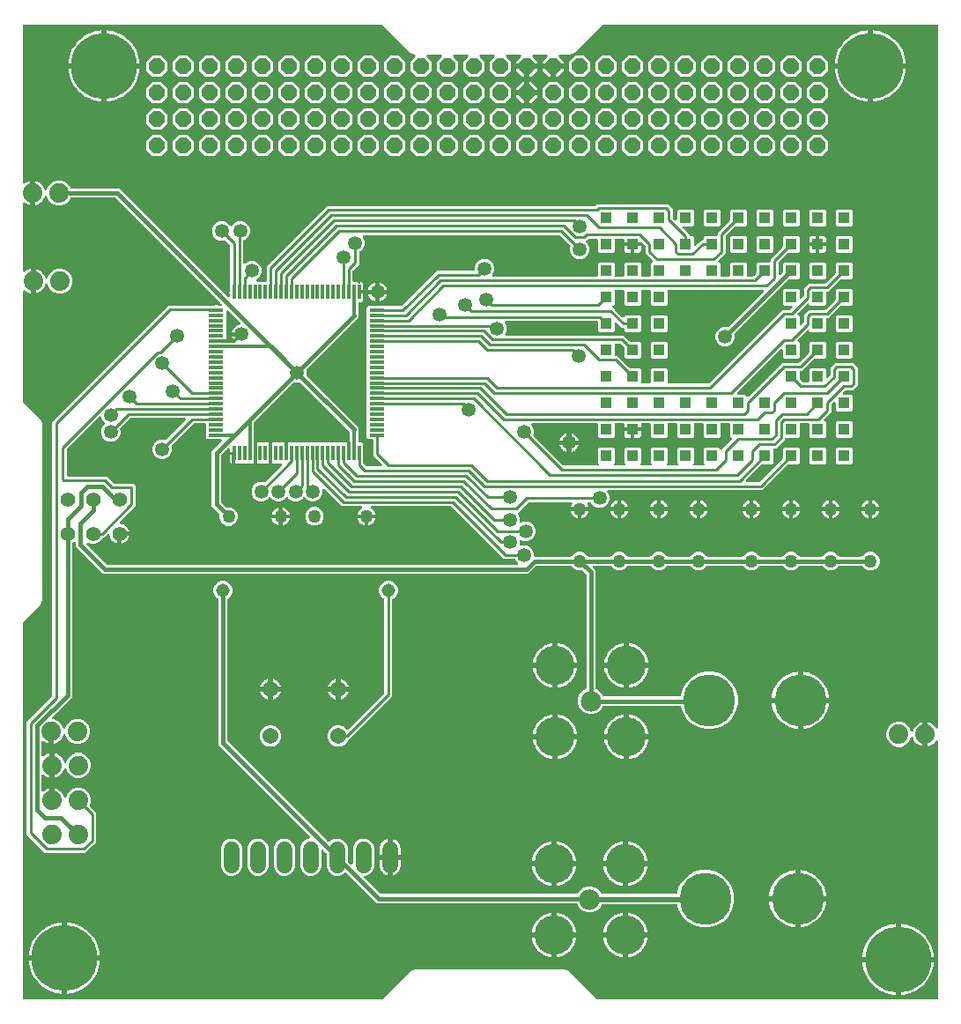
<source format=gbr>
G04 EAGLE Gerber RS-274X export*
G75*
%MOMM*%
%FSLAX34Y34*%
%LPD*%
%INTop Copper*%
%IPPOS*%
%AMOC8*
5,1,8,0,0,1.08239X$1,22.5*%
G01*
%ADD10P,1.632244X8X22.500000*%
%ADD11C,1.879600*%
%ADD12R,1.475000X0.300000*%
%ADD13R,0.300000X1.475000*%
%ADD14C,1.524000*%
%ADD15C,1.258000*%
%ADD16C,1.308000*%
%ADD17C,1.540000*%
%ADD18C,1.408000*%
%ADD19R,1.108000X1.108000*%
%ADD20C,1.980000*%
%ADD21C,3.780000*%
%ADD22C,5.000000*%
%ADD23C,6.350000*%
%ADD24C,0.304800*%
%ADD25C,1.350000*%
%ADD26C,0.381000*%
%ADD27C,0.254000*%

G36*
X355728Y10935D02*
X355728Y10935D01*
X355827Y10938D01*
X355885Y10955D01*
X355945Y10963D01*
X356038Y10999D01*
X356133Y11027D01*
X356185Y11057D01*
X356241Y11080D01*
X356321Y11138D01*
X356407Y11188D01*
X356482Y11254D01*
X356498Y11266D01*
X356506Y11276D01*
X356527Y11294D01*
X383703Y38470D01*
X387717Y40133D01*
X531763Y40133D01*
X535777Y38470D01*
X562953Y11294D01*
X563031Y11234D01*
X563103Y11166D01*
X563156Y11137D01*
X563204Y11100D01*
X563295Y11060D01*
X563381Y11012D01*
X563440Y10997D01*
X563496Y10973D01*
X563594Y10958D01*
X563689Y10933D01*
X563789Y10927D01*
X563810Y10923D01*
X563822Y10925D01*
X563850Y10923D01*
X889508Y10923D01*
X889626Y10938D01*
X889745Y10945D01*
X889783Y10958D01*
X889824Y10963D01*
X889934Y11006D01*
X890047Y11043D01*
X890082Y11065D01*
X890119Y11080D01*
X890215Y11149D01*
X890316Y11213D01*
X890344Y11243D01*
X890377Y11266D01*
X890453Y11358D01*
X890534Y11445D01*
X890554Y11480D01*
X890579Y11511D01*
X890630Y11619D01*
X890688Y11723D01*
X890698Y11763D01*
X890715Y11799D01*
X890737Y11916D01*
X890767Y12031D01*
X890771Y12091D01*
X890775Y12111D01*
X890773Y12132D01*
X890777Y12192D01*
X890777Y258596D01*
X890767Y258675D01*
X890767Y258754D01*
X890747Y258832D01*
X890737Y258911D01*
X890708Y258985D01*
X890688Y259062D01*
X890650Y259133D01*
X890620Y259207D01*
X890574Y259271D01*
X890535Y259341D01*
X890481Y259399D01*
X890434Y259464D01*
X890372Y259515D01*
X890318Y259573D01*
X890250Y259616D01*
X890189Y259667D01*
X890117Y259701D01*
X890049Y259744D01*
X889973Y259769D01*
X889901Y259803D01*
X889823Y259818D01*
X889747Y259842D01*
X889667Y259847D01*
X889589Y259862D01*
X889509Y259857D01*
X889430Y259863D01*
X889351Y259848D01*
X889271Y259843D01*
X889195Y259818D01*
X889117Y259803D01*
X889045Y259769D01*
X888969Y259745D01*
X888901Y259702D01*
X888829Y259668D01*
X888767Y259617D01*
X888700Y259574D01*
X888645Y259516D01*
X888584Y259466D01*
X888483Y259344D01*
X888482Y259343D01*
X888482Y259342D01*
X888481Y259342D01*
X887438Y257907D01*
X886110Y256578D01*
X884589Y255473D01*
X882915Y254620D01*
X881128Y254039D01*
X880871Y253999D01*
X880871Y264414D01*
X880856Y264532D01*
X880849Y264651D01*
X880836Y264689D01*
X880831Y264729D01*
X880788Y264840D01*
X880751Y264953D01*
X880729Y264987D01*
X880714Y265025D01*
X880644Y265121D01*
X880581Y265222D01*
X880551Y265250D01*
X880527Y265282D01*
X880436Y265358D01*
X880349Y265440D01*
X880314Y265459D01*
X880283Y265485D01*
X880175Y265536D01*
X880071Y265593D01*
X880031Y265604D01*
X879995Y265621D01*
X879878Y265643D01*
X879763Y265673D01*
X879702Y265677D01*
X879682Y265681D01*
X879662Y265679D01*
X879602Y265683D01*
X877062Y265683D01*
X876944Y265668D01*
X876825Y265661D01*
X876787Y265648D01*
X876746Y265643D01*
X876636Y265599D01*
X876523Y265563D01*
X876488Y265541D01*
X876451Y265526D01*
X876355Y265456D01*
X876254Y265393D01*
X876226Y265363D01*
X876193Y265339D01*
X876118Y265248D01*
X876036Y265161D01*
X876016Y265126D01*
X875991Y265094D01*
X875940Y264987D01*
X875882Y264882D01*
X875872Y264843D01*
X875855Y264807D01*
X875833Y264690D01*
X875803Y264575D01*
X875799Y264514D01*
X875795Y264494D01*
X875797Y264474D01*
X875793Y264414D01*
X875793Y253999D01*
X875536Y254039D01*
X873749Y254620D01*
X872075Y255473D01*
X870554Y256578D01*
X869226Y257906D01*
X868121Y259427D01*
X867268Y261101D01*
X866875Y262310D01*
X866863Y262337D01*
X866856Y262366D01*
X866795Y262480D01*
X866740Y262598D01*
X866721Y262621D01*
X866707Y262647D01*
X866619Y262743D01*
X866537Y262843D01*
X866513Y262860D01*
X866493Y262882D01*
X866384Y262954D01*
X866280Y263030D01*
X866252Y263041D01*
X866227Y263057D01*
X866104Y263099D01*
X865984Y263147D01*
X865955Y263151D01*
X865926Y263160D01*
X865797Y263171D01*
X865669Y263187D01*
X865639Y263183D01*
X865609Y263185D01*
X865482Y263163D01*
X865353Y263147D01*
X865325Y263136D01*
X865296Y263131D01*
X865178Y263078D01*
X865057Y263030D01*
X865033Y263013D01*
X865006Y263000D01*
X864905Y262920D01*
X864800Y262844D01*
X864781Y262821D01*
X864758Y262802D01*
X864680Y262698D01*
X864597Y262599D01*
X864584Y262572D01*
X864566Y262548D01*
X864495Y262403D01*
X863053Y258921D01*
X859695Y255563D01*
X855307Y253745D01*
X850557Y253745D01*
X846169Y255563D01*
X842811Y258921D01*
X840993Y263309D01*
X840993Y268059D01*
X842811Y272447D01*
X846169Y275805D01*
X850557Y277623D01*
X855307Y277623D01*
X859695Y275805D01*
X863053Y272447D01*
X864495Y268965D01*
X864510Y268939D01*
X864519Y268910D01*
X864589Y268801D01*
X864653Y268688D01*
X864674Y268667D01*
X864690Y268642D01*
X864784Y268553D01*
X864874Y268460D01*
X864900Y268444D01*
X864922Y268424D01*
X865035Y268361D01*
X865145Y268294D01*
X865174Y268285D01*
X865200Y268271D01*
X865326Y268238D01*
X865449Y268200D01*
X865479Y268199D01*
X865508Y268191D01*
X865638Y268191D01*
X865767Y268185D01*
X865796Y268191D01*
X865826Y268191D01*
X865952Y268223D01*
X866078Y268249D01*
X866105Y268262D01*
X866134Y268270D01*
X866248Y268332D01*
X866364Y268389D01*
X866387Y268408D01*
X866413Y268423D01*
X866507Y268511D01*
X866606Y268595D01*
X866623Y268620D01*
X866645Y268640D01*
X866715Y268749D01*
X866789Y268855D01*
X866800Y268883D01*
X866816Y268909D01*
X866875Y269058D01*
X867268Y270267D01*
X868121Y271941D01*
X869226Y273462D01*
X870554Y274790D01*
X872075Y275895D01*
X873749Y276748D01*
X875536Y277329D01*
X875793Y277369D01*
X875793Y266954D01*
X875808Y266836D01*
X875815Y266717D01*
X875828Y266679D01*
X875833Y266639D01*
X875876Y266528D01*
X875913Y266415D01*
X875935Y266381D01*
X875950Y266343D01*
X876020Y266247D01*
X876083Y266146D01*
X876113Y266118D01*
X876136Y266086D01*
X876228Y266010D01*
X876315Y265928D01*
X876350Y265909D01*
X876381Y265883D01*
X876489Y265832D01*
X876593Y265775D01*
X876633Y265764D01*
X876669Y265747D01*
X876786Y265725D01*
X876901Y265695D01*
X876962Y265691D01*
X876982Y265687D01*
X877002Y265689D01*
X877062Y265685D01*
X879602Y265685D01*
X879720Y265700D01*
X879839Y265707D01*
X879877Y265720D01*
X879917Y265725D01*
X880028Y265769D01*
X880141Y265805D01*
X880176Y265827D01*
X880213Y265842D01*
X880309Y265912D01*
X880410Y265975D01*
X880438Y266005D01*
X880471Y266029D01*
X880546Y266120D01*
X880628Y266207D01*
X880648Y266242D01*
X880673Y266274D01*
X880724Y266381D01*
X880782Y266486D01*
X880792Y266525D01*
X880809Y266561D01*
X880831Y266678D01*
X880861Y266793D01*
X880865Y266854D01*
X880869Y266874D01*
X880867Y266894D01*
X880871Y266954D01*
X880871Y277369D01*
X881128Y277329D01*
X882915Y276748D01*
X884589Y275895D01*
X886110Y274790D01*
X887438Y273461D01*
X888481Y272026D01*
X888536Y271968D01*
X888582Y271904D01*
X888644Y271853D01*
X888699Y271794D01*
X888766Y271752D01*
X888827Y271701D01*
X888900Y271667D01*
X888967Y271624D01*
X889043Y271599D01*
X889115Y271565D01*
X889194Y271550D01*
X889270Y271526D01*
X889349Y271521D01*
X889428Y271506D01*
X889507Y271511D01*
X889587Y271505D01*
X889665Y271520D01*
X889745Y271525D01*
X889821Y271550D01*
X889900Y271565D01*
X889972Y271599D01*
X890047Y271623D01*
X890115Y271666D01*
X890187Y271700D01*
X890249Y271751D01*
X890316Y271794D01*
X890371Y271852D01*
X890433Y271903D01*
X890479Y271967D01*
X890534Y272025D01*
X890573Y272095D01*
X890620Y272160D01*
X890649Y272234D01*
X890688Y272304D01*
X890708Y272381D01*
X890737Y272455D01*
X890747Y272534D01*
X890767Y272612D01*
X890777Y272769D01*
X890777Y272771D01*
X890777Y272772D01*
X890777Y946658D01*
X890762Y946776D01*
X890755Y946895D01*
X890742Y946933D01*
X890737Y946974D01*
X890694Y947084D01*
X890657Y947197D01*
X890635Y947232D01*
X890620Y947269D01*
X890551Y947365D01*
X890487Y947466D01*
X890457Y947494D01*
X890434Y947527D01*
X890342Y947603D01*
X890255Y947684D01*
X890220Y947704D01*
X890189Y947729D01*
X890081Y947780D01*
X889977Y947838D01*
X889937Y947848D01*
X889901Y947865D01*
X889784Y947887D01*
X889669Y947917D01*
X889609Y947921D01*
X889589Y947925D01*
X889568Y947923D01*
X889508Y947927D01*
X568930Y947927D01*
X568832Y947915D01*
X568733Y947912D01*
X568675Y947895D01*
X568615Y947887D01*
X568522Y947851D01*
X568427Y947823D01*
X568375Y947793D01*
X568319Y947770D01*
X568239Y947712D01*
X568153Y947662D01*
X568078Y947596D01*
X568062Y947584D01*
X568054Y947574D01*
X568033Y947556D01*
X540819Y920342D01*
X540776Y920336D01*
X540624Y920284D01*
X536843Y918717D01*
X527353Y918717D01*
X527216Y918700D01*
X527077Y918687D01*
X527058Y918680D01*
X527038Y918677D01*
X526909Y918626D01*
X526778Y918579D01*
X526761Y918568D01*
X526742Y918560D01*
X526630Y918479D01*
X526514Y918401D01*
X526501Y918385D01*
X526485Y918374D01*
X526396Y918266D01*
X526304Y918162D01*
X526295Y918144D01*
X526282Y918129D01*
X526223Y918003D01*
X526159Y917879D01*
X526155Y917859D01*
X526146Y917841D01*
X526120Y917705D01*
X526090Y917569D01*
X526090Y917548D01*
X526087Y917529D01*
X526095Y917390D01*
X526099Y917251D01*
X526105Y917231D01*
X526106Y917211D01*
X526149Y917079D01*
X526188Y916945D01*
X526198Y916928D01*
X526204Y916909D01*
X526279Y916791D01*
X526349Y916671D01*
X526368Y916650D01*
X526374Y916640D01*
X526389Y916626D01*
X526456Y916551D01*
X530781Y912226D01*
X530781Y910549D01*
X521930Y910549D01*
X521812Y910534D01*
X521693Y910527D01*
X521655Y910514D01*
X521615Y910509D01*
X521504Y910466D01*
X521391Y910429D01*
X521357Y910407D01*
X521319Y910392D01*
X521223Y910323D01*
X521122Y910259D01*
X521094Y910229D01*
X521062Y910206D01*
X520986Y910114D01*
X520904Y910027D01*
X520885Y909992D01*
X520859Y909961D01*
X520808Y909853D01*
X520751Y909749D01*
X520741Y909709D01*
X520723Y909673D01*
X520703Y909566D01*
X520699Y909596D01*
X520655Y909706D01*
X520619Y909819D01*
X520597Y909854D01*
X520582Y909891D01*
X520512Y909987D01*
X520449Y910088D01*
X520419Y910116D01*
X520395Y910149D01*
X520304Y910225D01*
X520217Y910306D01*
X520182Y910326D01*
X520150Y910351D01*
X520043Y910402D01*
X519938Y910460D01*
X519899Y910470D01*
X519863Y910487D01*
X519746Y910509D01*
X519630Y910539D01*
X519570Y910543D01*
X519550Y910547D01*
X519530Y910545D01*
X519470Y910549D01*
X510619Y910549D01*
X510619Y912226D01*
X514944Y916551D01*
X515030Y916660D01*
X515118Y916767D01*
X515127Y916786D01*
X515139Y916802D01*
X515195Y916930D01*
X515254Y917055D01*
X515257Y917075D01*
X515266Y917094D01*
X515287Y917232D01*
X515313Y917368D01*
X515312Y917388D01*
X515315Y917408D01*
X515302Y917547D01*
X515294Y917685D01*
X515287Y917704D01*
X515286Y917724D01*
X515238Y917856D01*
X515196Y917987D01*
X515185Y918005D01*
X515178Y918024D01*
X515100Y918139D01*
X515026Y918256D01*
X515011Y918270D01*
X514999Y918287D01*
X514895Y918379D01*
X514794Y918474D01*
X514776Y918484D01*
X514761Y918497D01*
X514637Y918561D01*
X514515Y918628D01*
X514496Y918633D01*
X514478Y918642D01*
X514342Y918672D01*
X514207Y918707D01*
X514179Y918709D01*
X514167Y918712D01*
X514147Y918711D01*
X514047Y918717D01*
X501953Y918717D01*
X501816Y918700D01*
X501677Y918687D01*
X501658Y918680D01*
X501638Y918677D01*
X501509Y918626D01*
X501378Y918579D01*
X501361Y918568D01*
X501342Y918560D01*
X501230Y918479D01*
X501114Y918401D01*
X501101Y918385D01*
X501085Y918374D01*
X500996Y918266D01*
X500904Y918162D01*
X500895Y918144D01*
X500882Y918129D01*
X500823Y918003D01*
X500759Y917879D01*
X500755Y917859D01*
X500746Y917841D01*
X500720Y917705D01*
X500690Y917569D01*
X500690Y917548D01*
X500687Y917529D01*
X500695Y917390D01*
X500699Y917251D01*
X500705Y917231D01*
X500706Y917211D01*
X500749Y917079D01*
X500788Y916945D01*
X500798Y916928D01*
X500804Y916909D01*
X500879Y916791D01*
X500949Y916671D01*
X500968Y916650D01*
X500974Y916640D01*
X500989Y916626D01*
X501056Y916551D01*
X505381Y912226D01*
X505381Y910549D01*
X496530Y910549D01*
X496412Y910534D01*
X496293Y910527D01*
X496255Y910514D01*
X496215Y910509D01*
X496104Y910466D01*
X495991Y910429D01*
X495957Y910407D01*
X495919Y910392D01*
X495823Y910323D01*
X495722Y910259D01*
X495694Y910229D01*
X495662Y910206D01*
X495586Y910114D01*
X495504Y910027D01*
X495485Y909992D01*
X495459Y909961D01*
X495408Y909853D01*
X495351Y909749D01*
X495341Y909709D01*
X495323Y909673D01*
X495303Y909566D01*
X495299Y909596D01*
X495255Y909706D01*
X495219Y909819D01*
X495197Y909854D01*
X495182Y909891D01*
X495112Y909987D01*
X495049Y910088D01*
X495019Y910116D01*
X494995Y910149D01*
X494904Y910225D01*
X494817Y910306D01*
X494782Y910326D01*
X494750Y910351D01*
X494643Y910402D01*
X494538Y910460D01*
X494499Y910470D01*
X494463Y910487D01*
X494346Y910509D01*
X494230Y910539D01*
X494170Y910543D01*
X494150Y910547D01*
X494130Y910545D01*
X494070Y910549D01*
X485219Y910549D01*
X485219Y912226D01*
X489544Y916551D01*
X489630Y916660D01*
X489718Y916767D01*
X489727Y916786D01*
X489739Y916802D01*
X489795Y916930D01*
X489854Y917055D01*
X489857Y917075D01*
X489866Y917094D01*
X489887Y917232D01*
X489913Y917368D01*
X489912Y917388D01*
X489915Y917408D01*
X489902Y917547D01*
X489894Y917685D01*
X489887Y917704D01*
X489886Y917724D01*
X489838Y917856D01*
X489796Y917987D01*
X489785Y918005D01*
X489778Y918024D01*
X489700Y918139D01*
X489626Y918256D01*
X489611Y918270D01*
X489599Y918287D01*
X489495Y918379D01*
X489394Y918474D01*
X489376Y918484D01*
X489361Y918497D01*
X489237Y918561D01*
X489115Y918628D01*
X489096Y918633D01*
X489078Y918642D01*
X488942Y918672D01*
X488807Y918707D01*
X488779Y918709D01*
X488767Y918712D01*
X488747Y918711D01*
X488647Y918717D01*
X476553Y918717D01*
X476416Y918700D01*
X476277Y918687D01*
X476258Y918680D01*
X476238Y918677D01*
X476109Y918626D01*
X475978Y918579D01*
X475961Y918568D01*
X475942Y918560D01*
X475830Y918479D01*
X475714Y918401D01*
X475701Y918385D01*
X475685Y918374D01*
X475596Y918266D01*
X475504Y918162D01*
X475495Y918144D01*
X475482Y918129D01*
X475423Y918003D01*
X475359Y917879D01*
X475355Y917859D01*
X475346Y917841D01*
X475320Y917705D01*
X475290Y917569D01*
X475290Y917548D01*
X475287Y917529D01*
X475295Y917390D01*
X475299Y917251D01*
X475305Y917231D01*
X475306Y917211D01*
X475349Y917079D01*
X475388Y916945D01*
X475398Y916928D01*
X475404Y916909D01*
X475479Y916791D01*
X475549Y916671D01*
X475568Y916650D01*
X475574Y916640D01*
X475589Y916626D01*
X475656Y916551D01*
X479981Y912226D01*
X479981Y903874D01*
X474076Y897969D01*
X465724Y897969D01*
X459819Y903874D01*
X459819Y912226D01*
X464144Y916551D01*
X464230Y916660D01*
X464318Y916767D01*
X464327Y916786D01*
X464339Y916802D01*
X464395Y916930D01*
X464454Y917055D01*
X464457Y917075D01*
X464466Y917094D01*
X464487Y917232D01*
X464513Y917368D01*
X464512Y917388D01*
X464515Y917408D01*
X464502Y917547D01*
X464494Y917685D01*
X464487Y917704D01*
X464486Y917724D01*
X464438Y917856D01*
X464396Y917987D01*
X464385Y918005D01*
X464378Y918024D01*
X464300Y918139D01*
X464226Y918256D01*
X464211Y918270D01*
X464199Y918287D01*
X464095Y918379D01*
X463994Y918474D01*
X463976Y918484D01*
X463961Y918497D01*
X463837Y918561D01*
X463715Y918628D01*
X463696Y918633D01*
X463678Y918642D01*
X463542Y918672D01*
X463407Y918707D01*
X463379Y918709D01*
X463367Y918712D01*
X463347Y918711D01*
X463247Y918717D01*
X451153Y918717D01*
X451016Y918700D01*
X450877Y918687D01*
X450858Y918680D01*
X450838Y918677D01*
X450709Y918626D01*
X450578Y918579D01*
X450561Y918568D01*
X450542Y918560D01*
X450430Y918479D01*
X450314Y918401D01*
X450301Y918385D01*
X450285Y918374D01*
X450196Y918266D01*
X450104Y918162D01*
X450095Y918144D01*
X450082Y918129D01*
X450023Y918003D01*
X449959Y917879D01*
X449955Y917859D01*
X449946Y917841D01*
X449920Y917705D01*
X449890Y917569D01*
X449890Y917548D01*
X449887Y917529D01*
X449895Y917390D01*
X449899Y917251D01*
X449905Y917231D01*
X449906Y917211D01*
X449949Y917079D01*
X449988Y916945D01*
X449998Y916928D01*
X450004Y916909D01*
X450079Y916791D01*
X450149Y916671D01*
X450168Y916650D01*
X450174Y916640D01*
X450189Y916626D01*
X450256Y916551D01*
X454581Y912226D01*
X454581Y903874D01*
X448676Y897969D01*
X440324Y897969D01*
X434419Y903874D01*
X434419Y912226D01*
X438744Y916551D01*
X438830Y916660D01*
X438918Y916767D01*
X438927Y916786D01*
X438939Y916802D01*
X438995Y916930D01*
X439054Y917055D01*
X439057Y917075D01*
X439066Y917094D01*
X439087Y917232D01*
X439113Y917368D01*
X439112Y917388D01*
X439115Y917408D01*
X439102Y917547D01*
X439094Y917685D01*
X439087Y917704D01*
X439086Y917724D01*
X439038Y917856D01*
X438996Y917987D01*
X438985Y918005D01*
X438978Y918024D01*
X438900Y918139D01*
X438826Y918256D01*
X438811Y918270D01*
X438799Y918287D01*
X438695Y918379D01*
X438594Y918474D01*
X438576Y918484D01*
X438561Y918497D01*
X438437Y918561D01*
X438315Y918628D01*
X438296Y918633D01*
X438278Y918642D01*
X438142Y918672D01*
X438007Y918707D01*
X437979Y918709D01*
X437967Y918712D01*
X437947Y918711D01*
X437847Y918717D01*
X425753Y918717D01*
X425616Y918700D01*
X425477Y918687D01*
X425458Y918680D01*
X425438Y918677D01*
X425309Y918626D01*
X425178Y918579D01*
X425161Y918568D01*
X425142Y918560D01*
X425030Y918479D01*
X424914Y918401D01*
X424901Y918385D01*
X424885Y918374D01*
X424796Y918266D01*
X424704Y918162D01*
X424695Y918144D01*
X424682Y918129D01*
X424623Y918003D01*
X424559Y917879D01*
X424555Y917859D01*
X424546Y917841D01*
X424520Y917705D01*
X424490Y917569D01*
X424490Y917548D01*
X424487Y917529D01*
X424495Y917390D01*
X424499Y917251D01*
X424505Y917231D01*
X424506Y917211D01*
X424549Y917079D01*
X424588Y916945D01*
X424598Y916928D01*
X424604Y916909D01*
X424679Y916791D01*
X424749Y916671D01*
X424768Y916650D01*
X424774Y916640D01*
X424789Y916626D01*
X424856Y916551D01*
X429181Y912226D01*
X429181Y903874D01*
X423276Y897969D01*
X414924Y897969D01*
X409019Y903874D01*
X409019Y912226D01*
X413344Y916551D01*
X413430Y916660D01*
X413518Y916767D01*
X413527Y916786D01*
X413539Y916802D01*
X413595Y916930D01*
X413654Y917055D01*
X413657Y917075D01*
X413666Y917094D01*
X413687Y917232D01*
X413713Y917368D01*
X413712Y917388D01*
X413715Y917408D01*
X413702Y917547D01*
X413694Y917685D01*
X413687Y917704D01*
X413686Y917724D01*
X413638Y917856D01*
X413596Y917987D01*
X413585Y918005D01*
X413578Y918024D01*
X413500Y918139D01*
X413426Y918256D01*
X413411Y918270D01*
X413399Y918287D01*
X413295Y918379D01*
X413194Y918474D01*
X413176Y918484D01*
X413161Y918497D01*
X413037Y918561D01*
X412915Y918628D01*
X412896Y918633D01*
X412878Y918642D01*
X412742Y918672D01*
X412607Y918707D01*
X412579Y918709D01*
X412567Y918712D01*
X412547Y918711D01*
X412447Y918717D01*
X400353Y918717D01*
X400216Y918700D01*
X400077Y918687D01*
X400058Y918680D01*
X400038Y918677D01*
X399909Y918626D01*
X399778Y918579D01*
X399761Y918568D01*
X399742Y918560D01*
X399630Y918479D01*
X399514Y918401D01*
X399501Y918385D01*
X399485Y918374D01*
X399396Y918266D01*
X399304Y918162D01*
X399295Y918144D01*
X399282Y918129D01*
X399223Y918003D01*
X399159Y917879D01*
X399155Y917859D01*
X399146Y917841D01*
X399120Y917705D01*
X399090Y917569D01*
X399090Y917548D01*
X399087Y917529D01*
X399095Y917390D01*
X399099Y917251D01*
X399105Y917231D01*
X399106Y917211D01*
X399149Y917079D01*
X399188Y916945D01*
X399198Y916928D01*
X399204Y916909D01*
X399279Y916791D01*
X399349Y916671D01*
X399368Y916650D01*
X399374Y916640D01*
X399389Y916626D01*
X399456Y916551D01*
X403781Y912226D01*
X403781Y903874D01*
X397876Y897969D01*
X389524Y897969D01*
X383619Y903874D01*
X383619Y912226D01*
X388067Y916673D01*
X388097Y916712D01*
X388134Y916746D01*
X388194Y916837D01*
X388262Y916924D01*
X388281Y916970D01*
X388309Y917011D01*
X388344Y917115D01*
X388388Y917216D01*
X388396Y917265D01*
X388412Y917312D01*
X388421Y917422D01*
X388438Y917530D01*
X388433Y917580D01*
X388437Y917629D01*
X388418Y917737D01*
X388408Y917847D01*
X388391Y917894D01*
X388383Y917943D01*
X388338Y918043D01*
X388300Y918146D01*
X388273Y918187D01*
X388252Y918233D01*
X388184Y918318D01*
X388122Y918409D01*
X388085Y918442D01*
X388054Y918481D01*
X387966Y918547D01*
X387883Y918620D01*
X387839Y918642D01*
X387799Y918672D01*
X387655Y918743D01*
X383703Y920380D01*
X356527Y947556D01*
X356449Y947616D01*
X356377Y947684D01*
X356324Y947713D01*
X356276Y947750D01*
X356185Y947790D01*
X356099Y947838D01*
X356040Y947853D01*
X355984Y947877D01*
X355886Y947892D01*
X355791Y947917D01*
X355691Y947923D01*
X355670Y947927D01*
X355658Y947925D01*
X355630Y947927D01*
X12192Y947927D01*
X12074Y947912D01*
X11955Y947905D01*
X11917Y947892D01*
X11876Y947887D01*
X11766Y947844D01*
X11653Y947807D01*
X11618Y947785D01*
X11581Y947770D01*
X11485Y947701D01*
X11384Y947637D01*
X11356Y947607D01*
X11323Y947584D01*
X11247Y947492D01*
X11166Y947405D01*
X11146Y947370D01*
X11121Y947339D01*
X11070Y947231D01*
X11012Y947127D01*
X11002Y947087D01*
X10985Y947051D01*
X10963Y946934D01*
X10933Y946819D01*
X10929Y946759D01*
X10925Y946739D01*
X10927Y946718D01*
X10923Y946658D01*
X10923Y796297D01*
X10928Y796257D01*
X10925Y796217D01*
X10948Y796100D01*
X10963Y795981D01*
X10977Y795944D01*
X10985Y795905D01*
X11036Y795796D01*
X11080Y795685D01*
X11103Y795653D01*
X11120Y795617D01*
X11196Y795525D01*
X11266Y795428D01*
X11297Y795403D01*
X11322Y795372D01*
X11419Y795302D01*
X11511Y795225D01*
X11547Y795208D01*
X11580Y795185D01*
X11691Y795141D01*
X11799Y795090D01*
X11838Y795082D01*
X11875Y795068D01*
X11994Y795052D01*
X12111Y795030D01*
X12151Y795032D01*
X12191Y795027D01*
X12310Y795042D01*
X12429Y795050D01*
X12467Y795062D01*
X12506Y795067D01*
X12618Y795111D01*
X12731Y795148D01*
X12765Y795169D01*
X12802Y795184D01*
X12938Y795270D01*
X14063Y796087D01*
X15737Y796940D01*
X17524Y797521D01*
X17781Y797561D01*
X17781Y787146D01*
X17796Y787028D01*
X17803Y786909D01*
X17816Y786871D01*
X17821Y786831D01*
X17864Y786720D01*
X17901Y786607D01*
X17923Y786573D01*
X17938Y786535D01*
X18008Y786439D01*
X18071Y786338D01*
X18101Y786310D01*
X18124Y786278D01*
X18216Y786202D01*
X18303Y786120D01*
X18338Y786101D01*
X18369Y786075D01*
X18477Y786024D01*
X18581Y785967D01*
X18621Y785956D01*
X18657Y785939D01*
X18774Y785917D01*
X18889Y785887D01*
X18950Y785883D01*
X18970Y785879D01*
X18990Y785881D01*
X19050Y785877D01*
X21590Y785877D01*
X21708Y785892D01*
X21827Y785899D01*
X21865Y785912D01*
X21905Y785917D01*
X22016Y785961D01*
X22129Y785997D01*
X22164Y786019D01*
X22201Y786034D01*
X22297Y786104D01*
X22398Y786167D01*
X22426Y786197D01*
X22459Y786221D01*
X22534Y786312D01*
X22616Y786399D01*
X22636Y786434D01*
X22661Y786466D01*
X22712Y786573D01*
X22770Y786678D01*
X22780Y786717D01*
X22797Y786753D01*
X22819Y786870D01*
X22849Y786985D01*
X22853Y787046D01*
X22857Y787066D01*
X22855Y787086D01*
X22859Y787146D01*
X22859Y797561D01*
X23116Y797521D01*
X24903Y796940D01*
X26577Y796087D01*
X28098Y794982D01*
X29426Y793654D01*
X30531Y792133D01*
X31384Y790459D01*
X31777Y789250D01*
X31789Y789223D01*
X31796Y789194D01*
X31857Y789080D01*
X31912Y788962D01*
X31931Y788939D01*
X31945Y788913D01*
X32033Y788817D01*
X32115Y788717D01*
X32139Y788700D01*
X32159Y788678D01*
X32268Y788606D01*
X32372Y788530D01*
X32400Y788519D01*
X32425Y788503D01*
X32548Y788461D01*
X32668Y788413D01*
X32697Y788409D01*
X32726Y788400D01*
X32855Y788389D01*
X32983Y788373D01*
X33013Y788377D01*
X33043Y788375D01*
X33170Y788397D01*
X33299Y788413D01*
X33327Y788424D01*
X33356Y788429D01*
X33474Y788482D01*
X33595Y788530D01*
X33619Y788547D01*
X33646Y788560D01*
X33747Y788640D01*
X33852Y788716D01*
X33871Y788739D01*
X33894Y788758D01*
X33972Y788862D01*
X34055Y788961D01*
X34068Y788988D01*
X34086Y789012D01*
X34157Y789157D01*
X35599Y792639D01*
X38957Y795997D01*
X43345Y797815D01*
X48095Y797815D01*
X52483Y795997D01*
X55841Y792639D01*
X56476Y791105D01*
X56491Y791080D01*
X56500Y791052D01*
X56569Y790942D01*
X56634Y790829D01*
X56654Y790808D01*
X56670Y790783D01*
X56765Y790694D01*
X56855Y790601D01*
X56880Y790585D01*
X56902Y790565D01*
X57016Y790502D01*
X57126Y790434D01*
X57155Y790426D01*
X57180Y790411D01*
X57306Y790379D01*
X57430Y790341D01*
X57460Y790339D01*
X57488Y790332D01*
X57649Y790322D01*
X103695Y790322D01*
X207859Y686159D01*
X207968Y686073D01*
X208075Y685985D01*
X208094Y685976D01*
X208110Y685964D01*
X208238Y685908D01*
X208363Y685849D01*
X208383Y685845D01*
X208402Y685837D01*
X208540Y685815D01*
X208676Y685789D01*
X208696Y685791D01*
X208716Y685788D01*
X208855Y685801D01*
X208993Y685809D01*
X209012Y685815D01*
X209032Y685817D01*
X209164Y685865D01*
X209295Y685907D01*
X209313Y685918D01*
X209332Y685925D01*
X209447Y686003D01*
X209564Y686077D01*
X209578Y686092D01*
X209595Y686104D01*
X209687Y686208D01*
X209782Y686309D01*
X209792Y686327D01*
X209805Y686342D01*
X209869Y686466D01*
X209936Y686588D01*
X209941Y686607D01*
X209950Y686625D01*
X209980Y686761D01*
X210015Y686895D01*
X210017Y686924D01*
X210020Y686936D01*
X210019Y686956D01*
X210025Y687056D01*
X210025Y688300D01*
X210013Y688398D01*
X210010Y688497D01*
X209993Y688555D01*
X209985Y688615D01*
X209949Y688707D01*
X209921Y688803D01*
X209891Y688855D01*
X209868Y688911D01*
X209810Y688991D01*
X209760Y689076D01*
X209694Y689152D01*
X209682Y689168D01*
X209672Y689176D01*
X209654Y689197D01*
X209526Y689324D01*
X209509Y689459D01*
X209503Y689477D01*
X209500Y689495D01*
X209444Y689625D01*
X209392Y689755D01*
X209381Y689770D01*
X209378Y689778D01*
X209539Y691042D01*
X209547Y691159D01*
X209547Y691160D01*
X209547Y691161D01*
X209549Y691202D01*
X209549Y692491D01*
X209633Y692598D01*
X209640Y692615D01*
X209651Y692631D01*
X209703Y692761D01*
X209759Y692890D01*
X209762Y692909D01*
X209769Y692926D01*
X209799Y693084D01*
X209803Y693110D01*
X209840Y693173D01*
X209846Y693192D01*
X209856Y693210D01*
X209890Y693344D01*
X209929Y693478D01*
X209930Y693499D01*
X209935Y693518D01*
X209945Y693679D01*
X209945Y735370D01*
X209933Y735468D01*
X209930Y735567D01*
X209913Y735625D01*
X209905Y735685D01*
X209869Y735777D01*
X209841Y735873D01*
X209811Y735925D01*
X209788Y735981D01*
X209730Y736061D01*
X209680Y736146D01*
X209614Y736222D01*
X209602Y736238D01*
X209592Y736246D01*
X209574Y736267D01*
X205830Y740011D01*
X205806Y740029D01*
X205787Y740052D01*
X205681Y740126D01*
X205579Y740206D01*
X205551Y740218D01*
X205527Y740235D01*
X205406Y740281D01*
X205287Y740332D01*
X205258Y740337D01*
X205230Y740347D01*
X205101Y740362D01*
X204973Y740382D01*
X204943Y740379D01*
X204914Y740383D01*
X204785Y740365D01*
X204656Y740352D01*
X204628Y740342D01*
X204599Y740338D01*
X204447Y740286D01*
X203778Y740009D01*
X200082Y740009D01*
X196667Y741424D01*
X194054Y744037D01*
X192639Y747452D01*
X192639Y751148D01*
X194054Y754563D01*
X196667Y757176D01*
X200082Y758591D01*
X203778Y758591D01*
X207193Y757176D01*
X209923Y754447D01*
X210017Y754374D01*
X210106Y754295D01*
X210142Y754276D01*
X210174Y754252D01*
X210283Y754204D01*
X210389Y754150D01*
X210428Y754141D01*
X210466Y754125D01*
X210583Y754107D01*
X210699Y754081D01*
X210740Y754082D01*
X210780Y754075D01*
X210898Y754087D01*
X211017Y754090D01*
X211056Y754101D01*
X211096Y754105D01*
X211208Y754146D01*
X211323Y754179D01*
X211358Y754199D01*
X211396Y754213D01*
X211494Y754280D01*
X211597Y754340D01*
X211642Y754380D01*
X211659Y754391D01*
X211672Y754407D01*
X211718Y754447D01*
X214447Y757176D01*
X217862Y758591D01*
X221558Y758591D01*
X224973Y757176D01*
X227586Y754563D01*
X229001Y751148D01*
X229001Y747452D01*
X227586Y744037D01*
X224973Y741424D01*
X223660Y740880D01*
X223635Y740865D01*
X223607Y740856D01*
X223497Y740787D01*
X223384Y740723D01*
X223363Y740702D01*
X223338Y740686D01*
X223249Y740592D01*
X223156Y740501D01*
X223140Y740476D01*
X223120Y740455D01*
X223057Y740341D01*
X222989Y740230D01*
X222981Y740202D01*
X222966Y740176D01*
X222934Y740050D01*
X222896Y739926D01*
X222894Y739897D01*
X222887Y739868D01*
X222877Y739707D01*
X222877Y719140D01*
X222894Y719002D01*
X222895Y718995D01*
X222899Y718927D01*
X222902Y718918D01*
X222907Y718864D01*
X222914Y718845D01*
X222917Y718825D01*
X222968Y718695D01*
X223015Y718564D01*
X223026Y718548D01*
X223034Y718529D01*
X223115Y718417D01*
X223193Y718301D01*
X223209Y718288D01*
X223220Y718271D01*
X223328Y718183D01*
X223432Y718091D01*
X223450Y718082D01*
X223465Y718069D01*
X223591Y718009D01*
X223715Y717946D01*
X223735Y717942D01*
X223753Y717933D01*
X223890Y717907D01*
X224025Y717877D01*
X224046Y717877D01*
X224065Y717873D01*
X224204Y717882D01*
X224343Y717886D01*
X224363Y717892D01*
X224383Y717893D01*
X224515Y717936D01*
X224649Y717975D01*
X224666Y717985D01*
X224685Y717991D01*
X224781Y718052D01*
X224782Y718052D01*
X224803Y718065D01*
X224923Y718136D01*
X224944Y718155D01*
X224954Y718161D01*
X224968Y718176D01*
X225043Y718243D01*
X225877Y719076D01*
X229292Y720491D01*
X232988Y720491D01*
X236403Y719076D01*
X239016Y716463D01*
X240431Y713048D01*
X240431Y709352D01*
X239016Y705937D01*
X236403Y703324D01*
X235978Y703148D01*
X235917Y703113D01*
X235852Y703087D01*
X235780Y703035D01*
X235701Y702990D01*
X235651Y702942D01*
X235595Y702901D01*
X235537Y702831D01*
X235473Y702769D01*
X235437Y702709D01*
X235392Y702656D01*
X235354Y702574D01*
X235307Y702498D01*
X235286Y702431D01*
X235256Y702368D01*
X235240Y702280D01*
X235213Y702194D01*
X235210Y702124D01*
X235197Y702055D01*
X235202Y701966D01*
X235198Y701876D01*
X235212Y701808D01*
X235216Y701738D01*
X235244Y701653D01*
X235262Y701565D01*
X235293Y701502D01*
X235314Y701436D01*
X235362Y701360D01*
X235402Y701279D01*
X235447Y701226D01*
X235485Y701167D01*
X235550Y701105D01*
X235608Y701037D01*
X235665Y700997D01*
X235716Y700949D01*
X235795Y700906D01*
X235868Y700854D01*
X235934Y700829D01*
X235995Y700795D01*
X236082Y700773D01*
X236166Y700741D01*
X236235Y700733D01*
X236303Y700716D01*
X236463Y700706D01*
X243986Y700706D01*
X244104Y700721D01*
X244223Y700728D01*
X244261Y700741D01*
X244302Y700746D01*
X244412Y700789D01*
X244525Y700826D01*
X244560Y700848D01*
X244597Y700863D01*
X244693Y700932D01*
X244794Y700996D01*
X244822Y701026D01*
X244855Y701049D01*
X244931Y701141D01*
X245012Y701228D01*
X245032Y701263D01*
X245057Y701294D01*
X245108Y701402D01*
X245166Y701506D01*
X245176Y701546D01*
X245193Y701582D01*
X245215Y701699D01*
X245245Y701814D01*
X245249Y701874D01*
X245253Y701894D01*
X245251Y701915D01*
X245255Y701975D01*
X245255Y715464D01*
X303222Y773431D01*
X560548Y773431D01*
X560646Y773443D01*
X560745Y773446D01*
X560803Y773463D01*
X560863Y773471D01*
X560955Y773507D01*
X561050Y773535D01*
X561103Y773565D01*
X561159Y773588D01*
X561239Y773646D01*
X561324Y773696D01*
X561400Y773762D01*
X561416Y773774D01*
X561424Y773784D01*
X561445Y773802D01*
X562803Y775161D01*
X630997Y775161D01*
X635461Y770697D01*
X635461Y762374D01*
X635473Y762276D01*
X635476Y762177D01*
X635493Y762119D01*
X635501Y762059D01*
X635537Y761967D01*
X635565Y761871D01*
X635595Y761819D01*
X635618Y761763D01*
X635676Y761683D01*
X635726Y761598D01*
X635792Y761522D01*
X635804Y761506D01*
X635814Y761498D01*
X635832Y761477D01*
X637453Y759857D01*
X637562Y759771D01*
X637669Y759683D01*
X637688Y759674D01*
X637704Y759662D01*
X637832Y759606D01*
X637957Y759547D01*
X637977Y759543D01*
X637996Y759535D01*
X638134Y759513D01*
X638270Y759487D01*
X638290Y759489D01*
X638310Y759486D01*
X638449Y759499D01*
X638587Y759507D01*
X638606Y759513D01*
X638626Y759515D01*
X638758Y759563D01*
X638889Y759605D01*
X638907Y759616D01*
X638926Y759623D01*
X639041Y759701D01*
X639158Y759775D01*
X639172Y759790D01*
X639189Y759802D01*
X639281Y759906D01*
X639376Y760007D01*
X639386Y760025D01*
X639399Y760040D01*
X639463Y760164D01*
X639530Y760286D01*
X639535Y760305D01*
X639544Y760323D01*
X639574Y760459D01*
X639609Y760593D01*
X639611Y760622D01*
X639614Y760633D01*
X639613Y760654D01*
X639619Y760754D01*
X639619Y768592D01*
X641108Y770081D01*
X654292Y770081D01*
X655781Y768592D01*
X655781Y755408D01*
X654292Y753919D01*
X646454Y753919D01*
X646317Y753902D01*
X646178Y753889D01*
X646159Y753882D01*
X646139Y753879D01*
X646010Y753828D01*
X645879Y753781D01*
X645862Y753770D01*
X645843Y753762D01*
X645730Y753681D01*
X645615Y753603D01*
X645602Y753587D01*
X645586Y753576D01*
X645497Y753468D01*
X645405Y753364D01*
X645396Y753346D01*
X645383Y753331D01*
X645324Y753205D01*
X645260Y753081D01*
X645256Y753061D01*
X645247Y753043D01*
X645221Y752907D01*
X645191Y752771D01*
X645191Y752750D01*
X645187Y752731D01*
X645196Y752592D01*
X645200Y752453D01*
X645206Y752433D01*
X645207Y752413D01*
X645250Y752281D01*
X645289Y752147D01*
X645299Y752130D01*
X645305Y752111D01*
X645380Y751993D01*
X645450Y751873D01*
X645469Y751852D01*
X645475Y751842D01*
X645490Y751828D01*
X645557Y751753D01*
X648907Y748402D01*
X651529Y745780D01*
X651533Y745713D01*
X651546Y745675D01*
X651551Y745634D01*
X651594Y745524D01*
X651631Y745411D01*
X651653Y745376D01*
X651668Y745339D01*
X651738Y745242D01*
X651801Y745142D01*
X651831Y745114D01*
X651854Y745081D01*
X651946Y745005D01*
X652033Y744924D01*
X652068Y744904D01*
X652099Y744879D01*
X652207Y744828D01*
X652311Y744770D01*
X652351Y744760D01*
X652387Y744743D01*
X652504Y744721D01*
X652619Y744691D01*
X652679Y744687D01*
X652699Y744683D01*
X652720Y744685D01*
X652780Y744681D01*
X654292Y744681D01*
X655781Y743192D01*
X655781Y736666D01*
X655798Y736529D01*
X655811Y736390D01*
X655818Y736371D01*
X655821Y736350D01*
X655872Y736222D01*
X655919Y736090D01*
X655930Y736074D01*
X655938Y736055D01*
X656019Y735942D01*
X656097Y735827D01*
X656113Y735814D01*
X656124Y735797D01*
X656232Y735709D01*
X656336Y735617D01*
X656354Y735608D01*
X656369Y735595D01*
X656495Y735535D01*
X656619Y735472D01*
X656639Y735468D01*
X656657Y735459D01*
X656793Y735433D01*
X656929Y735403D01*
X656950Y735403D01*
X656969Y735399D01*
X657108Y735408D01*
X657247Y735412D01*
X657267Y735418D01*
X657287Y735419D01*
X657419Y735462D01*
X657553Y735501D01*
X657570Y735511D01*
X657589Y735517D01*
X657707Y735592D01*
X657827Y735662D01*
X657848Y735681D01*
X657858Y735687D01*
X657872Y735702D01*
X657947Y735769D01*
X659986Y737807D01*
X662590Y740411D01*
X663750Y740411D01*
X663868Y740426D01*
X663987Y740433D01*
X664025Y740446D01*
X664066Y740451D01*
X664176Y740494D01*
X664289Y740531D01*
X664324Y740553D01*
X664361Y740568D01*
X664457Y740637D01*
X664558Y740701D01*
X664586Y740731D01*
X664619Y740754D01*
X664695Y740846D01*
X664776Y740933D01*
X664796Y740968D01*
X664821Y740999D01*
X664872Y741107D01*
X664930Y741211D01*
X664940Y741251D01*
X664957Y741287D01*
X664979Y741404D01*
X665009Y741519D01*
X665013Y741579D01*
X665017Y741599D01*
X665015Y741620D01*
X665019Y741680D01*
X665019Y743192D01*
X666508Y744681D01*
X677370Y744681D01*
X677488Y744696D01*
X677607Y744703D01*
X677645Y744716D01*
X677686Y744721D01*
X677796Y744764D01*
X677909Y744801D01*
X677944Y744823D01*
X677981Y744838D01*
X678077Y744907D01*
X678178Y744971D01*
X678206Y745001D01*
X678239Y745024D01*
X678315Y745116D01*
X678396Y745203D01*
X678416Y745238D01*
X678441Y745269D01*
X678492Y745377D01*
X678550Y745481D01*
X678560Y745521D01*
X678577Y745557D01*
X678599Y745674D01*
X678629Y745789D01*
X678633Y745849D01*
X678637Y745869D01*
X678635Y745890D01*
X678639Y745950D01*
X678639Y747528D01*
X690048Y758937D01*
X690108Y759015D01*
X690176Y759087D01*
X690205Y759140D01*
X690242Y759188D01*
X690282Y759279D01*
X690330Y759366D01*
X690345Y759424D01*
X690369Y759480D01*
X690384Y759578D01*
X690409Y759674D01*
X690415Y759774D01*
X690419Y759794D01*
X690417Y759806D01*
X690419Y759834D01*
X690419Y768592D01*
X691908Y770081D01*
X705092Y770081D01*
X706581Y768592D01*
X706581Y755408D01*
X705092Y753919D01*
X696334Y753919D01*
X696236Y753907D01*
X696137Y753904D01*
X696079Y753887D01*
X696019Y753879D01*
X695927Y753843D01*
X695831Y753815D01*
X695779Y753785D01*
X695723Y753762D01*
X695643Y753704D01*
X695558Y753654D01*
X695482Y753588D01*
X695466Y753576D01*
X695458Y753566D01*
X695437Y753548D01*
X686632Y744743D01*
X686572Y744665D01*
X686504Y744593D01*
X686475Y744540D01*
X686438Y744492D01*
X686398Y744401D01*
X686350Y744314D01*
X686335Y744256D01*
X686311Y744200D01*
X686296Y744102D01*
X686271Y744006D01*
X686265Y743906D01*
X686261Y743886D01*
X686263Y743874D01*
X686261Y743846D01*
X686261Y727903D01*
X683657Y725300D01*
X683657Y725299D01*
X679563Y721205D01*
X679490Y721111D01*
X679411Y721022D01*
X679393Y720986D01*
X679368Y720954D01*
X679320Y720845D01*
X679266Y720739D01*
X679258Y720699D01*
X679241Y720662D01*
X679223Y720544D01*
X679197Y720429D01*
X679198Y720388D01*
X679192Y720348D01*
X679203Y720230D01*
X679206Y720111D01*
X679218Y720072D01*
X679221Y720032D01*
X679262Y719919D01*
X679295Y719805D01*
X679315Y719770D01*
X679329Y719732D01*
X679396Y719634D01*
X679456Y719531D01*
X679496Y719486D01*
X679508Y719469D01*
X679523Y719456D01*
X679563Y719410D01*
X681181Y717792D01*
X681181Y706930D01*
X681196Y706812D01*
X681203Y706693D01*
X681216Y706655D01*
X681221Y706614D01*
X681264Y706504D01*
X681301Y706391D01*
X681323Y706356D01*
X681338Y706319D01*
X681407Y706223D01*
X681471Y706122D01*
X681501Y706094D01*
X681524Y706061D01*
X681616Y705985D01*
X681703Y705904D01*
X681738Y705884D01*
X681769Y705859D01*
X681877Y705808D01*
X681981Y705750D01*
X682021Y705740D01*
X682057Y705723D01*
X682174Y705701D01*
X682289Y705671D01*
X682349Y705667D01*
X682369Y705663D01*
X682390Y705665D01*
X682450Y705661D01*
X689150Y705661D01*
X689268Y705676D01*
X689387Y705683D01*
X689425Y705696D01*
X689466Y705701D01*
X689576Y705744D01*
X689689Y705781D01*
X689724Y705803D01*
X689761Y705818D01*
X689857Y705887D01*
X689958Y705951D01*
X689986Y705981D01*
X690019Y706004D01*
X690095Y706096D01*
X690176Y706183D01*
X690196Y706218D01*
X690221Y706249D01*
X690272Y706357D01*
X690330Y706461D01*
X690340Y706501D01*
X690357Y706537D01*
X690379Y706654D01*
X690409Y706769D01*
X690413Y706829D01*
X690417Y706849D01*
X690415Y706870D01*
X690419Y706930D01*
X690419Y717792D01*
X691908Y719281D01*
X705092Y719281D01*
X706581Y717792D01*
X706581Y706930D01*
X706596Y706812D01*
X706603Y706693D01*
X706616Y706655D01*
X706621Y706614D01*
X706664Y706504D01*
X706701Y706391D01*
X706723Y706356D01*
X706738Y706319D01*
X706807Y706223D01*
X706871Y706122D01*
X706901Y706094D01*
X706924Y706061D01*
X707016Y705985D01*
X707103Y705904D01*
X707138Y705884D01*
X707169Y705859D01*
X707277Y705808D01*
X707381Y705750D01*
X707421Y705740D01*
X707457Y705723D01*
X707574Y705701D01*
X707689Y705671D01*
X707749Y705667D01*
X707769Y705663D01*
X707790Y705665D01*
X707850Y705661D01*
X712446Y705661D01*
X712544Y705673D01*
X712643Y705676D01*
X712701Y705693D01*
X712761Y705701D01*
X712853Y705737D01*
X712949Y705765D01*
X713001Y705795D01*
X713057Y705818D01*
X713137Y705876D01*
X713222Y705926D01*
X713298Y705992D01*
X713314Y706004D01*
X713322Y706014D01*
X713343Y706032D01*
X715448Y708137D01*
X715508Y708215D01*
X715576Y708287D01*
X715605Y708340D01*
X715642Y708388D01*
X715682Y708479D01*
X715730Y708566D01*
X715745Y708624D01*
X715769Y708680D01*
X715784Y708778D01*
X715809Y708874D01*
X715815Y708974D01*
X715819Y708994D01*
X715817Y709006D01*
X715819Y709034D01*
X715819Y717792D01*
X717308Y719281D01*
X728170Y719281D01*
X728288Y719296D01*
X728407Y719303D01*
X728445Y719316D01*
X728486Y719321D01*
X728596Y719364D01*
X728709Y719401D01*
X728744Y719423D01*
X728781Y719438D01*
X728877Y719507D01*
X728978Y719571D01*
X729006Y719601D01*
X729039Y719624D01*
X729115Y719716D01*
X729196Y719803D01*
X729216Y719838D01*
X729241Y719869D01*
X729292Y719977D01*
X729350Y720081D01*
X729360Y720121D01*
X729377Y720157D01*
X729399Y720274D01*
X729429Y720389D01*
X729433Y720449D01*
X729437Y720469D01*
X729435Y720490D01*
X729439Y720550D01*
X729439Y722128D01*
X740848Y733537D01*
X740908Y733615D01*
X740976Y733687D01*
X741005Y733740D01*
X741042Y733788D01*
X741082Y733879D01*
X741130Y733966D01*
X741145Y734024D01*
X741169Y734080D01*
X741184Y734178D01*
X741209Y734273D01*
X741215Y734374D01*
X741219Y734394D01*
X741217Y734406D01*
X741219Y734434D01*
X741219Y743192D01*
X742708Y744681D01*
X755892Y744681D01*
X757381Y743192D01*
X757381Y730008D01*
X755892Y728519D01*
X747134Y728519D01*
X747036Y728507D01*
X746937Y728504D01*
X746879Y728487D01*
X746819Y728479D01*
X746727Y728443D01*
X746631Y728415D01*
X746579Y728385D01*
X746523Y728362D01*
X746443Y728304D01*
X746358Y728254D01*
X746282Y728188D01*
X746266Y728176D01*
X746258Y728166D01*
X746237Y728148D01*
X737432Y719343D01*
X737372Y719265D01*
X737304Y719193D01*
X737275Y719140D01*
X737238Y719092D01*
X737198Y719001D01*
X737150Y718914D01*
X737135Y718856D01*
X737111Y718800D01*
X737096Y718702D01*
X737071Y718606D01*
X737065Y718506D01*
X737061Y718486D01*
X737063Y718474D01*
X737061Y718446D01*
X737061Y708312D01*
X737078Y708174D01*
X737091Y708036D01*
X737098Y708017D01*
X737101Y707997D01*
X737152Y707867D01*
X737199Y707737D01*
X737210Y707720D01*
X737218Y707701D01*
X737299Y707588D01*
X737377Y707473D01*
X737393Y707460D01*
X737404Y707444D01*
X737512Y707355D01*
X737616Y707263D01*
X737634Y707254D01*
X737649Y707241D01*
X737775Y707182D01*
X737899Y707118D01*
X737919Y707114D01*
X737937Y707105D01*
X738074Y707079D01*
X738209Y707049D01*
X738230Y707049D01*
X738249Y707045D01*
X738388Y707054D01*
X738527Y707058D01*
X738547Y707064D01*
X738567Y707065D01*
X738699Y707108D01*
X738833Y707147D01*
X738850Y707157D01*
X738869Y707163D01*
X738987Y707238D01*
X739107Y707308D01*
X739128Y707327D01*
X739138Y707333D01*
X739152Y707348D01*
X739227Y707415D01*
X740848Y709035D01*
X740908Y709113D01*
X740976Y709185D01*
X741005Y709238D01*
X741042Y709286D01*
X741082Y709377D01*
X741130Y709464D01*
X741145Y709522D01*
X741169Y709578D01*
X741184Y709676D01*
X741209Y709772D01*
X741215Y709872D01*
X741219Y709892D01*
X741217Y709904D01*
X741219Y709932D01*
X741219Y717792D01*
X742708Y719281D01*
X755892Y719281D01*
X757381Y717792D01*
X757381Y704608D01*
X755892Y703119D01*
X748032Y703119D01*
X747934Y703107D01*
X747835Y703104D01*
X747777Y703087D01*
X747717Y703079D01*
X747625Y703043D01*
X747530Y703015D01*
X747477Y702985D01*
X747421Y702962D01*
X747341Y702904D01*
X747256Y702854D01*
X747180Y702788D01*
X747164Y702776D01*
X747156Y702766D01*
X747135Y702748D01*
X695352Y650965D01*
X695334Y650941D01*
X695311Y650922D01*
X695237Y650816D01*
X695157Y650713D01*
X695145Y650686D01*
X695128Y650662D01*
X695082Y650541D01*
X695031Y650422D01*
X695026Y650392D01*
X695016Y650365D01*
X695001Y650236D01*
X694981Y650108D01*
X694984Y650078D01*
X694980Y650049D01*
X694998Y649920D01*
X695011Y649791D01*
X695021Y649763D01*
X695025Y649734D01*
X695077Y649582D01*
X695091Y649548D01*
X695091Y645852D01*
X693676Y642437D01*
X691063Y639824D01*
X687648Y638409D01*
X683952Y638409D01*
X680537Y639824D01*
X677924Y642437D01*
X676509Y645852D01*
X676509Y649548D01*
X677924Y652963D01*
X680537Y655576D01*
X683952Y656991D01*
X687648Y656991D01*
X687682Y656977D01*
X687710Y656969D01*
X687736Y656956D01*
X687863Y656927D01*
X687988Y656893D01*
X688018Y656892D01*
X688047Y656886D01*
X688176Y656890D01*
X688306Y656888D01*
X688335Y656895D01*
X688364Y656896D01*
X688489Y656932D01*
X688616Y656962D01*
X688642Y656976D01*
X688670Y656984D01*
X688782Y657050D01*
X688897Y657111D01*
X688918Y657131D01*
X688944Y657146D01*
X689065Y657252D01*
X722605Y690793D01*
X722691Y690902D01*
X722779Y691009D01*
X722788Y691028D01*
X722800Y691044D01*
X722856Y691172D01*
X722915Y691297D01*
X722919Y691317D01*
X722927Y691336D01*
X722949Y691474D01*
X722975Y691610D01*
X722973Y691630D01*
X722976Y691650D01*
X722963Y691789D01*
X722955Y691927D01*
X722949Y691946D01*
X722947Y691966D01*
X722899Y692098D01*
X722857Y692229D01*
X722846Y692247D01*
X722839Y692266D01*
X722761Y692381D01*
X722687Y692498D01*
X722672Y692512D01*
X722660Y692529D01*
X722556Y692621D01*
X722455Y692716D01*
X722437Y692726D01*
X722422Y692739D01*
X722298Y692802D01*
X722176Y692870D01*
X722157Y692875D01*
X722139Y692884D01*
X722003Y692914D01*
X721869Y692949D01*
X721840Y692951D01*
X721828Y692954D01*
X721808Y692953D01*
X721708Y692959D01*
X631650Y692959D01*
X631532Y692944D01*
X631413Y692937D01*
X631375Y692924D01*
X631334Y692919D01*
X631224Y692876D01*
X631111Y692839D01*
X631076Y692817D01*
X631039Y692802D01*
X630943Y692733D01*
X630842Y692669D01*
X630814Y692639D01*
X630781Y692616D01*
X630705Y692524D01*
X630624Y692437D01*
X630604Y692402D01*
X630579Y692371D01*
X630528Y692263D01*
X630470Y692159D01*
X630460Y692119D01*
X630443Y692083D01*
X630421Y691966D01*
X630391Y691851D01*
X630387Y691790D01*
X630383Y691771D01*
X630385Y691750D01*
X630381Y691690D01*
X630381Y679208D01*
X628892Y677719D01*
X615708Y677719D01*
X614219Y679208D01*
X614219Y691690D01*
X614204Y691808D01*
X614197Y691927D01*
X614184Y691965D01*
X614179Y692006D01*
X614136Y692116D01*
X614099Y692229D01*
X614077Y692264D01*
X614062Y692301D01*
X613993Y692397D01*
X613929Y692498D01*
X613899Y692526D01*
X613876Y692559D01*
X613784Y692635D01*
X613697Y692716D01*
X613662Y692736D01*
X613631Y692761D01*
X613523Y692812D01*
X613419Y692870D01*
X613379Y692880D01*
X613343Y692897D01*
X613226Y692919D01*
X613111Y692949D01*
X613051Y692953D01*
X613031Y692957D01*
X613010Y692955D01*
X612950Y692959D01*
X606250Y692959D01*
X606132Y692944D01*
X606013Y692937D01*
X605975Y692924D01*
X605934Y692919D01*
X605824Y692876D01*
X605711Y692839D01*
X605676Y692817D01*
X605639Y692802D01*
X605543Y692733D01*
X605442Y692669D01*
X605414Y692639D01*
X605381Y692616D01*
X605305Y692524D01*
X605224Y692437D01*
X605204Y692402D01*
X605179Y692371D01*
X605128Y692263D01*
X605070Y692159D01*
X605060Y692119D01*
X605043Y692083D01*
X605021Y691966D01*
X604991Y691851D01*
X604987Y691790D01*
X604983Y691771D01*
X604985Y691750D01*
X604981Y691690D01*
X604981Y679208D01*
X603492Y677719D01*
X590308Y677719D01*
X588819Y679208D01*
X588819Y691690D01*
X588804Y691808D01*
X588797Y691927D01*
X588784Y691965D01*
X588779Y692006D01*
X588736Y692116D01*
X588699Y692229D01*
X588677Y692264D01*
X588662Y692301D01*
X588593Y692397D01*
X588529Y692498D01*
X588499Y692526D01*
X588476Y692559D01*
X588384Y692635D01*
X588297Y692716D01*
X588262Y692736D01*
X588231Y692761D01*
X588123Y692812D01*
X588019Y692870D01*
X587979Y692880D01*
X587943Y692897D01*
X587826Y692919D01*
X587711Y692949D01*
X587651Y692953D01*
X587631Y692957D01*
X587610Y692955D01*
X587550Y692959D01*
X580850Y692959D01*
X580732Y692944D01*
X580613Y692937D01*
X580575Y692924D01*
X580534Y692919D01*
X580424Y692876D01*
X580311Y692839D01*
X580276Y692817D01*
X580239Y692802D01*
X580143Y692733D01*
X580042Y692669D01*
X580014Y692639D01*
X579981Y692616D01*
X579905Y692524D01*
X579824Y692437D01*
X579804Y692402D01*
X579779Y692371D01*
X579728Y692263D01*
X579670Y692159D01*
X579660Y692119D01*
X579643Y692083D01*
X579621Y691966D01*
X579591Y691851D01*
X579587Y691790D01*
X579583Y691771D01*
X579585Y691750D01*
X579581Y691690D01*
X579581Y679208D01*
X577963Y677590D01*
X577890Y677495D01*
X577811Y677406D01*
X577793Y677370D01*
X577768Y677338D01*
X577720Y677229D01*
X577666Y677123D01*
X577658Y677084D01*
X577641Y677046D01*
X577623Y676929D01*
X577597Y676813D01*
X577598Y676772D01*
X577592Y676732D01*
X577603Y676614D01*
X577606Y676495D01*
X577618Y676456D01*
X577621Y676416D01*
X577662Y676304D01*
X577695Y676189D01*
X577715Y676155D01*
X577729Y676116D01*
X577796Y676018D01*
X577856Y675915D01*
X577896Y675870D01*
X577908Y675853D01*
X577923Y675840D01*
X577963Y675795D01*
X580260Y673497D01*
X580261Y673497D01*
X586895Y666863D01*
X586989Y666790D01*
X587078Y666711D01*
X587114Y666693D01*
X587146Y666668D01*
X587255Y666620D01*
X587361Y666566D01*
X587401Y666558D01*
X587438Y666541D01*
X587556Y666523D01*
X587671Y666497D01*
X587712Y666498D01*
X587752Y666492D01*
X587870Y666503D01*
X587989Y666506D01*
X588028Y666518D01*
X588068Y666521D01*
X588181Y666562D01*
X588295Y666595D01*
X588330Y666615D01*
X588368Y666629D01*
X588466Y666696D01*
X588569Y666756D01*
X588614Y666796D01*
X588631Y666808D01*
X588644Y666823D01*
X588690Y666863D01*
X590308Y668481D01*
X603492Y668481D01*
X604981Y666992D01*
X604981Y653808D01*
X603492Y652319D01*
X590308Y652319D01*
X588819Y653808D01*
X588819Y655320D01*
X588804Y655438D01*
X588797Y655557D01*
X588784Y655595D01*
X588779Y655636D01*
X588736Y655746D01*
X588699Y655859D01*
X588677Y655894D01*
X588662Y655931D01*
X588593Y656027D01*
X588529Y656128D01*
X588499Y656156D01*
X588476Y656189D01*
X588384Y656265D01*
X588297Y656346D01*
X588262Y656366D01*
X588231Y656391D01*
X588123Y656442D01*
X588019Y656500D01*
X587979Y656510D01*
X587943Y656527D01*
X587826Y656549D01*
X587711Y656579D01*
X587651Y656583D01*
X587631Y656587D01*
X587610Y656585D01*
X587550Y656589D01*
X586390Y656589D01*
X581747Y661231D01*
X581638Y661317D01*
X581531Y661405D01*
X581512Y661414D01*
X581496Y661426D01*
X581368Y661482D01*
X581243Y661541D01*
X581223Y661545D01*
X581204Y661553D01*
X581066Y661575D01*
X580930Y661601D01*
X580910Y661599D01*
X580890Y661603D01*
X580751Y661590D01*
X580613Y661581D01*
X580594Y661575D01*
X580574Y661573D01*
X580442Y661526D01*
X580311Y661483D01*
X580293Y661472D01*
X580274Y661465D01*
X580159Y661387D01*
X580042Y661313D01*
X580028Y661298D01*
X580011Y661287D01*
X579919Y661182D01*
X579824Y661081D01*
X579814Y661063D01*
X579801Y661048D01*
X579737Y660924D01*
X579670Y660803D01*
X579665Y660783D01*
X579656Y660765D01*
X579626Y660629D01*
X579591Y660495D01*
X579589Y660467D01*
X579586Y660455D01*
X579587Y660434D01*
X579581Y660334D01*
X579581Y653808D01*
X578092Y652319D01*
X564908Y652319D01*
X563419Y653808D01*
X563419Y661670D01*
X563404Y661788D01*
X563397Y661907D01*
X563384Y661945D01*
X563379Y661986D01*
X563336Y662096D01*
X563299Y662209D01*
X563277Y662244D01*
X563262Y662281D01*
X563193Y662377D01*
X563129Y662478D01*
X563099Y662506D01*
X563076Y662539D01*
X562984Y662615D01*
X562897Y662696D01*
X562862Y662716D01*
X562831Y662741D01*
X562723Y662792D01*
X562619Y662850D01*
X562579Y662860D01*
X562543Y662877D01*
X562426Y662899D01*
X562311Y662929D01*
X562251Y662933D01*
X562231Y662937D01*
X562210Y662935D01*
X562150Y662939D01*
X475572Y662939D01*
X475522Y662933D01*
X475473Y662935D01*
X475365Y662913D01*
X475256Y662899D01*
X475210Y662881D01*
X475161Y662871D01*
X475062Y662823D01*
X474960Y662782D01*
X474920Y662753D01*
X474875Y662731D01*
X474792Y662660D01*
X474703Y662596D01*
X474671Y662557D01*
X474633Y662525D01*
X474570Y662435D01*
X474500Y662351D01*
X474479Y662306D01*
X474450Y662265D01*
X474411Y662162D01*
X474365Y662063D01*
X474355Y662014D01*
X474338Y661968D01*
X474325Y661858D01*
X474305Y661751D01*
X474308Y661701D01*
X474302Y661652D01*
X474318Y661543D01*
X474325Y661433D01*
X474340Y661386D01*
X474347Y661337D01*
X474399Y661184D01*
X475863Y657650D01*
X475863Y653954D01*
X474526Y650726D01*
X474512Y650678D01*
X474491Y650633D01*
X474471Y650525D01*
X474442Y650419D01*
X474441Y650369D01*
X474432Y650320D01*
X474438Y650211D01*
X474437Y650101D01*
X474448Y650053D01*
X474451Y650003D01*
X474485Y649899D01*
X474511Y649792D01*
X474534Y649748D01*
X474549Y649701D01*
X474608Y649608D01*
X474659Y649511D01*
X474693Y649474D01*
X474719Y649432D01*
X474800Y649357D01*
X474873Y649275D01*
X474915Y649248D01*
X474951Y649214D01*
X475047Y649161D01*
X475139Y649101D01*
X475186Y649084D01*
X475230Y649060D01*
X475336Y649033D01*
X475440Y648997D01*
X475489Y648993D01*
X475538Y648981D01*
X475698Y648971D01*
X588318Y648971D01*
X593837Y643452D01*
X593915Y643392D01*
X593987Y643324D01*
X594040Y643295D01*
X594088Y643258D01*
X594179Y643218D01*
X594266Y643170D01*
X594324Y643155D01*
X594380Y643131D01*
X594478Y643116D01*
X594574Y643091D01*
X594674Y643085D01*
X594694Y643081D01*
X594706Y643083D01*
X594734Y643081D01*
X603492Y643081D01*
X604981Y641592D01*
X604981Y628408D01*
X603492Y626919D01*
X590308Y626919D01*
X588819Y628408D01*
X588819Y637166D01*
X588807Y637264D01*
X588804Y637363D01*
X588787Y637421D01*
X588779Y637481D01*
X588743Y637573D01*
X588715Y637669D01*
X588685Y637721D01*
X588662Y637777D01*
X588604Y637857D01*
X588554Y637942D01*
X588488Y638018D01*
X588476Y638034D01*
X588466Y638042D01*
X588448Y638063D01*
X585533Y640978D01*
X585455Y641038D01*
X585383Y641106D01*
X585330Y641135D01*
X585282Y641172D01*
X585191Y641212D01*
X585104Y641260D01*
X585046Y641275D01*
X584990Y641299D01*
X584892Y641314D01*
X584796Y641339D01*
X584696Y641345D01*
X584676Y641349D01*
X584664Y641347D01*
X584636Y641349D01*
X580850Y641349D01*
X580732Y641334D01*
X580613Y641327D01*
X580575Y641314D01*
X580534Y641309D01*
X580424Y641266D01*
X580311Y641229D01*
X580276Y641207D01*
X580239Y641192D01*
X580143Y641123D01*
X580042Y641059D01*
X580014Y641029D01*
X579981Y641006D01*
X579905Y640914D01*
X579824Y640827D01*
X579804Y640792D01*
X579779Y640761D01*
X579728Y640653D01*
X579670Y640549D01*
X579660Y640509D01*
X579643Y640473D01*
X579621Y640356D01*
X579591Y640241D01*
X579587Y640181D01*
X579583Y640161D01*
X579585Y640140D01*
X579581Y640080D01*
X579581Y630730D01*
X579596Y630612D01*
X579603Y630493D01*
X579616Y630455D01*
X579621Y630414D01*
X579664Y630304D01*
X579701Y630191D01*
X579723Y630156D01*
X579738Y630119D01*
X579807Y630023D01*
X579871Y629922D01*
X579901Y629894D01*
X579924Y629861D01*
X580016Y629785D01*
X580103Y629704D01*
X580138Y629684D01*
X580169Y629659D01*
X580277Y629608D01*
X580381Y629550D01*
X580421Y629540D01*
X580457Y629523D01*
X580574Y629501D01*
X580689Y629471D01*
X580749Y629467D01*
X580769Y629463D01*
X580790Y629465D01*
X580850Y629461D01*
X582428Y629461D01*
X593837Y618052D01*
X593915Y617992D01*
X593987Y617924D01*
X594040Y617895D01*
X594088Y617858D01*
X594179Y617818D01*
X594266Y617770D01*
X594324Y617755D01*
X594380Y617731D01*
X594478Y617716D01*
X594574Y617691D01*
X594674Y617685D01*
X594694Y617681D01*
X594706Y617683D01*
X594734Y617681D01*
X603492Y617681D01*
X604981Y616192D01*
X604981Y604060D01*
X604996Y603942D01*
X605003Y603823D01*
X605016Y603785D01*
X605021Y603744D01*
X605064Y603634D01*
X605101Y603521D01*
X605123Y603486D01*
X605138Y603449D01*
X605207Y603353D01*
X605271Y603252D01*
X605301Y603224D01*
X605324Y603191D01*
X605416Y603115D01*
X605503Y603034D01*
X605538Y603014D01*
X605569Y602989D01*
X605677Y602938D01*
X605781Y602880D01*
X605821Y602870D01*
X605857Y602853D01*
X605974Y602831D01*
X606089Y602801D01*
X606149Y602797D01*
X606169Y602793D01*
X606190Y602795D01*
X606250Y602791D01*
X612950Y602791D01*
X613068Y602806D01*
X613187Y602813D01*
X613225Y602826D01*
X613266Y602831D01*
X613376Y602874D01*
X613489Y602911D01*
X613524Y602933D01*
X613561Y602948D01*
X613657Y603017D01*
X613758Y603081D01*
X613786Y603111D01*
X613819Y603134D01*
X613895Y603226D01*
X613976Y603313D01*
X613996Y603348D01*
X614021Y603379D01*
X614072Y603487D01*
X614130Y603591D01*
X614140Y603631D01*
X614157Y603667D01*
X614179Y603784D01*
X614209Y603899D01*
X614213Y603959D01*
X614217Y603979D01*
X614215Y604000D01*
X614219Y604060D01*
X614219Y616192D01*
X615708Y617681D01*
X628892Y617681D01*
X630381Y616192D01*
X630381Y604060D01*
X630396Y603942D01*
X630403Y603823D01*
X630416Y603785D01*
X630421Y603744D01*
X630464Y603634D01*
X630501Y603521D01*
X630523Y603486D01*
X630538Y603449D01*
X630607Y603353D01*
X630671Y603252D01*
X630701Y603224D01*
X630724Y603191D01*
X630816Y603115D01*
X630903Y603034D01*
X630938Y603014D01*
X630969Y602989D01*
X631077Y602938D01*
X631181Y602880D01*
X631221Y602870D01*
X631257Y602853D01*
X631374Y602831D01*
X631489Y602801D01*
X631549Y602797D01*
X631569Y602793D01*
X631590Y602795D01*
X631650Y602791D01*
X669308Y602791D01*
X669406Y602803D01*
X669505Y602806D01*
X669563Y602823D01*
X669623Y602831D01*
X669715Y602867D01*
X669810Y602895D01*
X669863Y602925D01*
X669919Y602948D01*
X669999Y603006D01*
X670084Y603056D01*
X670160Y603122D01*
X670176Y603134D01*
X670184Y603144D01*
X670205Y603162D01*
X740603Y673561D01*
X747614Y673561D01*
X747712Y673573D01*
X747811Y673576D01*
X747869Y673593D01*
X747929Y673601D01*
X748022Y673637D01*
X748117Y673665D01*
X748169Y673695D01*
X748225Y673718D01*
X748305Y673776D01*
X748391Y673826D01*
X748466Y673892D01*
X748482Y673904D01*
X748490Y673914D01*
X748511Y673932D01*
X750131Y675553D01*
X750217Y675662D01*
X750305Y675769D01*
X750314Y675788D01*
X750326Y675804D01*
X750382Y675932D01*
X750441Y676057D01*
X750445Y676077D01*
X750453Y676096D01*
X750475Y676234D01*
X750501Y676370D01*
X750499Y676390D01*
X750503Y676410D01*
X750490Y676549D01*
X750481Y676687D01*
X750475Y676706D01*
X750473Y676726D01*
X750426Y676858D01*
X750383Y676989D01*
X750372Y677007D01*
X750365Y677026D01*
X750287Y677141D01*
X750213Y677258D01*
X750198Y677272D01*
X750187Y677289D01*
X750082Y677381D01*
X749981Y677476D01*
X749963Y677486D01*
X749948Y677499D01*
X749824Y677563D01*
X749703Y677630D01*
X749683Y677635D01*
X749665Y677644D01*
X749529Y677674D01*
X749395Y677709D01*
X749367Y677711D01*
X749355Y677714D01*
X749334Y677713D01*
X749234Y677719D01*
X742708Y677719D01*
X741219Y679208D01*
X741219Y692392D01*
X742708Y693881D01*
X755892Y693881D01*
X757381Y692392D01*
X757381Y685866D01*
X757398Y685728D01*
X757411Y685590D01*
X757418Y685571D01*
X757421Y685550D01*
X757472Y685421D01*
X757519Y685290D01*
X757530Y685274D01*
X757538Y685255D01*
X757619Y685142D01*
X757697Y685027D01*
X757713Y685014D01*
X757724Y684997D01*
X757832Y684909D01*
X757936Y684817D01*
X757954Y684808D01*
X757969Y684795D01*
X758095Y684735D01*
X758219Y684672D01*
X758239Y684668D01*
X758257Y684659D01*
X758394Y684633D01*
X758529Y684603D01*
X758550Y684603D01*
X758569Y684599D01*
X758708Y684608D01*
X758847Y684612D01*
X758867Y684618D01*
X758887Y684619D01*
X759019Y684662D01*
X759153Y684701D01*
X759170Y684711D01*
X759189Y684717D01*
X759307Y684792D01*
X759427Y684862D01*
X759448Y684881D01*
X759458Y684887D01*
X759472Y684902D01*
X759547Y684969D01*
X761168Y686589D01*
X761228Y686667D01*
X761296Y686739D01*
X761325Y686792D01*
X761362Y686840D01*
X761402Y686931D01*
X761450Y687017D01*
X761465Y687076D01*
X761489Y687132D01*
X761504Y687230D01*
X761529Y687325D01*
X761535Y687425D01*
X761539Y687446D01*
X761537Y687458D01*
X761539Y687486D01*
X761539Y694497D01*
X766003Y698961D01*
X781946Y698961D01*
X782044Y698973D01*
X782143Y698976D01*
X782201Y698993D01*
X782261Y699001D01*
X782353Y699037D01*
X782449Y699065D01*
X782501Y699095D01*
X782557Y699118D01*
X782637Y699176D01*
X782722Y699226D01*
X782798Y699292D01*
X782814Y699304D01*
X782822Y699314D01*
X782843Y699332D01*
X791648Y708137D01*
X791708Y708215D01*
X791776Y708287D01*
X791805Y708340D01*
X791842Y708388D01*
X791882Y708479D01*
X791930Y708566D01*
X791945Y708624D01*
X791969Y708680D01*
X791984Y708778D01*
X792009Y708874D01*
X792015Y708974D01*
X792019Y708994D01*
X792017Y709006D01*
X792019Y709034D01*
X792019Y717792D01*
X793508Y719281D01*
X806692Y719281D01*
X808181Y717792D01*
X808181Y704608D01*
X806692Y703119D01*
X797934Y703119D01*
X797836Y703107D01*
X797737Y703104D01*
X797679Y703087D01*
X797619Y703079D01*
X797527Y703043D01*
X797431Y703015D01*
X797379Y702985D01*
X797323Y702962D01*
X797243Y702904D01*
X797158Y702854D01*
X797082Y702788D01*
X797066Y702776D01*
X797058Y702766D01*
X797037Y702748D01*
X785628Y691339D01*
X784050Y691339D01*
X783932Y691324D01*
X783813Y691317D01*
X783775Y691304D01*
X783734Y691299D01*
X783624Y691256D01*
X783511Y691219D01*
X783476Y691197D01*
X783439Y691182D01*
X783343Y691113D01*
X783242Y691049D01*
X783214Y691019D01*
X783181Y690996D01*
X783105Y690904D01*
X783024Y690817D01*
X783004Y690782D01*
X782979Y690751D01*
X782928Y690643D01*
X782870Y690539D01*
X782860Y690499D01*
X782843Y690463D01*
X782821Y690346D01*
X782791Y690231D01*
X782787Y690171D01*
X782783Y690151D01*
X782785Y690130D01*
X782781Y690070D01*
X782781Y679208D01*
X781292Y677719D01*
X768108Y677719D01*
X766490Y679337D01*
X766395Y679410D01*
X766306Y679489D01*
X766270Y679507D01*
X766238Y679532D01*
X766129Y679580D01*
X766023Y679634D01*
X765984Y679642D01*
X765946Y679659D01*
X765829Y679677D01*
X765713Y679703D01*
X765672Y679702D01*
X765632Y679708D01*
X765514Y679697D01*
X765395Y679694D01*
X765356Y679682D01*
X765316Y679679D01*
X765204Y679638D01*
X765089Y679605D01*
X765055Y679585D01*
X765016Y679571D01*
X764918Y679504D01*
X764815Y679444D01*
X764770Y679404D01*
X764753Y679392D01*
X764740Y679377D01*
X764695Y679337D01*
X755763Y670405D01*
X755690Y670311D01*
X755611Y670222D01*
X755593Y670186D01*
X755568Y670154D01*
X755520Y670045D01*
X755466Y669939D01*
X755458Y669899D01*
X755441Y669862D01*
X755423Y669744D01*
X755397Y669629D01*
X755398Y669588D01*
X755392Y669548D01*
X755403Y669430D01*
X755406Y669311D01*
X755418Y669272D01*
X755421Y669232D01*
X755462Y669119D01*
X755495Y669005D01*
X755515Y668970D01*
X755529Y668932D01*
X755596Y668834D01*
X755656Y668731D01*
X755696Y668686D01*
X755708Y668669D01*
X755723Y668656D01*
X755763Y668610D01*
X757381Y666992D01*
X757381Y660466D01*
X757398Y660328D01*
X757411Y660190D01*
X757418Y660171D01*
X757421Y660150D01*
X757472Y660021D01*
X757519Y659890D01*
X757530Y659874D01*
X757538Y659855D01*
X757619Y659742D01*
X757697Y659627D01*
X757713Y659614D01*
X757724Y659597D01*
X757832Y659509D01*
X757936Y659417D01*
X757954Y659408D01*
X757969Y659395D01*
X758095Y659335D01*
X758219Y659272D01*
X758239Y659268D01*
X758257Y659259D01*
X758394Y659233D01*
X758529Y659203D01*
X758550Y659203D01*
X758569Y659199D01*
X758708Y659208D01*
X758847Y659212D01*
X758867Y659218D01*
X758887Y659219D01*
X759019Y659262D01*
X759153Y659301D01*
X759170Y659311D01*
X759189Y659317D01*
X759307Y659392D01*
X759427Y659462D01*
X759448Y659481D01*
X759458Y659487D01*
X759472Y659502D01*
X759547Y659569D01*
X761168Y661189D01*
X761228Y661267D01*
X761296Y661339D01*
X761325Y661392D01*
X761362Y661440D01*
X761402Y661531D01*
X761450Y661617D01*
X761465Y661676D01*
X761489Y661732D01*
X761504Y661830D01*
X761529Y661925D01*
X761535Y662025D01*
X761539Y662046D01*
X761537Y662058D01*
X761539Y662086D01*
X761539Y669097D01*
X766003Y673561D01*
X781946Y673561D01*
X782044Y673573D01*
X782143Y673576D01*
X782201Y673593D01*
X782261Y673601D01*
X782353Y673637D01*
X782449Y673665D01*
X782501Y673695D01*
X782557Y673718D01*
X782637Y673776D01*
X782722Y673826D01*
X782798Y673892D01*
X782814Y673904D01*
X782822Y673914D01*
X782843Y673932D01*
X791648Y682737D01*
X791708Y682815D01*
X791776Y682887D01*
X791799Y682928D01*
X791812Y682945D01*
X791818Y682956D01*
X791842Y682988D01*
X791882Y683079D01*
X791930Y683166D01*
X791945Y683224D01*
X791969Y683280D01*
X791984Y683378D01*
X792009Y683474D01*
X792015Y683574D01*
X792019Y683594D01*
X792017Y683606D01*
X792019Y683634D01*
X792019Y692392D01*
X793508Y693881D01*
X806692Y693881D01*
X808181Y692392D01*
X808181Y679208D01*
X806692Y677719D01*
X797934Y677719D01*
X797836Y677707D01*
X797737Y677704D01*
X797679Y677687D01*
X797619Y677679D01*
X797527Y677643D01*
X797431Y677615D01*
X797379Y677585D01*
X797323Y677562D01*
X797243Y677504D01*
X797158Y677454D01*
X797082Y677388D01*
X797066Y677376D01*
X797058Y677366D01*
X797037Y677348D01*
X785628Y665939D01*
X784050Y665939D01*
X783932Y665924D01*
X783813Y665917D01*
X783775Y665904D01*
X783734Y665899D01*
X783624Y665856D01*
X783511Y665819D01*
X783476Y665797D01*
X783439Y665782D01*
X783343Y665713D01*
X783242Y665649D01*
X783214Y665619D01*
X783181Y665596D01*
X783105Y665504D01*
X783024Y665417D01*
X783004Y665382D01*
X782979Y665351D01*
X782928Y665243D01*
X782870Y665139D01*
X782860Y665099D01*
X782843Y665063D01*
X782821Y664946D01*
X782791Y664831D01*
X782787Y664771D01*
X782783Y664751D01*
X782785Y664730D01*
X782781Y664670D01*
X782781Y653808D01*
X781292Y652319D01*
X768108Y652319D01*
X766490Y653937D01*
X766395Y654010D01*
X766306Y654089D01*
X766270Y654107D01*
X766238Y654132D01*
X766129Y654180D01*
X766023Y654234D01*
X765984Y654242D01*
X765946Y654259D01*
X765829Y654277D01*
X765713Y654303D01*
X765672Y654302D01*
X765632Y654308D01*
X765514Y654297D01*
X765395Y654294D01*
X765356Y654282D01*
X765316Y654279D01*
X765204Y654238D01*
X765089Y654205D01*
X765055Y654185D01*
X765016Y654171D01*
X764918Y654104D01*
X764815Y654044D01*
X764770Y654004D01*
X764753Y653992D01*
X764740Y653977D01*
X764695Y653937D01*
X755763Y645005D01*
X755690Y644911D01*
X755611Y644822D01*
X755593Y644786D01*
X755568Y644754D01*
X755520Y644645D01*
X755466Y644539D01*
X755458Y644499D01*
X755441Y644462D01*
X755423Y644344D01*
X755397Y644229D01*
X755398Y644188D01*
X755392Y644148D01*
X755403Y644030D01*
X755406Y643911D01*
X755418Y643872D01*
X755421Y643832D01*
X755462Y643719D01*
X755495Y643605D01*
X755515Y643570D01*
X755529Y643532D01*
X755596Y643434D01*
X755656Y643331D01*
X755696Y643286D01*
X755708Y643269D01*
X755723Y643256D01*
X755763Y643210D01*
X757381Y641592D01*
X757381Y628408D01*
X755892Y626919D01*
X742708Y626919D01*
X741219Y628408D01*
X741219Y634934D01*
X741202Y635072D01*
X741189Y635210D01*
X741182Y635229D01*
X741179Y635250D01*
X741128Y635379D01*
X741081Y635510D01*
X741070Y635526D01*
X741062Y635545D01*
X740981Y635658D01*
X740903Y635773D01*
X740887Y635786D01*
X740876Y635803D01*
X740768Y635891D01*
X740664Y635983D01*
X740646Y635992D01*
X740631Y636005D01*
X740505Y636065D01*
X740381Y636128D01*
X740361Y636132D01*
X740343Y636141D01*
X740207Y636167D01*
X740071Y636197D01*
X740050Y636197D01*
X740031Y636201D01*
X739892Y636192D01*
X739753Y636188D01*
X739733Y636182D01*
X739713Y636181D01*
X739581Y636138D01*
X739447Y636099D01*
X739430Y636089D01*
X739411Y636083D01*
X739293Y636009D01*
X739173Y635938D01*
X739152Y635919D01*
X739142Y635913D01*
X739128Y635898D01*
X739053Y635831D01*
X697669Y594447D01*
X697583Y594338D01*
X697495Y594231D01*
X697486Y594212D01*
X697474Y594196D01*
X697418Y594068D01*
X697359Y593943D01*
X697355Y593923D01*
X697347Y593904D01*
X697325Y593766D01*
X697299Y593630D01*
X697301Y593610D01*
X697297Y593590D01*
X697310Y593451D01*
X697319Y593313D01*
X697325Y593294D01*
X697327Y593274D01*
X697374Y593142D01*
X697417Y593011D01*
X697428Y592993D01*
X697435Y592974D01*
X697513Y592859D01*
X697587Y592742D01*
X697602Y592728D01*
X697613Y592711D01*
X697717Y592619D01*
X697819Y592524D01*
X697837Y592514D01*
X697852Y592501D01*
X697976Y592437D01*
X698097Y592370D01*
X698117Y592365D01*
X698135Y592356D01*
X698271Y592326D01*
X698405Y592291D01*
X698433Y592289D01*
X698445Y592286D01*
X698466Y592287D01*
X698566Y592281D01*
X705092Y592281D01*
X706710Y590663D01*
X706805Y590590D01*
X706894Y590511D01*
X706930Y590493D01*
X706962Y590468D01*
X707071Y590420D01*
X707177Y590366D01*
X707216Y590358D01*
X707254Y590341D01*
X707371Y590323D01*
X707487Y590297D01*
X707528Y590298D01*
X707568Y590292D01*
X707686Y590303D01*
X707805Y590306D01*
X707844Y590318D01*
X707884Y590321D01*
X707996Y590362D01*
X708111Y590395D01*
X708145Y590415D01*
X708184Y590429D01*
X708282Y590496D01*
X708385Y590556D01*
X708430Y590596D01*
X708447Y590608D01*
X708460Y590623D01*
X708505Y590663D01*
X740603Y622761D01*
X756546Y622761D01*
X756644Y622773D01*
X756743Y622776D01*
X756801Y622793D01*
X756861Y622801D01*
X756953Y622837D01*
X757049Y622865D01*
X757101Y622895D01*
X757157Y622918D01*
X757237Y622976D01*
X757322Y623026D01*
X757398Y623092D01*
X757414Y623104D01*
X757422Y623114D01*
X757443Y623132D01*
X766248Y631937D01*
X766308Y632015D01*
X766376Y632087D01*
X766405Y632140D01*
X766442Y632188D01*
X766482Y632279D01*
X766530Y632366D01*
X766545Y632424D01*
X766569Y632480D01*
X766584Y632578D01*
X766609Y632674D01*
X766615Y632765D01*
X766617Y632775D01*
X766616Y632780D01*
X766619Y632794D01*
X766617Y632806D01*
X766619Y632834D01*
X766619Y641592D01*
X768108Y643081D01*
X781292Y643081D01*
X782781Y641592D01*
X782781Y628408D01*
X781292Y626919D01*
X772534Y626919D01*
X772436Y626907D01*
X772337Y626904D01*
X772279Y626887D01*
X772219Y626879D01*
X772127Y626843D01*
X772031Y626815D01*
X771979Y626785D01*
X771923Y626762D01*
X771843Y626704D01*
X771758Y626654D01*
X771682Y626588D01*
X771666Y626576D01*
X771658Y626566D01*
X771637Y626548D01*
X760228Y615139D01*
X758650Y615139D01*
X758532Y615124D01*
X758413Y615117D01*
X758375Y615104D01*
X758334Y615099D01*
X758224Y615056D01*
X758111Y615019D01*
X758076Y614997D01*
X758039Y614982D01*
X757943Y614913D01*
X757842Y614849D01*
X757814Y614819D01*
X757781Y614796D01*
X757705Y614704D01*
X757624Y614617D01*
X757604Y614582D01*
X757579Y614551D01*
X757528Y614443D01*
X757470Y614339D01*
X757460Y614299D01*
X757443Y614263D01*
X757421Y614146D01*
X757391Y614031D01*
X757387Y613971D01*
X757383Y613951D01*
X757385Y613930D01*
X757381Y613870D01*
X757381Y607434D01*
X757393Y607336D01*
X757396Y607237D01*
X757413Y607179D01*
X757421Y607119D01*
X757457Y607027D01*
X757485Y606931D01*
X757515Y606879D01*
X757538Y606823D01*
X757596Y606743D01*
X757646Y606658D01*
X757712Y606582D01*
X757724Y606566D01*
X757734Y606558D01*
X757752Y606537D01*
X759857Y604432D01*
X759935Y604372D01*
X760007Y604304D01*
X760060Y604275D01*
X760108Y604238D01*
X760199Y604198D01*
X760286Y604150D01*
X760344Y604135D01*
X760400Y604111D01*
X760498Y604096D01*
X760594Y604071D01*
X760694Y604065D01*
X760714Y604061D01*
X760726Y604063D01*
X760754Y604061D01*
X765350Y604061D01*
X765468Y604076D01*
X765587Y604083D01*
X765625Y604096D01*
X765666Y604101D01*
X765776Y604144D01*
X765889Y604181D01*
X765924Y604203D01*
X765961Y604218D01*
X766057Y604287D01*
X766158Y604351D01*
X766186Y604381D01*
X766219Y604404D01*
X766295Y604496D01*
X766376Y604583D01*
X766396Y604618D01*
X766421Y604649D01*
X766472Y604757D01*
X766530Y604861D01*
X766540Y604901D01*
X766557Y604937D01*
X766579Y605054D01*
X766609Y605169D01*
X766613Y605229D01*
X766617Y605249D01*
X766615Y605270D01*
X766619Y605330D01*
X766619Y616192D01*
X768108Y617681D01*
X781292Y617681D01*
X782781Y616192D01*
X782781Y609666D01*
X782798Y609528D01*
X782811Y609390D01*
X782818Y609371D01*
X782821Y609350D01*
X782872Y609221D01*
X782919Y609090D01*
X782930Y609074D01*
X782938Y609055D01*
X783019Y608942D01*
X783097Y608827D01*
X783113Y608814D01*
X783124Y608797D01*
X783232Y608709D01*
X783336Y608617D01*
X783354Y608608D01*
X783369Y608595D01*
X783495Y608535D01*
X783619Y608472D01*
X783639Y608468D01*
X783657Y608459D01*
X783794Y608433D01*
X783929Y608403D01*
X783950Y608403D01*
X783969Y608399D01*
X784108Y608408D01*
X784247Y608412D01*
X784267Y608418D01*
X784287Y608419D01*
X784419Y608462D01*
X784553Y608501D01*
X784570Y608511D01*
X784589Y608517D01*
X784707Y608592D01*
X784827Y608662D01*
X784848Y608681D01*
X784858Y608687D01*
X784872Y608702D01*
X784947Y608769D01*
X786568Y610389D01*
X786628Y610467D01*
X786696Y610539D01*
X786718Y610579D01*
X786733Y610597D01*
X786739Y610610D01*
X786762Y610640D01*
X786802Y610731D01*
X786850Y610817D01*
X786865Y610876D01*
X786866Y610879D01*
X786869Y610885D01*
X786869Y610886D01*
X786889Y610932D01*
X786904Y611030D01*
X786929Y611125D01*
X786935Y611225D01*
X786939Y611246D01*
X786937Y611258D01*
X786939Y611286D01*
X786939Y618297D01*
X791403Y622761D01*
X808797Y622761D01*
X813261Y618297D01*
X813261Y600903D01*
X808797Y596439D01*
X801786Y596439D01*
X801688Y596427D01*
X801589Y596424D01*
X801531Y596407D01*
X801471Y596399D01*
X801378Y596363D01*
X801283Y596335D01*
X801231Y596305D01*
X801175Y596282D01*
X801095Y596224D01*
X801009Y596174D01*
X800934Y596108D01*
X800918Y596096D01*
X800910Y596086D01*
X800889Y596068D01*
X799269Y594447D01*
X799183Y594338D01*
X799095Y594231D01*
X799086Y594212D01*
X799074Y594196D01*
X799018Y594068D01*
X798959Y593943D01*
X798955Y593923D01*
X798947Y593904D01*
X798925Y593766D01*
X798899Y593630D01*
X798901Y593610D01*
X798897Y593590D01*
X798910Y593451D01*
X798919Y593313D01*
X798925Y593294D01*
X798927Y593274D01*
X798974Y593142D01*
X799017Y593011D01*
X799028Y592993D01*
X799035Y592974D01*
X799113Y592859D01*
X799187Y592742D01*
X799202Y592728D01*
X799213Y592711D01*
X799318Y592619D01*
X799419Y592524D01*
X799437Y592514D01*
X799452Y592501D01*
X799576Y592437D01*
X799697Y592370D01*
X799717Y592365D01*
X799735Y592356D01*
X799871Y592326D01*
X800005Y592291D01*
X800033Y592289D01*
X800045Y592286D01*
X800066Y592287D01*
X800166Y592281D01*
X806692Y592281D01*
X808181Y590792D01*
X808181Y577608D01*
X806692Y576119D01*
X793508Y576119D01*
X792019Y577608D01*
X792019Y584134D01*
X792002Y584272D01*
X791989Y584410D01*
X791982Y584429D01*
X791979Y584450D01*
X791928Y584579D01*
X791881Y584710D01*
X791870Y584726D01*
X791862Y584745D01*
X791781Y584858D01*
X791703Y584973D01*
X791687Y584986D01*
X791676Y585003D01*
X791568Y585091D01*
X791464Y585183D01*
X791446Y585192D01*
X791431Y585205D01*
X791305Y585265D01*
X791181Y585328D01*
X791161Y585332D01*
X791143Y585341D01*
X791006Y585367D01*
X790871Y585397D01*
X790850Y585397D01*
X790831Y585401D01*
X790692Y585392D01*
X790553Y585388D01*
X790533Y585382D01*
X790513Y585381D01*
X790381Y585338D01*
X790247Y585299D01*
X790230Y585289D01*
X790211Y585283D01*
X790093Y585208D01*
X789973Y585138D01*
X789952Y585119D01*
X789942Y585113D01*
X789928Y585098D01*
X789853Y585031D01*
X788232Y583411D01*
X788172Y583333D01*
X788104Y583261D01*
X788075Y583208D01*
X788038Y583160D01*
X787998Y583069D01*
X787950Y582983D01*
X787935Y582924D01*
X787911Y582868D01*
X787896Y582770D01*
X787871Y582675D01*
X787865Y582575D01*
X787861Y582554D01*
X787863Y582542D01*
X787861Y582514D01*
X787861Y575503D01*
X785257Y572899D01*
X781163Y568805D01*
X781090Y568711D01*
X781011Y568622D01*
X780993Y568586D01*
X780968Y568554D01*
X780920Y568445D01*
X780866Y568339D01*
X780858Y568299D01*
X780841Y568262D01*
X780823Y568144D01*
X780797Y568029D01*
X780798Y567988D01*
X780792Y567948D01*
X780803Y567830D01*
X780806Y567711D01*
X780818Y567672D01*
X780821Y567632D01*
X780862Y567519D01*
X780895Y567405D01*
X780915Y567370D01*
X780929Y567332D01*
X780996Y567234D01*
X781056Y567131D01*
X781096Y567086D01*
X781108Y567069D01*
X781123Y567056D01*
X781163Y567010D01*
X782781Y565392D01*
X782781Y552208D01*
X781292Y550719D01*
X768108Y550719D01*
X766619Y552208D01*
X766619Y563420D01*
X766604Y563538D01*
X766597Y563657D01*
X766584Y563695D01*
X766579Y563736D01*
X766536Y563846D01*
X766499Y563959D01*
X766477Y563994D01*
X766462Y564031D01*
X766393Y564127D01*
X766329Y564228D01*
X766299Y564256D01*
X766276Y564289D01*
X766184Y564365D01*
X766097Y564446D01*
X766062Y564466D01*
X766031Y564491D01*
X765923Y564542D01*
X765819Y564600D01*
X765779Y564610D01*
X765743Y564627D01*
X765626Y564649D01*
X765511Y564679D01*
X765451Y564683D01*
X765431Y564687D01*
X765410Y564685D01*
X765350Y564689D01*
X758650Y564689D01*
X758532Y564674D01*
X758413Y564667D01*
X758375Y564654D01*
X758334Y564649D01*
X758224Y564606D01*
X758111Y564569D01*
X758076Y564547D01*
X758039Y564532D01*
X757943Y564463D01*
X757842Y564399D01*
X757814Y564369D01*
X757781Y564346D01*
X757705Y564254D01*
X757624Y564167D01*
X757604Y564132D01*
X757579Y564101D01*
X757528Y563993D01*
X757470Y563889D01*
X757460Y563849D01*
X757443Y563813D01*
X757421Y563696D01*
X757391Y563581D01*
X757387Y563521D01*
X757383Y563501D01*
X757385Y563480D01*
X757381Y563420D01*
X757381Y552208D01*
X755892Y550719D01*
X744680Y550719D01*
X744562Y550704D01*
X744443Y550697D01*
X744405Y550684D01*
X744364Y550679D01*
X744254Y550636D01*
X744141Y550599D01*
X744106Y550577D01*
X744069Y550562D01*
X743973Y550493D01*
X743872Y550429D01*
X743844Y550399D01*
X743811Y550376D01*
X743735Y550284D01*
X743654Y550197D01*
X743634Y550162D01*
X743609Y550131D01*
X743558Y550023D01*
X743500Y549919D01*
X743490Y549879D01*
X743473Y549843D01*
X743451Y549726D01*
X743421Y549611D01*
X743417Y549551D01*
X743413Y549531D01*
X743415Y549510D01*
X743411Y549450D01*
X743411Y548833D01*
X740807Y546230D01*
X740807Y546229D01*
X735137Y540559D01*
X733250Y540559D01*
X733132Y540544D01*
X733013Y540537D01*
X732975Y540524D01*
X732934Y540519D01*
X732824Y540476D01*
X732711Y540439D01*
X732676Y540417D01*
X732639Y540402D01*
X732543Y540333D01*
X732442Y540269D01*
X732414Y540239D01*
X732381Y540216D01*
X732305Y540124D01*
X732224Y540037D01*
X732204Y540002D01*
X732179Y539971D01*
X732128Y539863D01*
X732070Y539759D01*
X732060Y539719D01*
X732043Y539683D01*
X732021Y539566D01*
X731991Y539451D01*
X731987Y539391D01*
X731983Y539371D01*
X731985Y539350D01*
X731981Y539290D01*
X731981Y526808D01*
X730492Y525319D01*
X721734Y525319D01*
X721636Y525307D01*
X721537Y525304D01*
X721479Y525287D01*
X721419Y525279D01*
X721327Y525243D01*
X721231Y525215D01*
X721179Y525185D01*
X721123Y525162D01*
X721043Y525104D01*
X720958Y525054D01*
X720882Y524988D01*
X720866Y524976D01*
X720858Y524966D01*
X720837Y524948D01*
X706057Y510167D01*
X705971Y510058D01*
X705883Y509951D01*
X705874Y509932D01*
X705862Y509916D01*
X705806Y509788D01*
X705747Y509663D01*
X705743Y509643D01*
X705735Y509624D01*
X705713Y509486D01*
X705687Y509350D01*
X705689Y509330D01*
X705686Y509310D01*
X705699Y509171D01*
X705707Y509033D01*
X705713Y509014D01*
X705715Y508994D01*
X705763Y508862D01*
X705805Y508731D01*
X705816Y508713D01*
X705823Y508694D01*
X705901Y508579D01*
X705975Y508462D01*
X705990Y508448D01*
X706002Y508431D01*
X706106Y508339D01*
X706207Y508244D01*
X706225Y508234D01*
X706240Y508221D01*
X706364Y508157D01*
X706486Y508090D01*
X706505Y508085D01*
X706523Y508076D01*
X706659Y508046D01*
X706793Y508011D01*
X706822Y508009D01*
X706833Y508006D01*
X706854Y508007D01*
X706954Y508001D01*
X717986Y508001D01*
X718084Y508013D01*
X718183Y508016D01*
X718241Y508033D01*
X718301Y508041D01*
X718393Y508077D01*
X718489Y508105D01*
X718541Y508135D01*
X718597Y508158D01*
X718677Y508216D01*
X718762Y508266D01*
X718838Y508332D01*
X718854Y508344D01*
X718862Y508354D01*
X718883Y508372D01*
X740848Y530337D01*
X740908Y530415D01*
X740976Y530487D01*
X741005Y530540D01*
X741042Y530588D01*
X741082Y530679D01*
X741130Y530766D01*
X741145Y530824D01*
X741169Y530880D01*
X741184Y530978D01*
X741209Y531073D01*
X741215Y531174D01*
X741219Y531194D01*
X741217Y531206D01*
X741219Y531234D01*
X741219Y539992D01*
X742708Y541481D01*
X755892Y541481D01*
X757381Y539992D01*
X757381Y526808D01*
X755892Y525319D01*
X747134Y525319D01*
X747036Y525307D01*
X746937Y525304D01*
X746879Y525287D01*
X746819Y525279D01*
X746727Y525243D01*
X746631Y525215D01*
X746579Y525185D01*
X746523Y525162D01*
X746443Y525104D01*
X746358Y525054D01*
X746282Y524988D01*
X746266Y524976D01*
X746258Y524966D01*
X746237Y524948D01*
X721668Y500379D01*
X573734Y500379D01*
X573596Y500362D01*
X573458Y500349D01*
X573439Y500342D01*
X573419Y500339D01*
X573289Y500288D01*
X573158Y500241D01*
X573142Y500230D01*
X573123Y500222D01*
X573010Y500141D01*
X572895Y500063D01*
X572882Y500047D01*
X572865Y500036D01*
X572777Y499928D01*
X572685Y499824D01*
X572676Y499806D01*
X572663Y499791D01*
X572604Y499665D01*
X572540Y499541D01*
X572536Y499521D01*
X572527Y499503D01*
X572501Y499367D01*
X572471Y499231D01*
X572471Y499210D01*
X572467Y499191D01*
X572476Y499052D01*
X572480Y498913D01*
X572486Y498893D01*
X572487Y498873D01*
X572530Y498741D01*
X572569Y498607D01*
X572579Y498590D01*
X572585Y498571D01*
X572660Y498453D01*
X572730Y498333D01*
X572749Y498312D01*
X572755Y498302D01*
X572770Y498288D01*
X572837Y498212D01*
X573026Y498023D01*
X574441Y494608D01*
X574441Y490912D01*
X573026Y487497D01*
X570413Y484884D01*
X566998Y483469D01*
X563302Y483469D01*
X559887Y484884D01*
X557274Y487497D01*
X556997Y488166D01*
X556982Y488191D01*
X556973Y488219D01*
X556904Y488329D01*
X556839Y488442D01*
X556819Y488463D01*
X556803Y488488D01*
X556708Y488577D01*
X556618Y488670D01*
X556593Y488686D01*
X556571Y488706D01*
X556458Y488769D01*
X556347Y488837D01*
X556319Y488845D01*
X556293Y488860D01*
X556167Y488892D01*
X556043Y488930D01*
X556013Y488932D01*
X555985Y488939D01*
X555824Y488949D01*
X554585Y488949D01*
X554571Y488947D01*
X554556Y488949D01*
X554413Y488927D01*
X554270Y488909D01*
X554256Y488904D01*
X554242Y488902D01*
X554108Y488845D01*
X553974Y488792D01*
X553962Y488784D01*
X553949Y488778D01*
X553833Y488690D01*
X553717Y488606D01*
X553707Y488594D01*
X553696Y488585D01*
X553606Y488472D01*
X553514Y488361D01*
X553508Y488347D01*
X553499Y488336D01*
X553440Y488204D01*
X553379Y488073D01*
X553376Y488058D01*
X553370Y488045D01*
X553346Y487902D01*
X553319Y487761D01*
X553320Y487746D01*
X553317Y487731D01*
X553330Y487587D01*
X553339Y487443D01*
X553343Y487429D01*
X553344Y487414D01*
X553392Y487278D01*
X553437Y487141D01*
X553445Y487128D01*
X553449Y487114D01*
X553530Y486975D01*
X553926Y486383D01*
X554591Y484776D01*
X554731Y484074D01*
X546705Y484074D01*
X546587Y484059D01*
X546468Y484052D01*
X546430Y484039D01*
X546390Y484034D01*
X546279Y483991D01*
X546166Y483954D01*
X546132Y483932D01*
X546094Y483917D01*
X546092Y483916D01*
X546068Y483927D01*
X545963Y483985D01*
X545924Y483995D01*
X545888Y484012D01*
X545771Y484034D01*
X545655Y484064D01*
X545595Y484068D01*
X545575Y484072D01*
X545555Y484070D01*
X545495Y484074D01*
X537469Y484074D01*
X537609Y484776D01*
X538274Y486383D01*
X538670Y486975D01*
X538676Y486988D01*
X538686Y486999D01*
X538747Y487130D01*
X538812Y487259D01*
X538815Y487274D01*
X538821Y487287D01*
X538848Y487428D01*
X538879Y487570D01*
X538878Y487585D01*
X538881Y487600D01*
X538872Y487743D01*
X538867Y487888D01*
X538862Y487902D01*
X538861Y487917D01*
X538817Y488054D01*
X538776Y488193D01*
X538768Y488205D01*
X538763Y488219D01*
X538686Y488341D01*
X538612Y488465D01*
X538601Y488476D01*
X538593Y488488D01*
X538488Y488587D01*
X538385Y488688D01*
X538372Y488696D01*
X538362Y488706D01*
X538235Y488776D01*
X538110Y488848D01*
X538096Y488852D01*
X538083Y488860D01*
X537944Y488896D01*
X537804Y488935D01*
X537790Y488935D01*
X537775Y488939D01*
X537615Y488949D01*
X497404Y488949D01*
X497306Y488937D01*
X497207Y488934D01*
X497149Y488917D01*
X497089Y488909D01*
X496997Y488873D01*
X496901Y488845D01*
X496849Y488815D01*
X496793Y488792D01*
X496713Y488734D01*
X496628Y488684D01*
X496552Y488618D01*
X496536Y488606D01*
X496528Y488596D01*
X496507Y488578D01*
X486846Y478917D01*
X486828Y478893D01*
X486805Y478874D01*
X486731Y478768D01*
X486651Y478665D01*
X486639Y478638D01*
X486622Y478614D01*
X486576Y478493D01*
X486525Y478374D01*
X486520Y478344D01*
X486509Y478317D01*
X486495Y478188D01*
X486475Y478059D01*
X486478Y478030D01*
X486474Y478001D01*
X486492Y477872D01*
X486501Y477782D01*
X486502Y477770D01*
X486502Y477768D01*
X486505Y477743D01*
X486515Y477715D01*
X486519Y477686D01*
X486571Y477533D01*
X488081Y473888D01*
X488081Y470502D01*
X488087Y470452D01*
X488085Y470403D01*
X488107Y470295D01*
X488121Y470186D01*
X488139Y470140D01*
X488149Y470091D01*
X488197Y469992D01*
X488238Y469890D01*
X488267Y469850D01*
X488289Y469805D01*
X488360Y469722D01*
X488424Y469633D01*
X488463Y469601D01*
X488495Y469563D01*
X488585Y469500D01*
X488669Y469430D01*
X488714Y469409D01*
X488755Y469380D01*
X488858Y469341D01*
X488957Y469295D01*
X489006Y469285D01*
X489052Y469268D01*
X489162Y469255D01*
X489269Y469235D01*
X489319Y469238D01*
X489368Y469232D01*
X489477Y469248D01*
X489587Y469255D01*
X489634Y469270D01*
X489683Y469277D01*
X489836Y469329D01*
X492182Y470301D01*
X495878Y470301D01*
X499293Y468886D01*
X501906Y466273D01*
X503321Y462858D01*
X503321Y459162D01*
X501906Y455747D01*
X499293Y453134D01*
X495878Y451719D01*
X492182Y451719D01*
X489836Y452691D01*
X489788Y452704D01*
X489743Y452725D01*
X489635Y452746D01*
X489529Y452775D01*
X489479Y452776D01*
X489430Y452785D01*
X489321Y452778D01*
X489211Y452780D01*
X489163Y452769D01*
X489113Y452765D01*
X489009Y452732D01*
X488902Y452706D01*
X488858Y452683D01*
X488811Y452667D01*
X488718Y452609D01*
X488621Y452557D01*
X488584Y452524D01*
X488542Y452497D01*
X488467Y452417D01*
X488385Y452343D01*
X488358Y452302D01*
X488324Y452266D01*
X488271Y452169D01*
X488211Y452078D01*
X488194Y452031D01*
X488170Y451987D01*
X488143Y451881D01*
X488107Y451777D01*
X488103Y451727D01*
X488091Y451679D01*
X488081Y451518D01*
X488081Y448595D01*
X488050Y448481D01*
X488009Y448349D01*
X488008Y448328D01*
X488002Y448309D01*
X488000Y448169D01*
X487994Y448031D01*
X487998Y448011D01*
X487997Y447991D01*
X488030Y447856D01*
X488058Y447720D01*
X488067Y447701D01*
X488072Y447682D01*
X488136Y447559D01*
X488198Y447434D01*
X488211Y447418D01*
X488220Y447401D01*
X488314Y447297D01*
X488404Y447192D01*
X488420Y447180D01*
X488434Y447165D01*
X488550Y447089D01*
X488664Y447009D01*
X488683Y447002D01*
X488700Y446990D01*
X488831Y446945D01*
X488961Y446896D01*
X488982Y446894D01*
X489001Y446887D01*
X489139Y446876D01*
X489277Y446861D01*
X489297Y446864D01*
X489318Y446862D01*
X489455Y446886D01*
X489592Y446905D01*
X489619Y446914D01*
X489631Y446916D01*
X489650Y446925D01*
X489745Y446957D01*
X490912Y447441D01*
X494608Y447441D01*
X498023Y446026D01*
X500636Y443413D01*
X502051Y439998D01*
X502051Y437915D01*
X502066Y437797D01*
X502073Y437678D01*
X502086Y437640D01*
X502091Y437599D01*
X502134Y437489D01*
X502171Y437376D01*
X502193Y437341D01*
X502208Y437304D01*
X502277Y437208D01*
X502341Y437107D01*
X502371Y437079D01*
X502394Y437046D01*
X502486Y436970D01*
X502573Y436889D01*
X502608Y436869D01*
X502639Y436844D01*
X502747Y436793D01*
X502851Y436735D01*
X502891Y436725D01*
X502927Y436708D01*
X503044Y436686D01*
X503159Y436656D01*
X503219Y436652D01*
X503239Y436648D01*
X503260Y436650D01*
X503320Y436646D01*
X537535Y436646D01*
X537566Y436650D01*
X537596Y436647D01*
X537706Y436666D01*
X537735Y436667D01*
X537757Y436674D01*
X537851Y436686D01*
X537879Y436697D01*
X537909Y436702D01*
X538005Y436746D01*
X538040Y436756D01*
X538066Y436771D01*
X538146Y436803D01*
X538171Y436821D01*
X538199Y436833D01*
X538275Y436894D01*
X538314Y436917D01*
X538361Y436959D01*
X538404Y436989D01*
X538423Y437013D01*
X538447Y437032D01*
X538457Y437046D01*
X541098Y439686D01*
X544343Y441031D01*
X547857Y441031D01*
X551102Y439686D01*
X553765Y437024D01*
X553805Y436992D01*
X553869Y436926D01*
X553895Y436910D01*
X553918Y436889D01*
X553990Y436849D01*
X554016Y436829D01*
X554054Y436812D01*
X554140Y436759D01*
X554169Y436750D01*
X554196Y436735D01*
X554284Y436713D01*
X554308Y436702D01*
X554340Y436697D01*
X554444Y436665D01*
X554475Y436664D01*
X554504Y436656D01*
X554665Y436646D01*
X575635Y436646D01*
X575666Y436650D01*
X575696Y436647D01*
X575806Y436666D01*
X575835Y436667D01*
X575857Y436674D01*
X575951Y436686D01*
X575979Y436697D01*
X576009Y436702D01*
X576105Y436746D01*
X576140Y436756D01*
X576166Y436771D01*
X576246Y436803D01*
X576271Y436821D01*
X576299Y436833D01*
X576375Y436894D01*
X576414Y436917D01*
X576461Y436959D01*
X576504Y436989D01*
X576523Y437013D01*
X576547Y437032D01*
X576557Y437046D01*
X579198Y439686D01*
X582443Y441031D01*
X585957Y441031D01*
X589202Y439686D01*
X591865Y437024D01*
X591905Y436992D01*
X591969Y436926D01*
X591995Y436910D01*
X592018Y436889D01*
X592090Y436849D01*
X592116Y436829D01*
X592154Y436812D01*
X592240Y436759D01*
X592269Y436750D01*
X592296Y436735D01*
X592384Y436713D01*
X592408Y436702D01*
X592440Y436697D01*
X592544Y436665D01*
X592575Y436664D01*
X592604Y436656D01*
X592765Y436646D01*
X613735Y436646D01*
X613766Y436650D01*
X613796Y436647D01*
X613906Y436666D01*
X613935Y436667D01*
X613957Y436674D01*
X614051Y436686D01*
X614079Y436697D01*
X614109Y436702D01*
X614205Y436746D01*
X614240Y436756D01*
X614266Y436771D01*
X614346Y436803D01*
X614371Y436821D01*
X614399Y436833D01*
X614475Y436894D01*
X614514Y436917D01*
X614561Y436959D01*
X614604Y436989D01*
X614623Y437013D01*
X614647Y437032D01*
X614657Y437046D01*
X617298Y439686D01*
X620543Y441031D01*
X624057Y441031D01*
X627302Y439686D01*
X629965Y437024D01*
X630005Y436992D01*
X630069Y436926D01*
X630095Y436910D01*
X630118Y436889D01*
X630190Y436849D01*
X630216Y436829D01*
X630254Y436812D01*
X630340Y436759D01*
X630369Y436750D01*
X630396Y436735D01*
X630484Y436713D01*
X630508Y436702D01*
X630540Y436697D01*
X630644Y436665D01*
X630675Y436664D01*
X630704Y436656D01*
X630865Y436646D01*
X651835Y436646D01*
X651866Y436650D01*
X651896Y436647D01*
X652006Y436666D01*
X652035Y436667D01*
X652057Y436674D01*
X652151Y436686D01*
X652179Y436697D01*
X652209Y436702D01*
X652305Y436746D01*
X652340Y436756D01*
X652366Y436771D01*
X652446Y436803D01*
X652471Y436821D01*
X652499Y436833D01*
X652575Y436894D01*
X652614Y436917D01*
X652661Y436959D01*
X652704Y436989D01*
X652723Y437013D01*
X652747Y437032D01*
X652757Y437046D01*
X655398Y439686D01*
X658643Y441031D01*
X662157Y441031D01*
X665402Y439686D01*
X668065Y437024D01*
X668105Y436992D01*
X668169Y436926D01*
X668195Y436910D01*
X668218Y436889D01*
X668290Y436849D01*
X668316Y436829D01*
X668354Y436812D01*
X668440Y436759D01*
X668469Y436750D01*
X668496Y436735D01*
X668584Y436713D01*
X668608Y436702D01*
X668640Y436697D01*
X668744Y436665D01*
X668775Y436664D01*
X668804Y436656D01*
X668965Y436646D01*
X702635Y436646D01*
X702666Y436650D01*
X702696Y436647D01*
X702806Y436666D01*
X702835Y436667D01*
X702857Y436674D01*
X702951Y436686D01*
X702979Y436697D01*
X703009Y436702D01*
X703105Y436746D01*
X703140Y436756D01*
X703166Y436771D01*
X703246Y436803D01*
X703271Y436821D01*
X703299Y436833D01*
X703375Y436894D01*
X703414Y436917D01*
X703461Y436959D01*
X703504Y436989D01*
X703523Y437013D01*
X703547Y437032D01*
X703557Y437046D01*
X706198Y439686D01*
X709443Y441031D01*
X712957Y441031D01*
X716202Y439686D01*
X718865Y437024D01*
X718905Y436992D01*
X718969Y436926D01*
X718995Y436910D01*
X719018Y436889D01*
X719090Y436849D01*
X719116Y436829D01*
X719154Y436812D01*
X719240Y436759D01*
X719269Y436750D01*
X719296Y436735D01*
X719384Y436713D01*
X719408Y436702D01*
X719440Y436697D01*
X719544Y436665D01*
X719575Y436664D01*
X719604Y436656D01*
X719765Y436646D01*
X740735Y436646D01*
X740766Y436650D01*
X740796Y436647D01*
X740906Y436666D01*
X740935Y436667D01*
X740957Y436674D01*
X741051Y436686D01*
X741079Y436697D01*
X741109Y436702D01*
X741205Y436746D01*
X741240Y436756D01*
X741266Y436771D01*
X741346Y436803D01*
X741371Y436821D01*
X741399Y436833D01*
X741475Y436894D01*
X741514Y436917D01*
X741561Y436959D01*
X741604Y436989D01*
X741623Y437013D01*
X741647Y437032D01*
X741657Y437046D01*
X744298Y439686D01*
X747543Y441031D01*
X751057Y441031D01*
X754302Y439686D01*
X756965Y437024D01*
X757005Y436992D01*
X757069Y436926D01*
X757095Y436910D01*
X757118Y436889D01*
X757190Y436849D01*
X757216Y436829D01*
X757254Y436812D01*
X757340Y436759D01*
X757369Y436750D01*
X757396Y436735D01*
X757484Y436713D01*
X757508Y436702D01*
X757540Y436697D01*
X757644Y436665D01*
X757675Y436664D01*
X757704Y436656D01*
X757865Y436646D01*
X778835Y436646D01*
X778866Y436650D01*
X778896Y436647D01*
X779006Y436666D01*
X779035Y436667D01*
X779057Y436674D01*
X779151Y436686D01*
X779179Y436697D01*
X779209Y436702D01*
X779305Y436746D01*
X779340Y436756D01*
X779366Y436771D01*
X779446Y436803D01*
X779471Y436821D01*
X779499Y436833D01*
X779575Y436894D01*
X779614Y436917D01*
X779661Y436959D01*
X779704Y436989D01*
X779723Y437013D01*
X779747Y437032D01*
X779757Y437046D01*
X782398Y439686D01*
X785643Y441031D01*
X789157Y441031D01*
X792402Y439686D01*
X795065Y437024D01*
X795105Y436992D01*
X795169Y436926D01*
X795195Y436910D01*
X795218Y436889D01*
X795290Y436849D01*
X795316Y436829D01*
X795354Y436812D01*
X795440Y436759D01*
X795469Y436750D01*
X795496Y436735D01*
X795584Y436713D01*
X795608Y436702D01*
X795640Y436697D01*
X795744Y436665D01*
X795775Y436664D01*
X795804Y436656D01*
X795965Y436646D01*
X816935Y436646D01*
X816966Y436650D01*
X816996Y436647D01*
X817106Y436666D01*
X817135Y436667D01*
X817157Y436674D01*
X817251Y436686D01*
X817279Y436697D01*
X817309Y436702D01*
X817405Y436746D01*
X817440Y436756D01*
X817466Y436771D01*
X817546Y436803D01*
X817571Y436821D01*
X817599Y436833D01*
X817675Y436894D01*
X817714Y436917D01*
X817761Y436959D01*
X817804Y436989D01*
X817823Y437013D01*
X817847Y437032D01*
X817857Y437046D01*
X820498Y439686D01*
X823743Y441031D01*
X827257Y441031D01*
X830502Y439686D01*
X832986Y437202D01*
X834331Y433957D01*
X834331Y430443D01*
X832986Y427198D01*
X830502Y424714D01*
X827257Y423369D01*
X823743Y423369D01*
X820498Y424714D01*
X817835Y427376D01*
X817795Y427408D01*
X817731Y427474D01*
X817705Y427490D01*
X817682Y427511D01*
X817610Y427551D01*
X817584Y427571D01*
X817546Y427588D01*
X817460Y427641D01*
X817431Y427650D01*
X817404Y427665D01*
X817316Y427687D01*
X817292Y427698D01*
X817260Y427703D01*
X817156Y427735D01*
X817125Y427736D01*
X817096Y427744D01*
X816935Y427754D01*
X795965Y427754D01*
X795934Y427750D01*
X795904Y427753D01*
X795794Y427734D01*
X795765Y427733D01*
X795743Y427726D01*
X795649Y427714D01*
X795621Y427703D01*
X795591Y427698D01*
X795495Y427654D01*
X795460Y427644D01*
X795434Y427629D01*
X795354Y427597D01*
X795329Y427579D01*
X795301Y427567D01*
X795225Y427506D01*
X795186Y427483D01*
X795139Y427441D01*
X795096Y427411D01*
X795077Y427387D01*
X795053Y427368D01*
X795043Y427354D01*
X792402Y424714D01*
X789157Y423369D01*
X785643Y423369D01*
X782398Y424714D01*
X779735Y427376D01*
X779695Y427408D01*
X779631Y427474D01*
X779605Y427490D01*
X779582Y427511D01*
X779510Y427551D01*
X779484Y427571D01*
X779446Y427588D01*
X779360Y427641D01*
X779331Y427650D01*
X779304Y427665D01*
X779216Y427687D01*
X779192Y427698D01*
X779160Y427703D01*
X779056Y427735D01*
X779025Y427736D01*
X778996Y427744D01*
X778835Y427754D01*
X757865Y427754D01*
X757834Y427750D01*
X757804Y427753D01*
X757694Y427734D01*
X757665Y427733D01*
X757643Y427726D01*
X757549Y427714D01*
X757521Y427703D01*
X757491Y427698D01*
X757395Y427654D01*
X757360Y427644D01*
X757334Y427629D01*
X757254Y427597D01*
X757229Y427579D01*
X757201Y427567D01*
X757125Y427506D01*
X757086Y427483D01*
X757039Y427441D01*
X756996Y427411D01*
X756977Y427387D01*
X756953Y427368D01*
X756943Y427354D01*
X754302Y424714D01*
X751057Y423369D01*
X747543Y423369D01*
X744298Y424714D01*
X741635Y427376D01*
X741595Y427408D01*
X741531Y427474D01*
X741505Y427490D01*
X741482Y427511D01*
X741410Y427551D01*
X741384Y427571D01*
X741346Y427588D01*
X741260Y427641D01*
X741231Y427650D01*
X741204Y427665D01*
X741116Y427687D01*
X741092Y427698D01*
X741060Y427703D01*
X740956Y427735D01*
X740925Y427736D01*
X740896Y427744D01*
X740735Y427754D01*
X719765Y427754D01*
X719734Y427750D01*
X719704Y427753D01*
X719594Y427734D01*
X719565Y427733D01*
X719543Y427726D01*
X719449Y427714D01*
X719421Y427703D01*
X719391Y427698D01*
X719295Y427654D01*
X719260Y427644D01*
X719234Y427629D01*
X719154Y427597D01*
X719129Y427579D01*
X719101Y427567D01*
X719025Y427506D01*
X718986Y427483D01*
X718939Y427441D01*
X718896Y427411D01*
X718877Y427387D01*
X718853Y427368D01*
X718843Y427354D01*
X716202Y424714D01*
X712957Y423369D01*
X709443Y423369D01*
X706198Y424714D01*
X703535Y427376D01*
X703495Y427408D01*
X703431Y427474D01*
X703405Y427490D01*
X703382Y427511D01*
X703310Y427551D01*
X703284Y427571D01*
X703246Y427588D01*
X703160Y427641D01*
X703131Y427650D01*
X703104Y427665D01*
X703016Y427687D01*
X702992Y427698D01*
X702960Y427703D01*
X702856Y427735D01*
X702825Y427736D01*
X702796Y427744D01*
X702635Y427754D01*
X668965Y427754D01*
X668934Y427750D01*
X668904Y427753D01*
X668794Y427734D01*
X668765Y427733D01*
X668743Y427726D01*
X668649Y427714D01*
X668621Y427703D01*
X668591Y427698D01*
X668495Y427654D01*
X668460Y427644D01*
X668434Y427629D01*
X668354Y427597D01*
X668329Y427579D01*
X668301Y427567D01*
X668225Y427506D01*
X668186Y427483D01*
X668139Y427441D01*
X668096Y427411D01*
X668077Y427387D01*
X668053Y427368D01*
X668043Y427354D01*
X665402Y424714D01*
X662157Y423369D01*
X658643Y423369D01*
X655398Y424714D01*
X652735Y427376D01*
X652695Y427408D01*
X652631Y427474D01*
X652605Y427490D01*
X652582Y427511D01*
X652510Y427551D01*
X652484Y427571D01*
X652446Y427588D01*
X652360Y427641D01*
X652331Y427650D01*
X652304Y427665D01*
X652216Y427687D01*
X652192Y427698D01*
X652160Y427703D01*
X652056Y427735D01*
X652025Y427736D01*
X651996Y427744D01*
X651835Y427754D01*
X630865Y427754D01*
X630834Y427750D01*
X630804Y427753D01*
X630694Y427734D01*
X630665Y427733D01*
X630643Y427726D01*
X630549Y427714D01*
X630521Y427703D01*
X630491Y427698D01*
X630395Y427654D01*
X630360Y427644D01*
X630334Y427629D01*
X630254Y427597D01*
X630229Y427579D01*
X630201Y427567D01*
X630125Y427506D01*
X630086Y427483D01*
X630039Y427441D01*
X629996Y427411D01*
X629977Y427387D01*
X629953Y427368D01*
X629943Y427354D01*
X627302Y424714D01*
X624057Y423369D01*
X620543Y423369D01*
X617298Y424714D01*
X614635Y427376D01*
X614595Y427408D01*
X614531Y427474D01*
X614505Y427490D01*
X614482Y427511D01*
X614410Y427551D01*
X614384Y427571D01*
X614346Y427588D01*
X614260Y427641D01*
X614231Y427650D01*
X614204Y427665D01*
X614116Y427687D01*
X614092Y427698D01*
X614060Y427703D01*
X613956Y427735D01*
X613925Y427736D01*
X613896Y427744D01*
X613735Y427754D01*
X592765Y427754D01*
X592734Y427750D01*
X592704Y427753D01*
X592594Y427734D01*
X592565Y427733D01*
X592543Y427726D01*
X592449Y427714D01*
X592421Y427703D01*
X592391Y427698D01*
X592295Y427654D01*
X592260Y427644D01*
X592234Y427629D01*
X592154Y427597D01*
X592129Y427579D01*
X592101Y427567D01*
X592025Y427506D01*
X591986Y427483D01*
X591939Y427441D01*
X591896Y427411D01*
X591877Y427387D01*
X591853Y427368D01*
X591843Y427354D01*
X589202Y424714D01*
X585957Y423369D01*
X582443Y423369D01*
X579198Y424714D01*
X576535Y427376D01*
X576495Y427408D01*
X576431Y427474D01*
X576405Y427490D01*
X576382Y427511D01*
X576310Y427551D01*
X576284Y427571D01*
X576246Y427588D01*
X576160Y427641D01*
X576131Y427650D01*
X576104Y427665D01*
X576016Y427687D01*
X575992Y427698D01*
X575960Y427703D01*
X575856Y427735D01*
X575825Y427736D01*
X575796Y427744D01*
X575635Y427754D01*
X559897Y427754D01*
X559760Y427737D01*
X559621Y427724D01*
X559602Y427717D01*
X559582Y427714D01*
X559453Y427663D01*
X559322Y427616D01*
X559305Y427605D01*
X559286Y427597D01*
X559173Y427516D01*
X559058Y427438D01*
X559045Y427422D01*
X559029Y427411D01*
X558940Y427303D01*
X558848Y427199D01*
X558839Y427181D01*
X558826Y427166D01*
X558767Y427040D01*
X558703Y426916D01*
X558699Y426896D01*
X558690Y426878D01*
X558664Y426742D01*
X558634Y426606D01*
X558634Y426585D01*
X558630Y426566D01*
X558639Y426427D01*
X558643Y426288D01*
X558649Y426268D01*
X558650Y426248D01*
X558693Y426116D01*
X558732Y425982D01*
X558742Y425965D01*
X558748Y425946D01*
X558823Y425828D01*
X558893Y425708D01*
X558912Y425687D01*
X558918Y425677D01*
X558933Y425663D01*
X559000Y425588D01*
X561336Y423251D01*
X561336Y310192D01*
X561339Y310163D01*
X561337Y310134D01*
X561359Y310005D01*
X561376Y309877D01*
X561386Y309849D01*
X561391Y309820D01*
X561445Y309702D01*
X561493Y309581D01*
X561510Y309557D01*
X561522Y309530D01*
X561603Y309429D01*
X561679Y309324D01*
X561702Y309305D01*
X561721Y309282D01*
X561824Y309204D01*
X561924Y309121D01*
X561951Y309108D01*
X561975Y309091D01*
X562119Y309020D01*
X563937Y308267D01*
X567437Y304767D01*
X568190Y302949D01*
X568204Y302924D01*
X568213Y302896D01*
X568283Y302786D01*
X568347Y302673D01*
X568368Y302652D01*
X568384Y302627D01*
X568478Y302538D01*
X568569Y302445D01*
X568594Y302429D01*
X568615Y302409D01*
X568729Y302346D01*
X568840Y302278D01*
X568868Y302270D01*
X568894Y302255D01*
X569019Y302223D01*
X569144Y302185D01*
X569173Y302183D01*
X569202Y302176D01*
X569362Y302166D01*
X642069Y302166D01*
X642181Y302180D01*
X642293Y302186D01*
X642338Y302200D01*
X642385Y302206D01*
X642489Y302247D01*
X642597Y302280D01*
X642637Y302305D01*
X642681Y302323D01*
X642772Y302389D01*
X642867Y302448D01*
X642900Y302482D01*
X642938Y302509D01*
X643010Y302596D01*
X643088Y302677D01*
X643111Y302718D01*
X643141Y302754D01*
X643189Y302856D01*
X643244Y302954D01*
X643267Y303023D01*
X643276Y303042D01*
X643280Y303060D01*
X643295Y303106D01*
X644896Y309080D01*
X648522Y315360D01*
X653650Y320488D01*
X659930Y324114D01*
X666934Y325991D01*
X674186Y325991D01*
X681190Y324114D01*
X687470Y320488D01*
X692598Y315360D01*
X696224Y309080D01*
X698101Y302076D01*
X698101Y294824D01*
X696224Y287820D01*
X692598Y281540D01*
X687470Y276412D01*
X681190Y272786D01*
X674186Y270909D01*
X666934Y270909D01*
X659930Y272786D01*
X653650Y276412D01*
X648522Y281540D01*
X644896Y287820D01*
X643687Y292334D01*
X643644Y292438D01*
X643610Y292544D01*
X643584Y292584D01*
X643566Y292628D01*
X643500Y292718D01*
X643439Y292813D01*
X643405Y292845D01*
X643377Y292883D01*
X643290Y292954D01*
X643208Y293031D01*
X643166Y293054D01*
X643130Y293084D01*
X643028Y293130D01*
X642929Y293185D01*
X642884Y293196D01*
X642841Y293216D01*
X642730Y293236D01*
X642621Y293264D01*
X642549Y293269D01*
X642528Y293272D01*
X642510Y293271D01*
X642461Y293274D01*
X569362Y293274D01*
X569333Y293271D01*
X569304Y293273D01*
X569175Y293251D01*
X569047Y293234D01*
X569019Y293224D01*
X568990Y293219D01*
X568872Y293165D01*
X568751Y293117D01*
X568727Y293100D01*
X568700Y293088D01*
X568599Y293007D01*
X568494Y292931D01*
X568475Y292908D01*
X568452Y292889D01*
X568374Y292786D01*
X568291Y292686D01*
X568278Y292659D01*
X568261Y292635D01*
X568190Y292491D01*
X567437Y290673D01*
X563937Y287173D01*
X559365Y285279D01*
X554415Y285279D01*
X549843Y287173D01*
X546343Y290673D01*
X544449Y295245D01*
X544449Y300195D01*
X546343Y304767D01*
X549843Y308267D01*
X551661Y309020D01*
X551686Y309034D01*
X551714Y309043D01*
X551824Y309113D01*
X551937Y309177D01*
X551958Y309198D01*
X551983Y309214D01*
X552072Y309308D01*
X552165Y309399D01*
X552181Y309424D01*
X552201Y309445D01*
X552264Y309559D01*
X552332Y309670D01*
X552340Y309698D01*
X552355Y309724D01*
X552387Y309849D01*
X552425Y309974D01*
X552427Y310003D01*
X552434Y310032D01*
X552444Y310192D01*
X552444Y419043D01*
X552432Y419141D01*
X552429Y419240D01*
X552412Y419298D01*
X552404Y419358D01*
X552368Y419450D01*
X552340Y419545D01*
X552310Y419598D01*
X552287Y419654D01*
X552229Y419734D01*
X552179Y419819D01*
X552113Y419895D01*
X552101Y419911D01*
X552091Y419919D01*
X552073Y419940D01*
X549013Y423000D01*
X548987Y423020D01*
X548966Y423044D01*
X548877Y423107D01*
X548856Y423126D01*
X548836Y423137D01*
X548761Y423195D01*
X548732Y423208D01*
X548705Y423226D01*
X548609Y423262D01*
X548578Y423280D01*
X548549Y423287D01*
X548470Y423321D01*
X548438Y423326D01*
X548408Y423338D01*
X548313Y423348D01*
X548270Y423359D01*
X548207Y423363D01*
X548155Y423371D01*
X548124Y423368D01*
X548120Y423369D01*
X548091Y423372D01*
X548075Y423369D01*
X544343Y423369D01*
X541098Y424714D01*
X538435Y427376D01*
X538395Y427408D01*
X538331Y427474D01*
X538305Y427490D01*
X538282Y427511D01*
X538210Y427551D01*
X538184Y427571D01*
X538146Y427588D01*
X538060Y427641D01*
X538031Y427650D01*
X538004Y427665D01*
X537916Y427687D01*
X537892Y427698D01*
X537860Y427703D01*
X537756Y427735D01*
X537725Y427736D01*
X537696Y427744D01*
X537535Y427754D01*
X505009Y427754D01*
X504911Y427742D01*
X504812Y427739D01*
X504754Y427722D01*
X504694Y427714D01*
X504602Y427678D01*
X504507Y427650D01*
X504454Y427620D01*
X504398Y427597D01*
X504318Y427539D01*
X504233Y427489D01*
X504157Y427423D01*
X504141Y427411D01*
X504133Y427401D01*
X504112Y427383D01*
X496699Y419969D01*
X88084Y419969D01*
X61594Y446459D01*
X61594Y449721D01*
X61577Y449859D01*
X61564Y449997D01*
X61557Y450016D01*
X61554Y450036D01*
X61503Y450165D01*
X61456Y450297D01*
X61445Y450313D01*
X61437Y450332D01*
X61356Y450444D01*
X61278Y450560D01*
X61262Y450573D01*
X61251Y450589D01*
X61144Y450678D01*
X61039Y450770D01*
X61021Y450779D01*
X61006Y450792D01*
X60880Y450851D01*
X60756Y450915D01*
X60736Y450919D01*
X60718Y450928D01*
X60582Y450954D01*
X60446Y450984D01*
X60425Y450984D01*
X60406Y450988D01*
X60267Y450979D01*
X60128Y450975D01*
X60108Y450969D01*
X60088Y450968D01*
X59956Y450925D01*
X59822Y450886D01*
X59805Y450876D01*
X59786Y450870D01*
X59668Y450795D01*
X59548Y450725D01*
X59527Y450706D01*
X59517Y450700D01*
X59503Y450685D01*
X59427Y450618D01*
X59167Y450358D01*
X58969Y450276D01*
X58944Y450261D01*
X58916Y450252D01*
X58806Y450183D01*
X58693Y450118D01*
X58672Y450098D01*
X58647Y450082D01*
X58558Y449987D01*
X58465Y449897D01*
X58449Y449872D01*
X58429Y449850D01*
X58366Y449737D01*
X58298Y449626D01*
X58290Y449598D01*
X58275Y449572D01*
X58243Y449446D01*
X58205Y449322D01*
X58203Y449293D01*
X58196Y449264D01*
X58186Y449103D01*
X58186Y301854D01*
X38824Y282491D01*
X38799Y282460D01*
X38769Y282434D01*
X38702Y282335D01*
X38629Y282240D01*
X38613Y282204D01*
X38590Y282171D01*
X38550Y282058D01*
X38502Y281948D01*
X38496Y281909D01*
X38483Y281872D01*
X38471Y281753D01*
X38452Y281634D01*
X38456Y281594D01*
X38452Y281555D01*
X38471Y281437D01*
X38482Y281318D01*
X38496Y281280D01*
X38502Y281241D01*
X38549Y281131D01*
X38590Y281018D01*
X38612Y280985D01*
X38628Y280949D01*
X38701Y280854D01*
X38768Y280755D01*
X38798Y280729D01*
X38823Y280697D01*
X38917Y280624D01*
X39007Y280545D01*
X39042Y280527D01*
X39074Y280502D01*
X39183Y280455D01*
X39290Y280400D01*
X39329Y280391D01*
X39365Y280375D01*
X39523Y280340D01*
X40896Y280123D01*
X42683Y279542D01*
X44357Y278689D01*
X45878Y277584D01*
X47206Y276256D01*
X48311Y274735D01*
X49164Y273061D01*
X49557Y271852D01*
X49569Y271825D01*
X49576Y271796D01*
X49637Y271681D01*
X49692Y271564D01*
X49711Y271541D01*
X49725Y271515D01*
X49812Y271419D01*
X49895Y271319D01*
X49919Y271302D01*
X49939Y271280D01*
X50047Y271209D01*
X50152Y271132D01*
X50180Y271121D01*
X50205Y271105D01*
X50327Y271063D01*
X50448Y271015D01*
X50477Y271011D01*
X50506Y271002D01*
X50635Y270991D01*
X50763Y270975D01*
X50793Y270979D01*
X50823Y270977D01*
X50950Y270999D01*
X51079Y271015D01*
X51107Y271026D01*
X51136Y271031D01*
X51254Y271084D01*
X51375Y271132D01*
X51399Y271149D01*
X51426Y271162D01*
X51527Y271242D01*
X51632Y271318D01*
X51651Y271341D01*
X51674Y271360D01*
X51752Y271464D01*
X51835Y271563D01*
X51848Y271590D01*
X51866Y271614D01*
X51937Y271759D01*
X53379Y275241D01*
X56737Y278599D01*
X61125Y280417D01*
X65875Y280417D01*
X70263Y278599D01*
X73621Y275241D01*
X75439Y270853D01*
X75439Y266103D01*
X73621Y261715D01*
X70263Y258357D01*
X65875Y256539D01*
X61125Y256539D01*
X56737Y258357D01*
X53379Y261715D01*
X51937Y265197D01*
X51922Y265223D01*
X51913Y265252D01*
X51843Y265361D01*
X51779Y265474D01*
X51758Y265495D01*
X51742Y265520D01*
X51648Y265609D01*
X51558Y265702D01*
X51532Y265718D01*
X51510Y265738D01*
X51397Y265800D01*
X51287Y265868D01*
X51258Y265877D01*
X51232Y265891D01*
X51106Y265924D01*
X50983Y265962D01*
X50953Y265963D01*
X50924Y265971D01*
X50794Y265971D01*
X50665Y265977D01*
X50636Y265971D01*
X50606Y265971D01*
X50480Y265939D01*
X50354Y265913D01*
X50327Y265899D01*
X50298Y265892D01*
X50184Y265830D01*
X50068Y265773D01*
X50045Y265754D01*
X50019Y265739D01*
X49925Y265651D01*
X49826Y265567D01*
X49809Y265542D01*
X49787Y265522D01*
X49717Y265413D01*
X49643Y265307D01*
X49632Y265279D01*
X49616Y265253D01*
X49557Y265104D01*
X49165Y263896D01*
X49164Y263896D01*
X49164Y263895D01*
X48311Y262221D01*
X47206Y260700D01*
X45878Y259372D01*
X44357Y258267D01*
X42683Y257414D01*
X40896Y256833D01*
X40639Y256793D01*
X40639Y267208D01*
X40624Y267326D01*
X40617Y267445D01*
X40604Y267483D01*
X40599Y267523D01*
X40556Y267634D01*
X40519Y267747D01*
X40497Y267781D01*
X40482Y267819D01*
X40412Y267915D01*
X40349Y268016D01*
X40319Y268044D01*
X40295Y268076D01*
X40204Y268152D01*
X40117Y268234D01*
X40082Y268253D01*
X40051Y268279D01*
X39943Y268330D01*
X39839Y268387D01*
X39799Y268398D01*
X39763Y268415D01*
X39646Y268437D01*
X39531Y268467D01*
X39470Y268471D01*
X39450Y268475D01*
X39430Y268473D01*
X39370Y268477D01*
X36830Y268477D01*
X36712Y268462D01*
X36593Y268455D01*
X36555Y268442D01*
X36514Y268437D01*
X36404Y268393D01*
X36291Y268357D01*
X36256Y268335D01*
X36219Y268320D01*
X36123Y268250D01*
X36022Y268187D01*
X35994Y268157D01*
X35961Y268133D01*
X35886Y268042D01*
X35804Y267955D01*
X35784Y267920D01*
X35759Y267888D01*
X35708Y267781D01*
X35650Y267676D01*
X35640Y267637D01*
X35623Y267601D01*
X35601Y267484D01*
X35571Y267369D01*
X35567Y267308D01*
X35563Y267288D01*
X35565Y267268D01*
X35561Y267208D01*
X35561Y256793D01*
X35304Y256833D01*
X33517Y257414D01*
X31843Y258267D01*
X30718Y259084D01*
X30683Y259103D01*
X30653Y259129D01*
X30544Y259180D01*
X30439Y259237D01*
X30401Y259247D01*
X30365Y259264D01*
X30248Y259287D01*
X30131Y259317D01*
X30091Y259317D01*
X30052Y259324D01*
X29933Y259317D01*
X29813Y259317D01*
X29775Y259307D01*
X29735Y259304D01*
X29621Y259267D01*
X29505Y259238D01*
X29470Y259219D01*
X29433Y259206D01*
X29331Y259142D01*
X29226Y259085D01*
X29197Y259057D01*
X29164Y259036D01*
X29082Y258949D01*
X28995Y258867D01*
X28973Y258834D01*
X28946Y258805D01*
X28888Y258700D01*
X28824Y258599D01*
X28812Y258561D01*
X28792Y258526D01*
X28763Y258410D01*
X28725Y258296D01*
X28723Y258257D01*
X28713Y258218D01*
X28703Y258057D01*
X28703Y245755D01*
X28720Y245617D01*
X28733Y245478D01*
X28740Y245459D01*
X28743Y245439D01*
X28794Y245310D01*
X28841Y245179D01*
X28852Y245162D01*
X28860Y245144D01*
X28941Y245031D01*
X29019Y244916D01*
X29035Y244903D01*
X29046Y244886D01*
X29154Y244798D01*
X29258Y244706D01*
X29276Y244696D01*
X29291Y244683D01*
X29417Y244624D01*
X29541Y244561D01*
X29561Y244557D01*
X29579Y244548D01*
X29715Y244522D01*
X29851Y244491D01*
X29872Y244492D01*
X29891Y244488D01*
X30030Y244497D01*
X30169Y244501D01*
X30189Y244507D01*
X30209Y244508D01*
X30341Y244551D01*
X30475Y244589D01*
X30492Y244600D01*
X30511Y244606D01*
X30629Y244680D01*
X30749Y244751D01*
X30770Y244770D01*
X30780Y244776D01*
X30794Y244791D01*
X30870Y244857D01*
X31084Y245072D01*
X32605Y246177D01*
X34279Y247030D01*
X36066Y247611D01*
X36323Y247651D01*
X36323Y237236D01*
X36338Y237118D01*
X36345Y236999D01*
X36358Y236961D01*
X36363Y236921D01*
X36406Y236810D01*
X36443Y236697D01*
X36465Y236663D01*
X36480Y236625D01*
X36550Y236529D01*
X36613Y236428D01*
X36643Y236400D01*
X36666Y236368D01*
X36758Y236292D01*
X36845Y236210D01*
X36880Y236191D01*
X36911Y236165D01*
X37019Y236114D01*
X37123Y236057D01*
X37163Y236046D01*
X37199Y236029D01*
X37316Y236007D01*
X37431Y235977D01*
X37492Y235973D01*
X37512Y235969D01*
X37532Y235971D01*
X37592Y235967D01*
X40132Y235967D01*
X40250Y235982D01*
X40369Y235989D01*
X40407Y236002D01*
X40447Y236007D01*
X40558Y236051D01*
X40671Y236087D01*
X40706Y236109D01*
X40743Y236124D01*
X40839Y236194D01*
X40940Y236257D01*
X40968Y236287D01*
X41001Y236311D01*
X41076Y236402D01*
X41158Y236489D01*
X41178Y236524D01*
X41203Y236556D01*
X41254Y236663D01*
X41312Y236768D01*
X41322Y236807D01*
X41339Y236843D01*
X41361Y236960D01*
X41391Y237075D01*
X41395Y237136D01*
X41399Y237156D01*
X41397Y237176D01*
X41401Y237236D01*
X41401Y247651D01*
X41658Y247611D01*
X43445Y247030D01*
X45119Y246177D01*
X46640Y245072D01*
X47968Y243744D01*
X49073Y242223D01*
X49926Y240549D01*
X50319Y239340D01*
X50331Y239313D01*
X50338Y239284D01*
X50399Y239169D01*
X50454Y239052D01*
X50473Y239029D01*
X50487Y239003D01*
X50574Y238907D01*
X50657Y238807D01*
X50681Y238790D01*
X50701Y238768D01*
X50809Y238697D01*
X50914Y238620D01*
X50942Y238609D01*
X50967Y238593D01*
X51089Y238551D01*
X51210Y238503D01*
X51239Y238499D01*
X51268Y238490D01*
X51397Y238479D01*
X51525Y238463D01*
X51555Y238467D01*
X51585Y238465D01*
X51712Y238487D01*
X51841Y238503D01*
X51869Y238514D01*
X51898Y238519D01*
X52016Y238572D01*
X52137Y238620D01*
X52161Y238637D01*
X52188Y238650D01*
X52289Y238730D01*
X52394Y238806D01*
X52413Y238829D01*
X52436Y238848D01*
X52514Y238952D01*
X52597Y239051D01*
X52610Y239078D01*
X52628Y239102D01*
X52699Y239247D01*
X54141Y242729D01*
X57499Y246087D01*
X61887Y247905D01*
X66637Y247905D01*
X71025Y246087D01*
X74383Y242729D01*
X76201Y238341D01*
X76201Y233591D01*
X74383Y229203D01*
X71025Y225845D01*
X66637Y224027D01*
X61887Y224027D01*
X57499Y225845D01*
X54141Y229203D01*
X52699Y232685D01*
X52684Y232711D01*
X52675Y232740D01*
X52605Y232849D01*
X52541Y232962D01*
X52520Y232983D01*
X52504Y233008D01*
X52410Y233097D01*
X52320Y233190D01*
X52294Y233206D01*
X52272Y233226D01*
X52159Y233288D01*
X52049Y233356D01*
X52020Y233365D01*
X51994Y233379D01*
X51868Y233412D01*
X51745Y233450D01*
X51715Y233451D01*
X51686Y233459D01*
X51556Y233459D01*
X51427Y233465D01*
X51398Y233459D01*
X51368Y233459D01*
X51242Y233427D01*
X51116Y233401D01*
X51089Y233387D01*
X51060Y233380D01*
X50946Y233318D01*
X50830Y233261D01*
X50807Y233242D01*
X50781Y233227D01*
X50687Y233139D01*
X50588Y233055D01*
X50571Y233030D01*
X50549Y233010D01*
X50479Y232901D01*
X50405Y232795D01*
X50394Y232767D01*
X50378Y232741D01*
X50319Y232592D01*
X49926Y231383D01*
X49073Y229709D01*
X47968Y228188D01*
X46640Y226860D01*
X45119Y225755D01*
X43445Y224902D01*
X41658Y224321D01*
X41401Y224281D01*
X41401Y234696D01*
X41386Y234814D01*
X41379Y234933D01*
X41366Y234971D01*
X41361Y235011D01*
X41318Y235122D01*
X41281Y235235D01*
X41259Y235269D01*
X41244Y235307D01*
X41174Y235403D01*
X41111Y235504D01*
X41081Y235532D01*
X41057Y235564D01*
X40966Y235640D01*
X40879Y235722D01*
X40844Y235741D01*
X40813Y235767D01*
X40705Y235818D01*
X40601Y235875D01*
X40561Y235886D01*
X40525Y235903D01*
X40408Y235925D01*
X40293Y235955D01*
X40232Y235959D01*
X40212Y235963D01*
X40192Y235961D01*
X40132Y235965D01*
X37592Y235965D01*
X37474Y235950D01*
X37355Y235943D01*
X37317Y235930D01*
X37276Y235925D01*
X37166Y235881D01*
X37053Y235845D01*
X37018Y235823D01*
X36981Y235808D01*
X36885Y235738D01*
X36784Y235675D01*
X36756Y235645D01*
X36723Y235621D01*
X36648Y235530D01*
X36566Y235443D01*
X36546Y235408D01*
X36521Y235376D01*
X36470Y235269D01*
X36412Y235164D01*
X36402Y235125D01*
X36385Y235089D01*
X36363Y234972D01*
X36333Y234857D01*
X36329Y234796D01*
X36325Y234776D01*
X36327Y234756D01*
X36323Y234696D01*
X36323Y224281D01*
X36066Y224321D01*
X34279Y224902D01*
X32605Y225755D01*
X31084Y226860D01*
X30870Y227075D01*
X30760Y227160D01*
X30653Y227249D01*
X30634Y227257D01*
X30618Y227270D01*
X30490Y227325D01*
X30365Y227384D01*
X30345Y227388D01*
X30326Y227396D01*
X30189Y227418D01*
X30052Y227444D01*
X30032Y227443D01*
X30012Y227446D01*
X29874Y227433D01*
X29735Y227424D01*
X29716Y227418D01*
X29696Y227416D01*
X29565Y227369D01*
X29433Y227326D01*
X29415Y227315D01*
X29396Y227308D01*
X29281Y227230D01*
X29164Y227156D01*
X29150Y227141D01*
X29133Y227130D01*
X29041Y227026D01*
X28946Y226924D01*
X28936Y226907D01*
X28923Y226891D01*
X28859Y226767D01*
X28792Y226646D01*
X28787Y226626D01*
X28778Y226608D01*
X28748Y226472D01*
X28713Y226338D01*
X28711Y226310D01*
X28708Y226298D01*
X28709Y226277D01*
X28703Y226177D01*
X28703Y211973D01*
X28720Y211835D01*
X28733Y211696D01*
X28740Y211677D01*
X28743Y211657D01*
X28794Y211528D01*
X28841Y211397D01*
X28852Y211380D01*
X28860Y211362D01*
X28941Y211249D01*
X29019Y211134D01*
X29035Y211121D01*
X29046Y211104D01*
X29154Y211016D01*
X29258Y210924D01*
X29276Y210914D01*
X29291Y210901D01*
X29417Y210842D01*
X29541Y210779D01*
X29561Y210775D01*
X29579Y210766D01*
X29715Y210740D01*
X29851Y210709D01*
X29872Y210710D01*
X29891Y210706D01*
X30030Y210715D01*
X30169Y210719D01*
X30189Y210725D01*
X30209Y210726D01*
X30341Y210769D01*
X30475Y210807D01*
X30492Y210818D01*
X30511Y210824D01*
X30629Y210898D01*
X30749Y210969D01*
X30770Y210988D01*
X30780Y210994D01*
X30794Y211009D01*
X30870Y211075D01*
X31084Y211290D01*
X32605Y212395D01*
X34279Y213248D01*
X36066Y213829D01*
X36323Y213869D01*
X36323Y203454D01*
X36338Y203336D01*
X36345Y203217D01*
X36358Y203179D01*
X36363Y203139D01*
X36406Y203028D01*
X36443Y202915D01*
X36465Y202881D01*
X36480Y202843D01*
X36550Y202747D01*
X36613Y202646D01*
X36643Y202618D01*
X36666Y202586D01*
X36758Y202510D01*
X36845Y202428D01*
X36880Y202409D01*
X36911Y202383D01*
X37019Y202332D01*
X37123Y202275D01*
X37163Y202264D01*
X37199Y202247D01*
X37316Y202225D01*
X37431Y202195D01*
X37492Y202191D01*
X37512Y202187D01*
X37532Y202189D01*
X37592Y202185D01*
X40132Y202185D01*
X40250Y202200D01*
X40369Y202207D01*
X40407Y202220D01*
X40447Y202225D01*
X40558Y202269D01*
X40671Y202305D01*
X40706Y202327D01*
X40743Y202342D01*
X40839Y202412D01*
X40940Y202475D01*
X40968Y202505D01*
X41001Y202529D01*
X41076Y202620D01*
X41158Y202707D01*
X41178Y202742D01*
X41203Y202774D01*
X41254Y202881D01*
X41312Y202986D01*
X41322Y203025D01*
X41339Y203061D01*
X41361Y203178D01*
X41391Y203293D01*
X41395Y203354D01*
X41399Y203374D01*
X41397Y203394D01*
X41401Y203454D01*
X41401Y213869D01*
X41658Y213829D01*
X43445Y213248D01*
X45119Y212395D01*
X46640Y211290D01*
X47968Y209962D01*
X49073Y208441D01*
X49926Y206767D01*
X50319Y205558D01*
X50331Y205531D01*
X50338Y205502D01*
X50399Y205387D01*
X50454Y205270D01*
X50473Y205247D01*
X50487Y205221D01*
X50574Y205125D01*
X50657Y205025D01*
X50681Y205008D01*
X50701Y204986D01*
X50809Y204915D01*
X50914Y204838D01*
X50942Y204827D01*
X50967Y204811D01*
X51089Y204769D01*
X51210Y204721D01*
X51239Y204717D01*
X51268Y204708D01*
X51397Y204697D01*
X51525Y204681D01*
X51555Y204685D01*
X51585Y204683D01*
X51712Y204705D01*
X51841Y204721D01*
X51869Y204732D01*
X51898Y204737D01*
X52016Y204790D01*
X52137Y204838D01*
X52161Y204855D01*
X52188Y204868D01*
X52289Y204948D01*
X52394Y205024D01*
X52413Y205047D01*
X52436Y205066D01*
X52514Y205170D01*
X52597Y205269D01*
X52610Y205296D01*
X52628Y205320D01*
X52699Y205465D01*
X54141Y208947D01*
X57499Y212305D01*
X61887Y214123D01*
X66637Y214123D01*
X71025Y212305D01*
X74383Y208947D01*
X76201Y204559D01*
X76201Y199809D01*
X75303Y197641D01*
X75295Y197612D01*
X75281Y197586D01*
X75253Y197459D01*
X75219Y197334D01*
X75218Y197304D01*
X75212Y197276D01*
X75216Y197146D01*
X75214Y197016D01*
X75220Y196987D01*
X75221Y196958D01*
X75257Y196833D01*
X75288Y196707D01*
X75302Y196681D01*
X75310Y196652D01*
X75375Y196541D01*
X75436Y196426D01*
X75456Y196404D01*
X75471Y196378D01*
X75578Y196258D01*
X78677Y193158D01*
X81281Y190554D01*
X81281Y162115D01*
X78677Y159511D01*
X73915Y154749D01*
X71311Y152145D01*
X31813Y152145D01*
X14731Y169227D01*
X14731Y278158D01*
X38708Y302134D01*
X38768Y302212D01*
X38836Y302284D01*
X38865Y302337D01*
X38902Y302385D01*
X38942Y302476D01*
X38990Y302563D01*
X39005Y302621D01*
X39029Y302677D01*
X39044Y302775D01*
X39069Y302871D01*
X39075Y302971D01*
X39079Y302991D01*
X39077Y303003D01*
X39079Y303031D01*
X39079Y566133D01*
X150477Y677531D01*
X194316Y677531D01*
X194465Y677550D01*
X194615Y677567D01*
X194623Y677570D01*
X194631Y677571D01*
X194770Y677626D01*
X194912Y677680D01*
X194922Y677686D01*
X194927Y677688D01*
X194937Y677695D01*
X195049Y677764D01*
X195998Y678436D01*
X196009Y678439D01*
X196059Y678440D01*
X196164Y678471D01*
X196168Y678472D01*
X197590Y678113D01*
X197612Y678111D01*
X197687Y678093D01*
X199123Y677848D01*
X199132Y677842D01*
X199169Y677808D01*
X199265Y677755D01*
X199357Y677695D01*
X199404Y677679D01*
X199448Y677655D01*
X199517Y677633D01*
X199528Y677625D01*
X199616Y677587D01*
X199701Y677540D01*
X199762Y677525D01*
X199820Y677500D01*
X199915Y677485D01*
X200009Y677461D01*
X200115Y677454D01*
X200134Y677451D01*
X200145Y677452D01*
X200169Y677451D01*
X200928Y677451D01*
X201065Y677468D01*
X201204Y677481D01*
X201223Y677488D01*
X201243Y677491D01*
X201372Y677542D01*
X201503Y677589D01*
X201520Y677600D01*
X201539Y677608D01*
X201651Y677689D01*
X201767Y677767D01*
X201780Y677783D01*
X201796Y677794D01*
X201885Y677902D01*
X201977Y678006D01*
X201986Y678024D01*
X201999Y678039D01*
X202058Y678165D01*
X202122Y678289D01*
X202126Y678309D01*
X202135Y678327D01*
X202161Y678463D01*
X202191Y678599D01*
X202191Y678620D01*
X202195Y678639D01*
X202186Y678778D01*
X202182Y678917D01*
X202176Y678937D01*
X202175Y678957D01*
X202132Y679089D01*
X202093Y679223D01*
X202083Y679240D01*
X202077Y679259D01*
X202002Y679377D01*
X201932Y679497D01*
X201913Y679518D01*
X201907Y679528D01*
X201892Y679542D01*
X201825Y679617D01*
X100384Y781059D01*
X100306Y781119D01*
X100234Y781187D01*
X100181Y781216D01*
X100133Y781253D01*
X100042Y781293D01*
X99955Y781341D01*
X99897Y781356D01*
X99841Y781380D01*
X99743Y781395D01*
X99647Y781420D01*
X99547Y781426D01*
X99527Y781430D01*
X99515Y781428D01*
X99487Y781430D01*
X57649Y781430D01*
X57620Y781427D01*
X57590Y781429D01*
X57462Y781407D01*
X57333Y781390D01*
X57306Y781380D01*
X57277Y781375D01*
X57158Y781321D01*
X57038Y781273D01*
X57014Y781256D01*
X56987Y781244D01*
X56885Y781163D01*
X56780Y781087D01*
X56762Y781064D01*
X56739Y781045D01*
X56660Y780942D01*
X56578Y780842D01*
X56565Y780815D01*
X56547Y780791D01*
X56476Y780647D01*
X55841Y779113D01*
X52483Y775755D01*
X48095Y773937D01*
X43345Y773937D01*
X38957Y775755D01*
X35599Y779113D01*
X34157Y782595D01*
X34142Y782621D01*
X34133Y782650D01*
X34063Y782759D01*
X33999Y782872D01*
X33978Y782893D01*
X33962Y782918D01*
X33868Y783007D01*
X33778Y783100D01*
X33752Y783116D01*
X33730Y783136D01*
X33617Y783199D01*
X33507Y783266D01*
X33478Y783275D01*
X33452Y783289D01*
X33326Y783322D01*
X33203Y783360D01*
X33173Y783361D01*
X33144Y783369D01*
X33014Y783369D01*
X32885Y783375D01*
X32856Y783369D01*
X32826Y783369D01*
X32700Y783337D01*
X32574Y783311D01*
X32547Y783298D01*
X32518Y783290D01*
X32404Y783228D01*
X32288Y783171D01*
X32265Y783152D01*
X32239Y783137D01*
X32145Y783049D01*
X32046Y782965D01*
X32029Y782940D01*
X32007Y782920D01*
X31937Y782811D01*
X31863Y782705D01*
X31852Y782677D01*
X31836Y782651D01*
X31777Y782502D01*
X31533Y781750D01*
X31384Y781293D01*
X30531Y779619D01*
X29426Y778098D01*
X28098Y776770D01*
X26577Y775665D01*
X24903Y774812D01*
X23116Y774231D01*
X22859Y774191D01*
X22859Y784606D01*
X22844Y784724D01*
X22837Y784843D01*
X22824Y784881D01*
X22819Y784921D01*
X22776Y785032D01*
X22739Y785145D01*
X22717Y785179D01*
X22702Y785217D01*
X22632Y785313D01*
X22569Y785414D01*
X22539Y785442D01*
X22515Y785474D01*
X22424Y785550D01*
X22337Y785632D01*
X22302Y785651D01*
X22271Y785677D01*
X22163Y785728D01*
X22059Y785785D01*
X22019Y785796D01*
X21983Y785813D01*
X21866Y785835D01*
X21751Y785865D01*
X21690Y785869D01*
X21670Y785873D01*
X21650Y785871D01*
X21590Y785875D01*
X19050Y785875D01*
X18932Y785860D01*
X18813Y785853D01*
X18775Y785840D01*
X18734Y785835D01*
X18624Y785791D01*
X18511Y785755D01*
X18476Y785733D01*
X18439Y785718D01*
X18343Y785648D01*
X18242Y785585D01*
X18214Y785555D01*
X18181Y785531D01*
X18106Y785440D01*
X18024Y785353D01*
X18004Y785318D01*
X17979Y785286D01*
X17928Y785179D01*
X17870Y785074D01*
X17860Y785035D01*
X17843Y784999D01*
X17821Y784882D01*
X17791Y784767D01*
X17787Y784706D01*
X17783Y784686D01*
X17785Y784666D01*
X17781Y784606D01*
X17781Y774191D01*
X17524Y774231D01*
X15737Y774812D01*
X14063Y775665D01*
X12938Y776482D01*
X12903Y776501D01*
X12873Y776527D01*
X12764Y776578D01*
X12659Y776635D01*
X12621Y776645D01*
X12585Y776662D01*
X12467Y776685D01*
X12351Y776715D01*
X12312Y776715D01*
X12272Y776722D01*
X12153Y776715D01*
X12033Y776715D01*
X11995Y776705D01*
X11955Y776702D01*
X11842Y776666D01*
X11725Y776636D01*
X11690Y776617D01*
X11653Y776604D01*
X11551Y776540D01*
X11447Y776483D01*
X11418Y776456D01*
X11384Y776434D01*
X11302Y776347D01*
X11215Y776265D01*
X11193Y776232D01*
X11166Y776203D01*
X11108Y776098D01*
X11044Y775997D01*
X11032Y775959D01*
X11012Y775924D01*
X10983Y775808D01*
X10945Y775694D01*
X10943Y775655D01*
X10933Y775616D01*
X10923Y775455D01*
X10923Y711337D01*
X10940Y711198D01*
X10953Y711060D01*
X10960Y711041D01*
X10963Y711021D01*
X11014Y710892D01*
X11061Y710761D01*
X11072Y710744D01*
X11080Y710726D01*
X11161Y710613D01*
X11240Y710498D01*
X11255Y710484D01*
X11266Y710468D01*
X11374Y710379D01*
X11478Y710287D01*
X11496Y710278D01*
X11511Y710265D01*
X11637Y710206D01*
X11762Y710143D01*
X11781Y710138D01*
X11799Y710130D01*
X11936Y710104D01*
X12072Y710073D01*
X12092Y710074D01*
X12111Y710070D01*
X12250Y710079D01*
X12390Y710083D01*
X12409Y710089D01*
X12429Y710090D01*
X12561Y710133D01*
X12695Y710172D01*
X12712Y710182D01*
X12731Y710188D01*
X12849Y710263D01*
X12969Y710333D01*
X12990Y710352D01*
X13000Y710358D01*
X13014Y710373D01*
X13020Y710378D01*
X14571Y711505D01*
X16245Y712358D01*
X18032Y712939D01*
X18289Y712979D01*
X18289Y702564D01*
X18304Y702446D01*
X18311Y702327D01*
X18324Y702289D01*
X18329Y702249D01*
X18372Y702138D01*
X18409Y702025D01*
X18431Y701991D01*
X18446Y701953D01*
X18516Y701857D01*
X18579Y701756D01*
X18609Y701728D01*
X18632Y701696D01*
X18724Y701620D01*
X18811Y701538D01*
X18846Y701519D01*
X18877Y701493D01*
X18985Y701442D01*
X19089Y701385D01*
X19129Y701374D01*
X19165Y701357D01*
X19282Y701335D01*
X19397Y701305D01*
X19458Y701301D01*
X19478Y701297D01*
X19498Y701299D01*
X19558Y701295D01*
X22098Y701295D01*
X22216Y701310D01*
X22335Y701317D01*
X22373Y701330D01*
X22413Y701335D01*
X22524Y701379D01*
X22637Y701415D01*
X22672Y701437D01*
X22709Y701452D01*
X22805Y701522D01*
X22906Y701585D01*
X22934Y701615D01*
X22967Y701639D01*
X23042Y701730D01*
X23124Y701817D01*
X23144Y701852D01*
X23169Y701884D01*
X23220Y701991D01*
X23278Y702096D01*
X23288Y702135D01*
X23305Y702171D01*
X23327Y702288D01*
X23357Y702403D01*
X23361Y702464D01*
X23365Y702484D01*
X23363Y702504D01*
X23367Y702564D01*
X23367Y712979D01*
X23624Y712939D01*
X25411Y712358D01*
X27085Y711505D01*
X28606Y710400D01*
X29934Y709072D01*
X31039Y707551D01*
X31892Y705877D01*
X32285Y704668D01*
X32297Y704641D01*
X32304Y704612D01*
X32365Y704497D01*
X32420Y704380D01*
X32439Y704357D01*
X32453Y704331D01*
X32540Y704235D01*
X32623Y704135D01*
X32647Y704118D01*
X32667Y704096D01*
X32775Y704025D01*
X32880Y703948D01*
X32908Y703937D01*
X32933Y703921D01*
X33055Y703879D01*
X33176Y703831D01*
X33205Y703827D01*
X33234Y703818D01*
X33363Y703807D01*
X33491Y703791D01*
X33521Y703795D01*
X33551Y703793D01*
X33678Y703815D01*
X33807Y703831D01*
X33835Y703842D01*
X33864Y703847D01*
X33982Y703900D01*
X34103Y703948D01*
X34127Y703965D01*
X34154Y703978D01*
X34255Y704058D01*
X34360Y704134D01*
X34379Y704157D01*
X34402Y704176D01*
X34480Y704280D01*
X34563Y704379D01*
X34576Y704406D01*
X34594Y704430D01*
X34665Y704575D01*
X36107Y708057D01*
X39465Y711415D01*
X43853Y713233D01*
X48603Y713233D01*
X52991Y711415D01*
X56349Y708057D01*
X58167Y703669D01*
X58167Y698919D01*
X56349Y694531D01*
X52991Y691173D01*
X48603Y689355D01*
X43853Y689355D01*
X39465Y691173D01*
X36107Y694531D01*
X34665Y698013D01*
X34650Y698039D01*
X34641Y698068D01*
X34571Y698177D01*
X34507Y698290D01*
X34486Y698311D01*
X34470Y698336D01*
X34376Y698425D01*
X34286Y698518D01*
X34260Y698534D01*
X34238Y698554D01*
X34125Y698616D01*
X34015Y698684D01*
X33986Y698693D01*
X33960Y698707D01*
X33834Y698740D01*
X33711Y698778D01*
X33681Y698779D01*
X33652Y698787D01*
X33522Y698787D01*
X33393Y698793D01*
X33364Y698787D01*
X33334Y698787D01*
X33208Y698755D01*
X33082Y698729D01*
X33055Y698715D01*
X33026Y698708D01*
X32912Y698646D01*
X32796Y698589D01*
X32773Y698570D01*
X32747Y698555D01*
X32653Y698467D01*
X32554Y698383D01*
X32537Y698358D01*
X32515Y698338D01*
X32445Y698229D01*
X32371Y698123D01*
X32360Y698095D01*
X32344Y698069D01*
X32285Y697920D01*
X31892Y696711D01*
X31039Y695037D01*
X29934Y693516D01*
X28606Y692188D01*
X27085Y691083D01*
X25411Y690230D01*
X23624Y689649D01*
X23367Y689609D01*
X23367Y700024D01*
X23352Y700142D01*
X23345Y700261D01*
X23332Y700299D01*
X23327Y700339D01*
X23284Y700450D01*
X23247Y700563D01*
X23225Y700597D01*
X23210Y700635D01*
X23140Y700731D01*
X23077Y700832D01*
X23047Y700860D01*
X23023Y700892D01*
X22932Y700968D01*
X22845Y701050D01*
X22810Y701069D01*
X22779Y701095D01*
X22671Y701146D01*
X22567Y701203D01*
X22527Y701214D01*
X22491Y701231D01*
X22374Y701253D01*
X22259Y701283D01*
X22198Y701287D01*
X22178Y701291D01*
X22158Y701289D01*
X22098Y701293D01*
X19558Y701293D01*
X19440Y701278D01*
X19321Y701271D01*
X19283Y701258D01*
X19242Y701253D01*
X19132Y701209D01*
X19019Y701173D01*
X18984Y701151D01*
X18947Y701136D01*
X18851Y701066D01*
X18750Y701003D01*
X18722Y700973D01*
X18689Y700949D01*
X18614Y700858D01*
X18532Y700771D01*
X18512Y700736D01*
X18487Y700704D01*
X18436Y700597D01*
X18378Y700492D01*
X18368Y700453D01*
X18351Y700417D01*
X18329Y700300D01*
X18299Y700185D01*
X18295Y700124D01*
X18291Y700104D01*
X18293Y700084D01*
X18289Y700024D01*
X18289Y689609D01*
X18032Y689649D01*
X16245Y690230D01*
X14571Y691083D01*
X12977Y692241D01*
X12949Y692267D01*
X12921Y692283D01*
X12873Y692323D01*
X12854Y692331D01*
X12839Y692343D01*
X12711Y692399D01*
X12706Y692401D01*
X12671Y692420D01*
X12658Y692424D01*
X12585Y692458D01*
X12565Y692462D01*
X12547Y692470D01*
X12409Y692492D01*
X12272Y692518D01*
X12253Y692517D01*
X12233Y692520D01*
X12094Y692507D01*
X11955Y692498D01*
X11936Y692492D01*
X11916Y692490D01*
X11785Y692443D01*
X11653Y692400D01*
X11636Y692389D01*
X11617Y692383D01*
X11502Y692305D01*
X11384Y692230D01*
X11370Y692215D01*
X11354Y692204D01*
X11262Y692100D01*
X11166Y691998D01*
X11156Y691981D01*
X11143Y691966D01*
X11080Y691842D01*
X11012Y691720D01*
X11007Y691700D01*
X10998Y691683D01*
X10989Y691643D01*
X10985Y691634D01*
X10972Y691567D01*
X10968Y691547D01*
X10933Y691412D01*
X10931Y691384D01*
X10929Y691372D01*
X10929Y691352D01*
X10928Y691336D01*
X10925Y691321D01*
X10926Y691306D01*
X10923Y691251D01*
X10923Y586202D01*
X10935Y586104D01*
X10938Y586005D01*
X10955Y585947D01*
X10963Y585887D01*
X10999Y585794D01*
X11027Y585699D01*
X11057Y585647D01*
X11080Y585591D01*
X11138Y585511D01*
X11188Y585425D01*
X11254Y585350D01*
X11266Y585334D01*
X11276Y585326D01*
X11294Y585305D01*
X28056Y568543D01*
X29719Y564529D01*
X29719Y394575D01*
X28056Y390561D01*
X11294Y373799D01*
X11234Y373721D01*
X11166Y373649D01*
X11137Y373596D01*
X11100Y373548D01*
X11060Y373457D01*
X11012Y373371D01*
X10997Y373312D01*
X10973Y373256D01*
X10958Y373158D01*
X10933Y373063D01*
X10927Y372963D01*
X10923Y372942D01*
X10925Y372930D01*
X10923Y372902D01*
X10923Y12192D01*
X10938Y12074D01*
X10945Y11955D01*
X10958Y11917D01*
X10963Y11876D01*
X11006Y11766D01*
X11043Y11653D01*
X11065Y11618D01*
X11080Y11581D01*
X11149Y11485D01*
X11213Y11384D01*
X11243Y11356D01*
X11266Y11323D01*
X11358Y11247D01*
X11445Y11166D01*
X11480Y11146D01*
X11511Y11121D01*
X11619Y11070D01*
X11723Y11012D01*
X11763Y11002D01*
X11799Y10985D01*
X11916Y10963D01*
X12031Y10933D01*
X12091Y10929D01*
X12111Y10925D01*
X12132Y10927D01*
X12192Y10923D01*
X355630Y10923D01*
X355728Y10935D01*
G37*
G36*
X485983Y428878D02*
X485983Y428878D01*
X486122Y428891D01*
X486141Y428898D01*
X486161Y428901D01*
X486290Y428952D01*
X486422Y428999D01*
X486438Y429010D01*
X486457Y429018D01*
X486570Y429099D01*
X486685Y429177D01*
X486698Y429193D01*
X486715Y429204D01*
X486803Y429312D01*
X486895Y429416D01*
X486904Y429434D01*
X486917Y429449D01*
X486977Y429575D01*
X487040Y429699D01*
X487044Y429719D01*
X487053Y429737D01*
X487079Y429873D01*
X487109Y430009D01*
X487109Y430030D01*
X487113Y430049D01*
X487104Y430188D01*
X487100Y430327D01*
X487094Y430347D01*
X487093Y430367D01*
X487050Y430499D01*
X487011Y430633D01*
X487001Y430650D01*
X486995Y430669D01*
X486920Y430787D01*
X486850Y430907D01*
X486831Y430928D01*
X486825Y430938D01*
X486810Y430952D01*
X486743Y431027D01*
X484884Y432887D01*
X484607Y433556D01*
X484592Y433581D01*
X484583Y433609D01*
X484514Y433719D01*
X484449Y433832D01*
X484429Y433853D01*
X484413Y433878D01*
X484318Y433967D01*
X484228Y434060D01*
X484203Y434076D01*
X484181Y434096D01*
X484068Y434159D01*
X483957Y434227D01*
X483929Y434235D01*
X483903Y434250D01*
X483777Y434282D01*
X483653Y434320D01*
X483623Y434322D01*
X483595Y434329D01*
X483434Y434339D01*
X473402Y434339D01*
X422973Y484768D01*
X422895Y484828D01*
X422823Y484896D01*
X422770Y484925D01*
X422722Y484962D01*
X422631Y485002D01*
X422544Y485050D01*
X422486Y485065D01*
X422430Y485089D01*
X422332Y485104D01*
X422236Y485129D01*
X422136Y485135D01*
X422116Y485139D01*
X422104Y485137D01*
X422076Y485139D01*
X346485Y485139D01*
X346381Y485126D01*
X346277Y485122D01*
X346224Y485106D01*
X346169Y485099D01*
X346072Y485061D01*
X345972Y485031D01*
X345925Y485003D01*
X345874Y484982D01*
X345789Y484921D01*
X345699Y484867D01*
X345661Y484828D01*
X345616Y484796D01*
X345549Y484715D01*
X345476Y484641D01*
X345449Y484593D01*
X345413Y484551D01*
X345369Y484456D01*
X345316Y484366D01*
X345301Y484313D01*
X345278Y484263D01*
X345258Y484161D01*
X345230Y484060D01*
X345228Y484005D01*
X345218Y483951D01*
X345225Y483846D01*
X345222Y483742D01*
X345234Y483688D01*
X345238Y483633D01*
X345270Y483534D01*
X345293Y483432D01*
X345319Y483383D01*
X345336Y483331D01*
X345392Y483242D01*
X345440Y483150D01*
X345476Y483109D01*
X345506Y483062D01*
X345582Y482990D01*
X345652Y482912D01*
X345722Y482859D01*
X345738Y482844D01*
X345751Y482837D01*
X345780Y482815D01*
X346859Y482093D01*
X348089Y480863D01*
X349056Y479417D01*
X349721Y477810D01*
X349861Y477108D01*
X341835Y477108D01*
X341717Y477093D01*
X341598Y477086D01*
X341560Y477073D01*
X341520Y477068D01*
X341409Y477025D01*
X341296Y476988D01*
X341262Y476966D01*
X341224Y476951D01*
X341222Y476950D01*
X341198Y476961D01*
X341093Y477019D01*
X341054Y477029D01*
X341018Y477046D01*
X340901Y477068D01*
X340785Y477098D01*
X340725Y477102D01*
X340705Y477106D01*
X340685Y477104D01*
X340625Y477108D01*
X332599Y477108D01*
X332739Y477810D01*
X333404Y479417D01*
X334371Y480863D01*
X335601Y482093D01*
X336680Y482815D01*
X336759Y482883D01*
X336844Y482944D01*
X336879Y482987D01*
X336921Y483023D01*
X336980Y483109D01*
X337047Y483189D01*
X337070Y483239D01*
X337101Y483285D01*
X337138Y483383D01*
X337182Y483477D01*
X337193Y483531D01*
X337212Y483583D01*
X337222Y483687D01*
X337242Y483790D01*
X337239Y483845D01*
X337244Y483899D01*
X337229Y484003D01*
X337222Y484107D01*
X337205Y484159D01*
X337197Y484214D01*
X337156Y484310D01*
X337124Y484409D01*
X337095Y484456D01*
X337073Y484507D01*
X337010Y484590D01*
X336954Y484678D01*
X336914Y484716D01*
X336880Y484760D01*
X336799Y484824D01*
X336722Y484896D01*
X336674Y484923D01*
X336631Y484957D01*
X336535Y484999D01*
X336444Y485050D01*
X336391Y485063D01*
X336340Y485086D01*
X336237Y485103D01*
X336136Y485129D01*
X336048Y485135D01*
X336026Y485138D01*
X336012Y485137D01*
X335975Y485139D01*
X317192Y485139D01*
X314588Y487743D01*
X301017Y501313D01*
X300908Y501399D01*
X300801Y501487D01*
X300782Y501496D01*
X300766Y501508D01*
X300638Y501564D01*
X300513Y501623D01*
X300493Y501627D01*
X300474Y501635D01*
X300336Y501657D01*
X300200Y501683D01*
X300180Y501681D01*
X300160Y501684D01*
X300021Y501671D01*
X299883Y501663D01*
X299864Y501657D01*
X299844Y501655D01*
X299712Y501607D01*
X299581Y501565D01*
X299563Y501554D01*
X299544Y501547D01*
X299429Y501469D01*
X299312Y501395D01*
X299298Y501380D01*
X299281Y501368D01*
X299189Y501264D01*
X299094Y501163D01*
X299084Y501145D01*
X299071Y501130D01*
X299007Y501006D01*
X298940Y500884D01*
X298935Y500865D01*
X298926Y500847D01*
X298896Y500711D01*
X298861Y500577D01*
X298859Y500548D01*
X298856Y500537D01*
X298857Y500516D01*
X298851Y500416D01*
X298851Y497262D01*
X297436Y493847D01*
X294823Y491234D01*
X291408Y489819D01*
X287712Y489819D01*
X284297Y491234D01*
X282202Y493328D01*
X282108Y493401D01*
X282019Y493480D01*
X281983Y493499D01*
X281951Y493523D01*
X281842Y493571D01*
X281736Y493625D01*
X281697Y493634D01*
X281659Y493650D01*
X281542Y493668D01*
X281426Y493694D01*
X281385Y493693D01*
X281345Y493700D01*
X281227Y493688D01*
X281108Y493685D01*
X281069Y493674D01*
X281029Y493670D01*
X280917Y493629D01*
X280802Y493596D01*
X280767Y493576D01*
X280729Y493562D01*
X280631Y493495D01*
X280528Y493435D01*
X280483Y493395D01*
X280466Y493384D01*
X280453Y493368D01*
X280407Y493328D01*
X278313Y491234D01*
X274898Y489819D01*
X271202Y489819D01*
X267787Y491234D01*
X265693Y493328D01*
X265598Y493401D01*
X265509Y493480D01*
X265473Y493499D01*
X265441Y493523D01*
X265332Y493571D01*
X265226Y493625D01*
X265187Y493634D01*
X265149Y493650D01*
X265032Y493668D01*
X264916Y493694D01*
X264875Y493693D01*
X264835Y493700D01*
X264717Y493688D01*
X264598Y493685D01*
X264559Y493674D01*
X264519Y493670D01*
X264406Y493629D01*
X264292Y493596D01*
X264258Y493576D01*
X264219Y493562D01*
X264121Y493495D01*
X264018Y493435D01*
X263973Y493395D01*
X263956Y493384D01*
X263943Y493368D01*
X263898Y493328D01*
X261803Y491234D01*
X258388Y489819D01*
X254692Y489819D01*
X251277Y491234D01*
X249182Y493328D01*
X249088Y493401D01*
X248999Y493480D01*
X248963Y493499D01*
X248931Y493523D01*
X248822Y493571D01*
X248716Y493625D01*
X248677Y493634D01*
X248639Y493650D01*
X248522Y493668D01*
X248406Y493694D01*
X248365Y493693D01*
X248325Y493700D01*
X248207Y493688D01*
X248088Y493685D01*
X248049Y493674D01*
X248009Y493670D01*
X247897Y493629D01*
X247782Y493596D01*
X247747Y493576D01*
X247709Y493562D01*
X247611Y493495D01*
X247508Y493435D01*
X247463Y493395D01*
X247446Y493384D01*
X247433Y493368D01*
X247387Y493328D01*
X245293Y491234D01*
X241878Y489819D01*
X238182Y489819D01*
X234767Y491234D01*
X232154Y493847D01*
X230739Y497262D01*
X230739Y500958D01*
X232154Y504373D01*
X234767Y506986D01*
X238182Y508401D01*
X241878Y508401D01*
X242547Y508124D01*
X242575Y508116D01*
X242601Y508103D01*
X242728Y508074D01*
X242853Y508040D01*
X242883Y508039D01*
X242912Y508033D01*
X243041Y508037D01*
X243171Y508035D01*
X243200Y508042D01*
X243230Y508043D01*
X243354Y508079D01*
X243481Y508109D01*
X243507Y508123D01*
X243535Y508131D01*
X243647Y508197D01*
X243762Y508258D01*
X243783Y508278D01*
X243809Y508293D01*
X243930Y508399D01*
X259478Y523948D01*
X259564Y524057D01*
X259652Y524164D01*
X259661Y524183D01*
X259673Y524199D01*
X259729Y524326D01*
X259788Y524452D01*
X259792Y524472D01*
X259800Y524491D01*
X259822Y524629D01*
X259848Y524765D01*
X259846Y524785D01*
X259849Y524805D01*
X259836Y524944D01*
X259828Y525082D01*
X259822Y525101D01*
X259820Y525121D01*
X259772Y525253D01*
X259730Y525384D01*
X259719Y525402D01*
X259712Y525421D01*
X259634Y525536D01*
X259560Y525653D01*
X259545Y525667D01*
X259533Y525684D01*
X259430Y525775D01*
X259328Y525871D01*
X259310Y525881D01*
X259295Y525894D01*
X259171Y525957D01*
X259049Y526025D01*
X259030Y526030D01*
X259012Y526039D01*
X258876Y526069D01*
X258742Y526104D01*
X258713Y526106D01*
X258702Y526109D01*
X258681Y526108D01*
X258581Y526114D01*
X250335Y526114D01*
X250335Y526767D01*
X250331Y526805D01*
X250333Y526842D01*
X250322Y526901D01*
X250320Y526964D01*
X250303Y527022D01*
X250296Y527082D01*
X250281Y527118D01*
X250275Y527154D01*
X250249Y527210D01*
X250232Y527269D01*
X250201Y527322D01*
X250179Y527378D01*
X250156Y527409D01*
X250140Y527443D01*
X250101Y527490D01*
X250070Y527543D01*
X250004Y527619D01*
X249992Y527635D01*
X249982Y527643D01*
X249964Y527664D01*
X249963Y527664D01*
X249950Y527675D01*
X249939Y527688D01*
X249840Y527761D01*
X249747Y527838D01*
X249729Y527847D01*
X249712Y527859D01*
X249696Y527866D01*
X249682Y527876D01*
X249568Y527922D01*
X249459Y527974D01*
X249440Y527977D01*
X249420Y527986D01*
X249403Y527988D01*
X249387Y527995D01*
X249264Y528011D01*
X249147Y528033D01*
X249127Y528032D01*
X249106Y528035D01*
X249089Y528034D01*
X249072Y528036D01*
X248948Y528021D01*
X248829Y528014D01*
X248810Y528008D01*
X248790Y528006D01*
X248773Y528000D01*
X248756Y527998D01*
X248640Y527953D01*
X248526Y527916D01*
X248510Y527905D01*
X248490Y527898D01*
X248476Y527888D01*
X248460Y527882D01*
X248360Y527810D01*
X248258Y527745D01*
X248244Y527731D01*
X248227Y527719D01*
X248216Y527706D01*
X248202Y527696D01*
X248091Y527579D01*
X248068Y527544D01*
X248040Y527514D01*
X248030Y527496D01*
X248017Y527481D01*
X247972Y527394D01*
X247919Y527311D01*
X247906Y527272D01*
X247886Y527235D01*
X247881Y527215D01*
X247872Y527198D01*
X247851Y527103D01*
X247820Y527009D01*
X247817Y526968D01*
X247807Y526927D01*
X247805Y526899D01*
X247802Y526888D01*
X247803Y526869D01*
X247797Y526767D01*
X247797Y526114D01*
X235335Y526114D01*
X235335Y526767D01*
X235331Y526805D01*
X235333Y526842D01*
X235322Y526901D01*
X235320Y526964D01*
X235303Y527022D01*
X235296Y527082D01*
X235281Y527118D01*
X235275Y527154D01*
X235249Y527210D01*
X235232Y527269D01*
X235201Y527322D01*
X235179Y527378D01*
X235156Y527409D01*
X235140Y527443D01*
X235101Y527490D01*
X235070Y527543D01*
X235004Y527619D01*
X234992Y527635D01*
X234982Y527643D01*
X234964Y527664D01*
X234963Y527664D01*
X234950Y527675D01*
X234939Y527688D01*
X234840Y527761D01*
X234747Y527838D01*
X234729Y527847D01*
X234712Y527859D01*
X234696Y527866D01*
X234682Y527876D01*
X234568Y527922D01*
X234459Y527974D01*
X234440Y527977D01*
X234420Y527986D01*
X234403Y527988D01*
X234387Y527995D01*
X234264Y528011D01*
X234147Y528033D01*
X234127Y528032D01*
X234106Y528035D01*
X234089Y528034D01*
X234072Y528036D01*
X233948Y528021D01*
X233829Y528014D01*
X233810Y528008D01*
X233790Y528006D01*
X233773Y528000D01*
X233756Y527998D01*
X233640Y527953D01*
X233526Y527916D01*
X233510Y527905D01*
X233490Y527898D01*
X233476Y527888D01*
X233460Y527882D01*
X233360Y527810D01*
X233258Y527745D01*
X233244Y527731D01*
X233227Y527719D01*
X233216Y527706D01*
X233202Y527696D01*
X233091Y527579D01*
X233068Y527544D01*
X233040Y527514D01*
X233030Y527496D01*
X233017Y527481D01*
X232972Y527394D01*
X232919Y527311D01*
X232906Y527272D01*
X232886Y527235D01*
X232881Y527215D01*
X232872Y527198D01*
X232851Y527103D01*
X232820Y527009D01*
X232817Y526968D01*
X232807Y526927D01*
X232805Y526899D01*
X232802Y526888D01*
X232803Y526869D01*
X232797Y526767D01*
X232797Y526114D01*
X215335Y526114D01*
X215335Y526767D01*
X215327Y526835D01*
X215328Y526904D01*
X215307Y526992D01*
X215296Y527082D01*
X215270Y527146D01*
X215254Y527213D01*
X215212Y527294D01*
X215179Y527378D01*
X215138Y527434D01*
X215106Y527495D01*
X215005Y527620D01*
X215005Y527621D01*
X214998Y527627D01*
X214992Y527635D01*
X214991Y527636D01*
X214876Y527731D01*
X214763Y527828D01*
X214754Y527832D01*
X214746Y527838D01*
X214612Y527902D01*
X214478Y527968D01*
X214468Y527970D01*
X214459Y527974D01*
X214312Y528002D01*
X214166Y528032D01*
X214156Y528032D01*
X214146Y528034D01*
X213997Y528024D01*
X213849Y528018D01*
X213839Y528015D01*
X213829Y528014D01*
X213687Y527968D01*
X213545Y527924D01*
X213536Y527919D01*
X213526Y527916D01*
X213400Y527836D01*
X213273Y527758D01*
X213266Y527751D01*
X213258Y527746D01*
X213156Y527637D01*
X213052Y527530D01*
X213047Y527522D01*
X213040Y527514D01*
X212968Y527384D01*
X212894Y527254D01*
X212891Y527245D01*
X212886Y527236D01*
X212849Y527092D01*
X212809Y526948D01*
X212809Y526937D01*
X212807Y526928D01*
X212797Y526767D01*
X212797Y526114D01*
X212232Y526114D01*
X211585Y526287D01*
X211006Y526622D01*
X210533Y527095D01*
X210198Y527674D01*
X210025Y528321D01*
X210025Y534761D01*
X213756Y534761D01*
X213874Y534776D01*
X213993Y534783D01*
X214031Y534795D01*
X214072Y534800D01*
X214182Y534844D01*
X214295Y534881D01*
X214330Y534903D01*
X214367Y534917D01*
X214463Y534987D01*
X214564Y535051D01*
X214592Y535081D01*
X214625Y535104D01*
X214701Y535196D01*
X214782Y535283D01*
X214802Y535318D01*
X214827Y535349D01*
X214878Y535457D01*
X214936Y535561D01*
X214946Y535600D01*
X214963Y535637D01*
X214985Y535754D01*
X215015Y535869D01*
X215019Y535929D01*
X215023Y535949D01*
X215023Y535950D01*
X215021Y535970D01*
X215025Y536030D01*
X215010Y536148D01*
X215003Y536267D01*
X214990Y536305D01*
X214985Y536346D01*
X214942Y536456D01*
X214905Y536570D01*
X214883Y536604D01*
X214868Y536641D01*
X214799Y536738D01*
X214735Y536838D01*
X214705Y536866D01*
X214682Y536899D01*
X214590Y536975D01*
X214503Y537056D01*
X214468Y537076D01*
X214437Y537102D01*
X214329Y537152D01*
X214225Y537210D01*
X214185Y537220D01*
X214149Y537237D01*
X214032Y537259D01*
X213917Y537289D01*
X213857Y537293D01*
X213837Y537297D01*
X213816Y537296D01*
X213756Y537299D01*
X210025Y537299D01*
X210025Y539764D01*
X210008Y539901D01*
X209995Y540040D01*
X209988Y540059D01*
X209985Y540079D01*
X209934Y540208D01*
X209887Y540339D01*
X209876Y540356D01*
X209868Y540375D01*
X209787Y540488D01*
X209709Y540603D01*
X209693Y540616D01*
X209682Y540632D01*
X209574Y540721D01*
X209470Y540813D01*
X209452Y540822D01*
X209437Y540835D01*
X209311Y540895D01*
X209187Y540958D01*
X209167Y540962D01*
X209149Y540971D01*
X209012Y540997D01*
X208877Y541027D01*
X208856Y541027D01*
X208837Y541031D01*
X208698Y541022D01*
X208559Y541018D01*
X208539Y541012D01*
X208519Y541011D01*
X208387Y540968D01*
X208253Y540929D01*
X208236Y540919D01*
X208217Y540913D01*
X208099Y540838D01*
X207979Y540768D01*
X207958Y540749D01*
X207948Y540743D01*
X207934Y540728D01*
X207859Y540661D01*
X201667Y534470D01*
X201607Y534392D01*
X201539Y534320D01*
X201510Y534267D01*
X201473Y534219D01*
X201433Y534128D01*
X201385Y534041D01*
X201370Y533983D01*
X201346Y533927D01*
X201331Y533829D01*
X201306Y533733D01*
X201300Y533633D01*
X201296Y533613D01*
X201298Y533601D01*
X201296Y533573D01*
X201296Y489177D01*
X201308Y489079D01*
X201311Y488980D01*
X201328Y488922D01*
X201336Y488862D01*
X201372Y488770D01*
X201400Y488675D01*
X201430Y488622D01*
X201453Y488566D01*
X201511Y488486D01*
X201561Y488401D01*
X201627Y488325D01*
X201639Y488309D01*
X201649Y488301D01*
X201667Y488280D01*
X205767Y484180D01*
X205793Y484160D01*
X205814Y484136D01*
X205903Y484073D01*
X205924Y484054D01*
X205944Y484043D01*
X206019Y483985D01*
X206048Y483972D01*
X206075Y483954D01*
X206171Y483918D01*
X206202Y483900D01*
X206231Y483893D01*
X206310Y483859D01*
X206342Y483854D01*
X206372Y483842D01*
X206467Y483832D01*
X206510Y483821D01*
X206573Y483817D01*
X206625Y483809D01*
X206656Y483812D01*
X206660Y483811D01*
X206689Y483808D01*
X206705Y483811D01*
X210437Y483811D01*
X213682Y482466D01*
X216166Y479982D01*
X217511Y476737D01*
X217511Y473223D01*
X216166Y469978D01*
X213682Y467494D01*
X210437Y466149D01*
X206923Y466149D01*
X203678Y467494D01*
X201194Y469978D01*
X199849Y473223D01*
X199849Y476989D01*
X199843Y477039D01*
X199845Y477129D01*
X199837Y477160D01*
X199836Y477192D01*
X199814Y477271D01*
X199809Y477305D01*
X199795Y477342D01*
X199772Y477438D01*
X199757Y477467D01*
X199748Y477498D01*
X199702Y477576D01*
X199692Y477600D01*
X199674Y477626D01*
X199624Y477720D01*
X199603Y477744D01*
X199586Y477772D01*
X199480Y477893D01*
X195380Y481993D01*
X192404Y484969D01*
X192404Y537781D01*
X201801Y547179D01*
X201887Y547288D01*
X201975Y547395D01*
X201984Y547414D01*
X201996Y547430D01*
X202052Y547558D01*
X202111Y547683D01*
X202115Y547703D01*
X202123Y547722D01*
X202145Y547860D01*
X202171Y547996D01*
X202169Y548016D01*
X202172Y548036D01*
X202159Y548175D01*
X202151Y548313D01*
X202145Y548332D01*
X202143Y548352D01*
X202095Y548484D01*
X202053Y548615D01*
X202042Y548633D01*
X202035Y548652D01*
X201957Y548767D01*
X201883Y548884D01*
X201868Y548898D01*
X201856Y548915D01*
X201752Y549007D01*
X201651Y549102D01*
X201633Y549112D01*
X201618Y549125D01*
X201494Y549189D01*
X201372Y549256D01*
X201353Y549261D01*
X201335Y549270D01*
X201199Y549300D01*
X201065Y549335D01*
X201036Y549337D01*
X201024Y549340D01*
X201004Y549339D01*
X200904Y549345D01*
X194667Y549345D01*
X194613Y549359D01*
X194513Y549365D01*
X194493Y549369D01*
X194481Y549367D01*
X194453Y549369D01*
X188259Y549369D01*
X186770Y550858D01*
X186770Y563330D01*
X186755Y563448D01*
X186748Y563567D01*
X186735Y563605D01*
X186730Y563646D01*
X186687Y563756D01*
X186650Y563869D01*
X186628Y563904D01*
X186613Y563941D01*
X186544Y564037D01*
X186480Y564138D01*
X186450Y564166D01*
X186427Y564199D01*
X186335Y564275D01*
X186248Y564356D01*
X186213Y564376D01*
X186182Y564401D01*
X186074Y564452D01*
X185970Y564510D01*
X185930Y564520D01*
X185894Y564537D01*
X185777Y564559D01*
X185662Y564589D01*
X185602Y564593D01*
X185582Y564597D01*
X185561Y564595D01*
X185501Y564599D01*
X175544Y564599D01*
X175446Y564587D01*
X175347Y564584D01*
X175289Y564567D01*
X175229Y564559D01*
X175137Y564523D01*
X175041Y564495D01*
X174989Y564465D01*
X174933Y564442D01*
X174853Y564384D01*
X174768Y564334D01*
X174692Y564268D01*
X174676Y564256D01*
X174668Y564246D01*
X174647Y564228D01*
X154069Y543650D01*
X154051Y543626D01*
X154028Y543607D01*
X153954Y543501D01*
X153874Y543399D01*
X153862Y543371D01*
X153845Y543347D01*
X153799Y543226D01*
X153748Y543107D01*
X153743Y543078D01*
X153733Y543050D01*
X153718Y542921D01*
X153698Y542793D01*
X153701Y542763D01*
X153697Y542734D01*
X153715Y542605D01*
X153728Y542476D01*
X153738Y542448D01*
X153742Y542419D01*
X153794Y542267D01*
X154071Y541598D01*
X154071Y537902D01*
X152656Y534487D01*
X150043Y531874D01*
X146628Y530459D01*
X142932Y530459D01*
X139517Y531874D01*
X136904Y534487D01*
X135489Y537902D01*
X135489Y541598D01*
X136904Y545013D01*
X139517Y547626D01*
X142932Y549041D01*
X146628Y549041D01*
X147297Y548764D01*
X147325Y548756D01*
X147351Y548743D01*
X147478Y548714D01*
X147603Y548680D01*
X147633Y548679D01*
X147662Y548673D01*
X147791Y548677D01*
X147921Y548675D01*
X147950Y548682D01*
X147980Y548683D01*
X148104Y548719D01*
X148231Y548749D01*
X148257Y548763D01*
X148285Y548771D01*
X148397Y548837D01*
X148512Y548898D01*
X148533Y548918D01*
X148559Y548933D01*
X148680Y549039D01*
X167073Y567433D01*
X167159Y567542D01*
X167247Y567649D01*
X167256Y567668D01*
X167268Y567684D01*
X167324Y567812D01*
X167383Y567937D01*
X167387Y567957D01*
X167395Y567976D01*
X167416Y568113D01*
X167443Y568250D01*
X167441Y568270D01*
X167444Y568290D01*
X167431Y568429D01*
X167423Y568567D01*
X167417Y568586D01*
X167415Y568606D01*
X167367Y568738D01*
X167325Y568869D01*
X167314Y568887D01*
X167307Y568906D01*
X167229Y569021D01*
X167155Y569138D01*
X167140Y569152D01*
X167128Y569169D01*
X167024Y569261D01*
X166923Y569356D01*
X166905Y569366D01*
X166890Y569379D01*
X166766Y569442D01*
X166644Y569510D01*
X166625Y569515D01*
X166607Y569524D01*
X166471Y569554D01*
X166337Y569589D01*
X166308Y569591D01*
X166297Y569594D01*
X166276Y569593D01*
X166176Y569599D01*
X114504Y569599D01*
X114406Y569587D01*
X114307Y569584D01*
X114249Y569567D01*
X114189Y569559D01*
X114097Y569523D01*
X114001Y569495D01*
X113949Y569465D01*
X113893Y569442D01*
X113813Y569384D01*
X113728Y569334D01*
X113652Y569268D01*
X113636Y569256D01*
X113628Y569246D01*
X113607Y569228D01*
X104539Y560160D01*
X104521Y560136D01*
X104498Y560117D01*
X104424Y560011D01*
X104344Y559909D01*
X104332Y559881D01*
X104315Y559857D01*
X104269Y559736D01*
X104218Y559617D01*
X104213Y559588D01*
X104203Y559560D01*
X104188Y559431D01*
X104168Y559303D01*
X104171Y559273D01*
X104167Y559244D01*
X104185Y559115D01*
X104198Y558986D01*
X104208Y558958D01*
X104212Y558929D01*
X104264Y558777D01*
X104541Y558108D01*
X104541Y554412D01*
X103126Y550997D01*
X100513Y548384D01*
X97098Y546969D01*
X93402Y546969D01*
X89987Y548384D01*
X87374Y550997D01*
X85959Y554412D01*
X85959Y558108D01*
X87374Y561523D01*
X89468Y563618D01*
X89541Y563712D01*
X89620Y563801D01*
X89639Y563837D01*
X89663Y563869D01*
X89711Y563978D01*
X89765Y564084D01*
X89774Y564123D01*
X89790Y564161D01*
X89808Y564278D01*
X89834Y564394D01*
X89833Y564435D01*
X89840Y564475D01*
X89828Y564593D01*
X89825Y564712D01*
X89814Y564751D01*
X89810Y564791D01*
X89769Y564903D01*
X89736Y565018D01*
X89716Y565053D01*
X89702Y565091D01*
X89635Y565189D01*
X89575Y565292D01*
X89535Y565337D01*
X89524Y565354D01*
X89508Y565367D01*
X89468Y565413D01*
X87374Y567507D01*
X86070Y570654D01*
X86046Y570697D01*
X86029Y570743D01*
X85967Y570834D01*
X85913Y570930D01*
X85878Y570965D01*
X85850Y571007D01*
X85768Y571079D01*
X85692Y571158D01*
X85649Y571184D01*
X85612Y571217D01*
X85514Y571267D01*
X85421Y571324D01*
X85373Y571339D01*
X85329Y571362D01*
X85222Y571386D01*
X85117Y571418D01*
X85067Y571420D01*
X85018Y571431D01*
X84908Y571428D01*
X84799Y571433D01*
X84750Y571423D01*
X84701Y571422D01*
X84595Y571391D01*
X84487Y571369D01*
X84443Y571347D01*
X84395Y571333D01*
X84301Y571278D01*
X84202Y571229D01*
X84164Y571197D01*
X84121Y571172D01*
X84000Y571065D01*
X53312Y540377D01*
X53252Y540299D01*
X53184Y540227D01*
X53155Y540174D01*
X53118Y540126D01*
X53078Y540035D01*
X53030Y539949D01*
X53015Y539890D01*
X52991Y539834D01*
X52976Y539736D01*
X52951Y539641D01*
X52945Y539541D01*
X52941Y539520D01*
X52943Y539508D01*
X52941Y539480D01*
X52941Y514920D01*
X52956Y514802D01*
X52963Y514683D01*
X52976Y514645D01*
X52981Y514604D01*
X53024Y514494D01*
X53061Y514381D01*
X53083Y514346D01*
X53098Y514309D01*
X53167Y514213D01*
X53231Y514112D01*
X53261Y514084D01*
X53284Y514051D01*
X53376Y513975D01*
X53463Y513894D01*
X53498Y513874D01*
X53529Y513849D01*
X53637Y513798D01*
X53741Y513740D01*
X53781Y513730D01*
X53817Y513713D01*
X53934Y513691D01*
X54049Y513661D01*
X54109Y513657D01*
X54129Y513653D01*
X54150Y513655D01*
X54210Y513651D01*
X91231Y513651D01*
X97739Y507143D01*
X97817Y507082D01*
X97889Y507014D01*
X97942Y506985D01*
X97990Y506948D01*
X98081Y506908D01*
X98168Y506861D01*
X98226Y506846D01*
X98282Y506821D01*
X98380Y506806D01*
X98476Y506781D01*
X98576Y506775D01*
X98596Y506772D01*
X98608Y506773D01*
X98636Y506771D01*
X116748Y506771D01*
X118981Y504539D01*
X118981Y485242D01*
X116377Y482638D01*
X103930Y470191D01*
X103905Y470159D01*
X103875Y470133D01*
X103808Y470034D01*
X103735Y469939D01*
X103719Y469903D01*
X103697Y469870D01*
X103656Y469757D01*
X103608Y469647D01*
X103602Y469608D01*
X103589Y469571D01*
X103577Y469452D01*
X103559Y469333D01*
X103562Y469294D01*
X103559Y469254D01*
X103577Y469136D01*
X103588Y469017D01*
X103602Y468979D01*
X103608Y468940D01*
X103655Y468830D01*
X103696Y468717D01*
X103718Y468684D01*
X103734Y468648D01*
X103807Y468553D01*
X103875Y468454D01*
X103904Y468428D01*
X103929Y468396D01*
X104023Y468323D01*
X104113Y468244D01*
X104148Y468226D01*
X104180Y468201D01*
X104289Y468154D01*
X104396Y468099D01*
X104435Y468090D01*
X104472Y468075D01*
X104629Y468039D01*
X105984Y467825D01*
X107418Y467359D01*
X108761Y466674D01*
X109981Y465788D01*
X111048Y464721D01*
X111934Y463501D01*
X112619Y462158D01*
X113083Y460729D01*
X104720Y460729D01*
X104602Y460714D01*
X104483Y460707D01*
X104445Y460694D01*
X104405Y460689D01*
X104294Y460646D01*
X104181Y460609D01*
X104147Y460587D01*
X104109Y460572D01*
X104013Y460503D01*
X103912Y460439D01*
X103884Y460409D01*
X103852Y460386D01*
X103776Y460294D01*
X103694Y460207D01*
X103675Y460172D01*
X103649Y460141D01*
X103598Y460033D01*
X103541Y459929D01*
X103531Y459889D01*
X103513Y459853D01*
X103491Y459736D01*
X103461Y459621D01*
X103457Y459561D01*
X103454Y459541D01*
X103455Y459520D01*
X103451Y459460D01*
X103451Y458769D01*
X102760Y458769D01*
X102642Y458754D01*
X102523Y458747D01*
X102485Y458734D01*
X102444Y458729D01*
X102334Y458685D01*
X102221Y458649D01*
X102186Y458627D01*
X102149Y458612D01*
X102052Y458542D01*
X101952Y458479D01*
X101924Y458449D01*
X101891Y458425D01*
X101815Y458334D01*
X101734Y458247D01*
X101714Y458212D01*
X101689Y458180D01*
X101638Y458073D01*
X101580Y457968D01*
X101570Y457929D01*
X101553Y457893D01*
X101531Y457776D01*
X101501Y457660D01*
X101497Y457600D01*
X101493Y457580D01*
X101495Y457560D01*
X101491Y457500D01*
X101491Y449137D01*
X100062Y449601D01*
X98719Y450286D01*
X97499Y451172D01*
X96432Y452239D01*
X95546Y453459D01*
X94861Y454802D01*
X94395Y456236D01*
X94181Y457591D01*
X94169Y457630D01*
X94166Y457669D01*
X94125Y457782D01*
X94092Y457897D01*
X94072Y457931D01*
X94058Y457968D01*
X93991Y458068D01*
X93930Y458171D01*
X93902Y458199D01*
X93880Y458232D01*
X93790Y458311D01*
X93705Y458395D01*
X93671Y458416D01*
X93641Y458442D01*
X93535Y458496D01*
X93432Y458557D01*
X93393Y458569D01*
X93358Y458587D01*
X93241Y458613D01*
X93126Y458646D01*
X93086Y458648D01*
X93048Y458656D01*
X92928Y458653D01*
X92808Y458656D01*
X92770Y458648D01*
X92730Y458647D01*
X92615Y458613D01*
X92498Y458587D01*
X92462Y458569D01*
X92424Y458558D01*
X92321Y458498D01*
X92214Y458443D01*
X92185Y458417D01*
X92150Y458397D01*
X92029Y458290D01*
X88408Y454669D01*
X88380Y454669D01*
X88351Y454666D01*
X88321Y454668D01*
X88193Y454646D01*
X88064Y454629D01*
X88037Y454619D01*
X88008Y454614D01*
X87889Y454560D01*
X87769Y454512D01*
X87745Y454495D01*
X87718Y454483D01*
X87616Y454402D01*
X87511Y454326D01*
X87492Y454303D01*
X87469Y454284D01*
X87391Y454181D01*
X87308Y454081D01*
X87296Y454054D01*
X87278Y454030D01*
X87207Y453886D01*
X86862Y453053D01*
X84167Y450358D01*
X80646Y448899D01*
X76834Y448899D01*
X74012Y450068D01*
X73945Y450087D01*
X73881Y450114D01*
X73792Y450128D01*
X73706Y450152D01*
X73636Y450153D01*
X73567Y450164D01*
X73477Y450156D01*
X73388Y450157D01*
X73320Y450141D01*
X73250Y450134D01*
X73166Y450104D01*
X73078Y450083D01*
X73017Y450050D01*
X72951Y450027D01*
X72877Y449976D01*
X72797Y449934D01*
X72746Y449887D01*
X72688Y449848D01*
X72628Y449781D01*
X72562Y449720D01*
X72524Y449662D01*
X72477Y449610D01*
X72437Y449530D01*
X72387Y449455D01*
X72365Y449389D01*
X72333Y449326D01*
X72313Y449239D01*
X72284Y449154D01*
X72278Y449084D01*
X72263Y449016D01*
X72266Y448926D01*
X72259Y448837D01*
X72271Y448768D01*
X72273Y448698D01*
X72298Y448612D01*
X72313Y448523D01*
X72342Y448460D01*
X72361Y448393D01*
X72407Y448315D01*
X72444Y448233D01*
X72487Y448179D01*
X72523Y448119D01*
X72629Y447998D01*
X91395Y429232D01*
X91473Y429172D01*
X91545Y429104D01*
X91598Y429075D01*
X91646Y429038D01*
X91737Y428998D01*
X91824Y428950D01*
X91882Y428935D01*
X91938Y428911D01*
X92036Y428896D01*
X92132Y428871D01*
X92232Y428865D01*
X92252Y428861D01*
X92264Y428863D01*
X92292Y428861D01*
X485846Y428861D01*
X485983Y428878D01*
G37*
G36*
X354903Y523258D02*
X354903Y523258D01*
X355042Y523271D01*
X355061Y523278D01*
X355081Y523281D01*
X355210Y523332D01*
X355341Y523379D01*
X355358Y523390D01*
X355377Y523398D01*
X355489Y523479D01*
X355605Y523557D01*
X355618Y523573D01*
X355634Y523584D01*
X355723Y523692D01*
X355815Y523796D01*
X355824Y523814D01*
X355837Y523829D01*
X355896Y523955D01*
X355960Y524079D01*
X355964Y524099D01*
X355973Y524117D01*
X355999Y524253D01*
X356029Y524389D01*
X356029Y524410D01*
X356033Y524429D01*
X356024Y524568D01*
X356020Y524707D01*
X356014Y524727D01*
X356013Y524747D01*
X355970Y524879D01*
X355931Y525013D01*
X355921Y525030D01*
X355915Y525049D01*
X355840Y525167D01*
X355770Y525287D01*
X355751Y525308D01*
X355745Y525318D01*
X355730Y525332D01*
X355663Y525407D01*
X347635Y533436D01*
X347635Y548100D01*
X347620Y548218D01*
X347613Y548337D01*
X347600Y548375D01*
X347595Y548416D01*
X347552Y548526D01*
X347515Y548639D01*
X347493Y548674D01*
X347478Y548711D01*
X347409Y548807D01*
X347345Y548908D01*
X347315Y548936D01*
X347292Y548969D01*
X347200Y549045D01*
X347113Y549126D01*
X347078Y549146D01*
X347047Y549171D01*
X346939Y549222D01*
X346835Y549280D01*
X346795Y549290D01*
X346759Y549307D01*
X346642Y549329D01*
X346527Y549359D01*
X346467Y549363D01*
X346447Y549367D01*
X346426Y549365D01*
X346366Y549369D01*
X343019Y549369D01*
X341530Y550858D01*
X341530Y675962D01*
X343019Y677451D01*
X359906Y677451D01*
X359935Y677435D01*
X359983Y677398D01*
X360074Y677358D01*
X360161Y677310D01*
X360219Y677295D01*
X360275Y677271D01*
X360373Y677256D01*
X360468Y677231D01*
X360569Y677225D01*
X360589Y677221D01*
X360601Y677223D01*
X360629Y677221D01*
X374126Y677221D01*
X374224Y677233D01*
X374323Y677236D01*
X374381Y677253D01*
X374441Y677261D01*
X374533Y677297D01*
X374629Y677325D01*
X374681Y677355D01*
X374737Y677378D01*
X374817Y677436D01*
X374902Y677486D01*
X374978Y677552D01*
X374994Y677564D01*
X375002Y677574D01*
X375023Y677592D01*
X408632Y711201D01*
X444100Y711201D01*
X444218Y711216D01*
X444337Y711223D01*
X444375Y711236D01*
X444416Y711241D01*
X444526Y711284D01*
X444639Y711321D01*
X444674Y711343D01*
X444711Y711358D01*
X444807Y711427D01*
X444908Y711491D01*
X444936Y711521D01*
X444969Y711544D01*
X445045Y711636D01*
X445126Y711723D01*
X445146Y711758D01*
X445171Y711789D01*
X445222Y711897D01*
X445280Y712001D01*
X445290Y712041D01*
X445307Y712077D01*
X445329Y712194D01*
X445359Y712309D01*
X445363Y712369D01*
X445367Y712389D01*
X445365Y712410D01*
X445369Y712470D01*
X445369Y715188D01*
X446784Y718603D01*
X449397Y721216D01*
X452812Y722631D01*
X456508Y722631D01*
X459923Y721216D01*
X462536Y718603D01*
X463951Y715188D01*
X463951Y711492D01*
X462536Y708077D01*
X462287Y707828D01*
X462201Y707718D01*
X462113Y707611D01*
X462104Y707592D01*
X462092Y707576D01*
X462036Y707449D01*
X461977Y707323D01*
X461973Y707303D01*
X461965Y707284D01*
X461943Y707147D01*
X461917Y707010D01*
X461919Y706990D01*
X461915Y706970D01*
X461929Y706831D01*
X461937Y706693D01*
X461943Y706674D01*
X461945Y706654D01*
X461992Y706522D01*
X462035Y706391D01*
X462046Y706374D01*
X462053Y706354D01*
X462131Y706239D01*
X462205Y706122D01*
X462220Y706108D01*
X462231Y706091D01*
X462336Y705999D01*
X462437Y705904D01*
X462455Y705894D01*
X462470Y705881D01*
X462594Y705817D01*
X462715Y705750D01*
X462735Y705745D01*
X462753Y705736D01*
X462889Y705706D01*
X463023Y705671D01*
X463051Y705669D01*
X463063Y705666D01*
X463084Y705667D01*
X463184Y705661D01*
X562150Y705661D01*
X562268Y705676D01*
X562387Y705683D01*
X562425Y705696D01*
X562466Y705701D01*
X562576Y705744D01*
X562689Y705781D01*
X562724Y705803D01*
X562761Y705818D01*
X562857Y705887D01*
X562958Y705951D01*
X562986Y705981D01*
X563019Y706004D01*
X563095Y706096D01*
X563176Y706183D01*
X563196Y706218D01*
X563221Y706249D01*
X563272Y706357D01*
X563330Y706461D01*
X563340Y706501D01*
X563357Y706537D01*
X563379Y706654D01*
X563409Y706769D01*
X563413Y706829D01*
X563417Y706849D01*
X563415Y706870D01*
X563419Y706930D01*
X563419Y717792D01*
X564908Y719281D01*
X578092Y719281D01*
X579581Y717792D01*
X579581Y706930D01*
X579596Y706812D01*
X579603Y706693D01*
X579616Y706655D01*
X579621Y706614D01*
X579664Y706504D01*
X579701Y706391D01*
X579723Y706356D01*
X579738Y706319D01*
X579807Y706223D01*
X579871Y706122D01*
X579901Y706094D01*
X579924Y706061D01*
X580016Y705985D01*
X580103Y705904D01*
X580138Y705884D01*
X580169Y705859D01*
X580277Y705808D01*
X580381Y705750D01*
X580421Y705740D01*
X580457Y705723D01*
X580574Y705701D01*
X580689Y705671D01*
X580749Y705667D01*
X580769Y705663D01*
X580790Y705665D01*
X580850Y705661D01*
X587550Y705661D01*
X587668Y705676D01*
X587787Y705683D01*
X587825Y705696D01*
X587866Y705701D01*
X587976Y705744D01*
X588089Y705781D01*
X588124Y705803D01*
X588161Y705818D01*
X588257Y705887D01*
X588358Y705951D01*
X588386Y705981D01*
X588419Y706004D01*
X588495Y706096D01*
X588576Y706183D01*
X588596Y706218D01*
X588621Y706249D01*
X588672Y706357D01*
X588730Y706461D01*
X588740Y706501D01*
X588757Y706537D01*
X588779Y706654D01*
X588809Y706769D01*
X588813Y706829D01*
X588817Y706849D01*
X588815Y706870D01*
X588819Y706930D01*
X588819Y717792D01*
X590308Y719281D01*
X603492Y719281D01*
X604981Y717792D01*
X604981Y706930D01*
X604996Y706812D01*
X605003Y706693D01*
X605016Y706655D01*
X605021Y706614D01*
X605064Y706504D01*
X605101Y706391D01*
X605123Y706356D01*
X605138Y706319D01*
X605207Y706223D01*
X605271Y706122D01*
X605301Y706094D01*
X605324Y706061D01*
X605416Y705985D01*
X605503Y705904D01*
X605538Y705884D01*
X605569Y705859D01*
X605677Y705808D01*
X605781Y705750D01*
X605821Y705740D01*
X605857Y705723D01*
X605974Y705701D01*
X606089Y705671D01*
X606149Y705667D01*
X606169Y705663D01*
X606190Y705665D01*
X606250Y705661D01*
X612950Y705661D01*
X613068Y705676D01*
X613187Y705683D01*
X613225Y705696D01*
X613266Y705701D01*
X613376Y705744D01*
X613489Y705781D01*
X613524Y705803D01*
X613561Y705818D01*
X613657Y705887D01*
X613758Y705951D01*
X613786Y705981D01*
X613819Y706004D01*
X613895Y706096D01*
X613976Y706183D01*
X613996Y706218D01*
X614021Y706249D01*
X614072Y706357D01*
X614130Y706461D01*
X614140Y706501D01*
X614157Y706537D01*
X614179Y706654D01*
X614209Y706769D01*
X614213Y706829D01*
X614217Y706849D01*
X614215Y706870D01*
X614219Y706930D01*
X614219Y717792D01*
X615837Y719410D01*
X615910Y719505D01*
X615989Y719594D01*
X616007Y719630D01*
X616032Y719662D01*
X616080Y719771D01*
X616134Y719877D01*
X616142Y719916D01*
X616159Y719954D01*
X616177Y720071D01*
X616203Y720187D01*
X616202Y720228D01*
X616208Y720268D01*
X616197Y720386D01*
X616194Y720505D01*
X616182Y720544D01*
X616179Y720584D01*
X616138Y720696D01*
X616105Y720811D01*
X616085Y720845D01*
X616071Y720884D01*
X616004Y720982D01*
X615944Y721085D01*
X615904Y721130D01*
X615892Y721147D01*
X615877Y721160D01*
X615837Y721205D01*
X609139Y727903D01*
X609139Y734914D01*
X609127Y735012D01*
X609124Y735111D01*
X609107Y735169D01*
X609099Y735229D01*
X609063Y735322D01*
X609035Y735417D01*
X609005Y735469D01*
X608982Y735525D01*
X608924Y735605D01*
X608874Y735691D01*
X608808Y735766D01*
X608796Y735782D01*
X608786Y735790D01*
X608768Y735811D01*
X606851Y737728D01*
X606773Y737788D01*
X606701Y737856D01*
X606648Y737885D01*
X606600Y737922D01*
X606509Y737962D01*
X606423Y738010D01*
X606364Y738025D01*
X606308Y738049D01*
X606210Y738064D01*
X606115Y738089D01*
X606015Y738095D01*
X605994Y738099D01*
X605982Y738097D01*
X605954Y738099D01*
X597130Y738099D01*
X597012Y738084D01*
X596893Y738077D01*
X596886Y738075D01*
X596830Y738089D01*
X596770Y738093D01*
X596750Y738097D01*
X596730Y738095D01*
X596670Y738099D01*
X588819Y738099D01*
X588819Y740870D01*
X588804Y740988D01*
X588797Y741107D01*
X588784Y741145D01*
X588779Y741186D01*
X588736Y741296D01*
X588699Y741409D01*
X588677Y741444D01*
X588662Y741481D01*
X588593Y741577D01*
X588529Y741678D01*
X588499Y741706D01*
X588476Y741739D01*
X588384Y741815D01*
X588297Y741896D01*
X588262Y741916D01*
X588231Y741941D01*
X588123Y741992D01*
X588019Y742050D01*
X587979Y742060D01*
X587943Y742077D01*
X587826Y742099D01*
X587711Y742129D01*
X587651Y742133D01*
X587631Y742137D01*
X587610Y742135D01*
X587550Y742139D01*
X580850Y742139D01*
X580732Y742124D01*
X580613Y742117D01*
X580575Y742104D01*
X580534Y742099D01*
X580424Y742056D01*
X580311Y742019D01*
X580276Y741997D01*
X580239Y741982D01*
X580143Y741913D01*
X580042Y741849D01*
X580014Y741819D01*
X579981Y741796D01*
X579905Y741704D01*
X579824Y741617D01*
X579804Y741582D01*
X579779Y741551D01*
X579728Y741443D01*
X579670Y741339D01*
X579660Y741299D01*
X579643Y741263D01*
X579621Y741146D01*
X579591Y741031D01*
X579587Y740971D01*
X579583Y740951D01*
X579585Y740930D01*
X579581Y740870D01*
X579581Y730008D01*
X578092Y728519D01*
X564908Y728519D01*
X563419Y730008D01*
X563419Y740870D01*
X563404Y740988D01*
X563397Y741107D01*
X563384Y741145D01*
X563379Y741186D01*
X563336Y741296D01*
X563299Y741409D01*
X563277Y741444D01*
X563262Y741481D01*
X563193Y741577D01*
X563129Y741678D01*
X563099Y741706D01*
X563076Y741739D01*
X562984Y741815D01*
X562897Y741896D01*
X562862Y741916D01*
X562831Y741941D01*
X562723Y741992D01*
X562619Y742050D01*
X562579Y742060D01*
X562543Y742077D01*
X562426Y742099D01*
X562311Y742129D01*
X562251Y742133D01*
X562231Y742137D01*
X562210Y742135D01*
X562150Y742139D01*
X555108Y742139D01*
X555010Y742127D01*
X554911Y742124D01*
X554853Y742107D01*
X554793Y742099D01*
X554701Y742063D01*
X554606Y742035D01*
X554553Y742005D01*
X554497Y741982D01*
X554417Y741924D01*
X554332Y741874D01*
X554256Y741808D01*
X554240Y741796D01*
X554232Y741786D01*
X554211Y741768D01*
X552499Y740055D01*
X552426Y739961D01*
X552347Y739872D01*
X552329Y739836D01*
X552304Y739804D01*
X552256Y739695D01*
X552202Y739589D01*
X552193Y739549D01*
X552177Y739512D01*
X552159Y739394D01*
X552133Y739279D01*
X552134Y739238D01*
X552128Y739198D01*
X552139Y739079D01*
X552142Y738961D01*
X552154Y738922D01*
X552157Y738882D01*
X552198Y738769D01*
X552231Y738655D01*
X552251Y738620D01*
X552265Y738582D01*
X552332Y738484D01*
X552392Y738381D01*
X552432Y738336D01*
X552444Y738319D01*
X552459Y738306D01*
X552499Y738260D01*
X553976Y736783D01*
X555391Y733368D01*
X555391Y729672D01*
X553976Y726257D01*
X551363Y723644D01*
X547948Y722229D01*
X544252Y722229D01*
X540837Y723644D01*
X538224Y726257D01*
X536809Y729672D01*
X536809Y733368D01*
X537086Y734037D01*
X537094Y734065D01*
X537107Y734091D01*
X537136Y734218D01*
X537170Y734343D01*
X537171Y734373D01*
X537177Y734402D01*
X537173Y734531D01*
X537175Y734661D01*
X537168Y734690D01*
X537167Y734720D01*
X537131Y734844D01*
X537101Y734971D01*
X537087Y734997D01*
X537079Y735025D01*
X537013Y735137D01*
X536952Y735252D01*
X536932Y735274D01*
X536917Y735299D01*
X536811Y735420D01*
X527113Y745118D01*
X527035Y745178D01*
X526963Y745246D01*
X526910Y745275D01*
X526862Y745312D01*
X526771Y745352D01*
X526684Y745400D01*
X526626Y745415D01*
X526570Y745439D01*
X526472Y745454D01*
X526376Y745479D01*
X526276Y745485D01*
X526256Y745489D01*
X526244Y745487D01*
X526216Y745489D01*
X338784Y745489D01*
X338646Y745472D01*
X338508Y745459D01*
X338489Y745452D01*
X338469Y745449D01*
X338339Y745398D01*
X338208Y745351D01*
X338192Y745340D01*
X338173Y745332D01*
X338060Y745251D01*
X337945Y745173D01*
X337932Y745157D01*
X337915Y745146D01*
X337827Y745038D01*
X337735Y744934D01*
X337726Y744916D01*
X337713Y744901D01*
X337654Y744775D01*
X337590Y744651D01*
X337586Y744631D01*
X337577Y744613D01*
X337551Y744477D01*
X337521Y744341D01*
X337521Y744320D01*
X337517Y744301D01*
X337526Y744161D01*
X337530Y744023D01*
X337536Y744003D01*
X337537Y743983D01*
X337580Y743851D01*
X337619Y743717D01*
X337629Y743700D01*
X337635Y743681D01*
X337710Y743563D01*
X337780Y743443D01*
X337799Y743422D01*
X337805Y743412D01*
X337820Y743398D01*
X337887Y743322D01*
X338076Y743133D01*
X339491Y739718D01*
X339491Y736022D01*
X338076Y732607D01*
X335463Y729994D01*
X334794Y729717D01*
X334769Y729702D01*
X334741Y729693D01*
X334631Y729624D01*
X334518Y729559D01*
X334497Y729539D01*
X334472Y729523D01*
X334383Y729428D01*
X334290Y729338D01*
X334274Y729313D01*
X334254Y729291D01*
X334191Y729178D01*
X334123Y729067D01*
X334115Y729039D01*
X334100Y729013D01*
X334068Y728887D01*
X334030Y728763D01*
X334028Y728733D01*
X334021Y728705D01*
X334011Y728544D01*
X334011Y717242D01*
X328248Y711479D01*
X328188Y711401D01*
X328120Y711329D01*
X328091Y711276D01*
X328054Y711228D01*
X328014Y711137D01*
X327966Y711050D01*
X327951Y710992D01*
X327927Y710936D01*
X327912Y710838D01*
X327887Y710742D01*
X327881Y710642D01*
X327877Y710622D01*
X327879Y710610D01*
X327877Y710582D01*
X327877Y701975D01*
X327892Y701857D01*
X327899Y701738D01*
X327912Y701700D01*
X327917Y701659D01*
X327960Y701549D01*
X327997Y701436D01*
X328019Y701401D01*
X328034Y701364D01*
X328103Y701268D01*
X328167Y701167D01*
X328197Y701139D01*
X328220Y701106D01*
X328312Y701030D01*
X328399Y700949D01*
X328434Y700929D01*
X328465Y700904D01*
X328573Y700853D01*
X328677Y700795D01*
X328717Y700785D01*
X328753Y700768D01*
X328870Y700746D01*
X328985Y700716D01*
X329045Y700712D01*
X329065Y700708D01*
X329086Y700710D01*
X329146Y700706D01*
X332797Y700706D01*
X332797Y700053D01*
X332805Y699985D01*
X332804Y699916D01*
X332825Y699828D01*
X332836Y699738D01*
X332862Y699674D01*
X332878Y699607D01*
X332920Y699526D01*
X332953Y699442D01*
X332994Y699386D01*
X333026Y699325D01*
X333127Y699200D01*
X333127Y699199D01*
X333134Y699193D01*
X333140Y699185D01*
X333141Y699184D01*
X333256Y699089D01*
X333369Y698993D01*
X333378Y698988D01*
X333386Y698982D01*
X333520Y698918D01*
X333654Y698852D01*
X333664Y698850D01*
X333673Y698846D01*
X333820Y698818D01*
X333966Y698788D01*
X333976Y698788D01*
X333986Y698786D01*
X334135Y698796D01*
X334283Y698802D01*
X334293Y698805D01*
X334303Y698806D01*
X334445Y698852D01*
X334587Y698896D01*
X334596Y698901D01*
X334606Y698904D01*
X334732Y698984D01*
X334859Y699062D01*
X334866Y699069D01*
X334874Y699074D01*
X334976Y699183D01*
X335080Y699290D01*
X335085Y699299D01*
X335092Y699306D01*
X335164Y699436D01*
X335238Y699566D01*
X335241Y699576D01*
X335246Y699584D01*
X335283Y699728D01*
X335322Y699872D01*
X335323Y699883D01*
X335325Y699892D01*
X335335Y700053D01*
X335335Y700706D01*
X335900Y700706D01*
X336547Y700533D01*
X337126Y700198D01*
X337599Y699725D01*
X337934Y699146D01*
X338107Y698499D01*
X338107Y692059D01*
X334400Y692059D01*
X334282Y692044D01*
X334163Y692037D01*
X334125Y692025D01*
X334084Y692020D01*
X333974Y691976D01*
X333861Y691939D01*
X333826Y691917D01*
X333789Y691903D01*
X333693Y691833D01*
X333592Y691769D01*
X333564Y691739D01*
X333531Y691716D01*
X333455Y691624D01*
X333374Y691537D01*
X333354Y691502D01*
X333329Y691471D01*
X333278Y691363D01*
X333220Y691259D01*
X333210Y691220D01*
X333193Y691183D01*
X333171Y691066D01*
X333141Y690951D01*
X333137Y690891D01*
X333133Y690871D01*
X333133Y690870D01*
X333135Y690850D01*
X333131Y690790D01*
X333146Y690672D01*
X333153Y690553D01*
X333166Y690514D01*
X333171Y690474D01*
X333214Y690364D01*
X333251Y690250D01*
X333273Y690216D01*
X333288Y690179D01*
X333357Y690082D01*
X333421Y689982D01*
X333451Y689954D01*
X333474Y689921D01*
X333566Y689845D01*
X333653Y689764D01*
X333688Y689744D01*
X333719Y689718D01*
X333827Y689668D01*
X333931Y689610D01*
X333971Y689600D01*
X334007Y689583D01*
X334124Y689561D01*
X334239Y689531D01*
X334299Y689527D01*
X334319Y689523D01*
X334340Y689524D01*
X334400Y689521D01*
X338107Y689521D01*
X338107Y683081D01*
X337934Y682434D01*
X337599Y681855D01*
X337126Y681382D01*
X336547Y681047D01*
X335900Y680874D01*
X334400Y680874D01*
X334282Y680859D01*
X334163Y680852D01*
X334125Y680839D01*
X334084Y680834D01*
X333974Y680791D01*
X333861Y680754D01*
X333826Y680732D01*
X333789Y680717D01*
X333693Y680648D01*
X333592Y680584D01*
X333564Y680554D01*
X333531Y680531D01*
X333455Y680439D01*
X333374Y680352D01*
X333354Y680317D01*
X333329Y680286D01*
X333278Y680178D01*
X333220Y680074D01*
X333210Y680034D01*
X333193Y679998D01*
X333171Y679881D01*
X333141Y679766D01*
X333137Y679706D01*
X333133Y679686D01*
X333135Y679665D01*
X333131Y679605D01*
X333131Y670904D01*
X333143Y670806D01*
X333146Y670707D01*
X333163Y670649D01*
X333171Y670589D01*
X333207Y670497D01*
X333235Y670402D01*
X333265Y670349D01*
X333288Y670293D01*
X333346Y670213D01*
X333396Y670128D01*
X333462Y670052D01*
X333474Y670036D01*
X333484Y670028D01*
X333502Y670007D01*
X333512Y669997D01*
X333512Y666315D01*
X283872Y616675D01*
X283854Y616651D01*
X283831Y616632D01*
X283757Y616526D01*
X283677Y616423D01*
X283665Y616396D01*
X283648Y616372D01*
X283602Y616251D01*
X283551Y616132D01*
X283546Y616102D01*
X283536Y616075D01*
X283521Y615946D01*
X283501Y615818D01*
X283504Y615788D01*
X283500Y615759D01*
X283518Y615630D01*
X283531Y615501D01*
X283541Y615473D01*
X283545Y615444D01*
X283597Y615292D01*
X283611Y615258D01*
X283611Y611562D01*
X283597Y611528D01*
X283589Y611500D01*
X283576Y611474D01*
X283547Y611347D01*
X283513Y611222D01*
X283512Y611192D01*
X283506Y611163D01*
X283510Y611034D01*
X283508Y610904D01*
X283515Y610875D01*
X283516Y610846D01*
X283552Y610721D01*
X283582Y610594D01*
X283596Y610568D01*
X283604Y610540D01*
X283670Y610428D01*
X283731Y610313D01*
X283751Y610292D01*
X283766Y610266D01*
X283872Y610145D01*
X333512Y560505D01*
X333512Y556823D01*
X333502Y556813D01*
X333442Y556735D01*
X333374Y556663D01*
X333345Y556610D01*
X333308Y556562D01*
X333268Y556471D01*
X333220Y556384D01*
X333205Y556326D01*
X333181Y556270D01*
X333166Y556172D01*
X333141Y556076D01*
X333135Y555976D01*
X333131Y555956D01*
X333133Y555944D01*
X333131Y555916D01*
X333131Y547215D01*
X333146Y547097D01*
X333153Y546978D01*
X333166Y546940D01*
X333171Y546899D01*
X333214Y546789D01*
X333251Y546676D01*
X333273Y546641D01*
X333288Y546604D01*
X333357Y546508D01*
X333421Y546407D01*
X333451Y546379D01*
X333474Y546346D01*
X333566Y546270D01*
X333653Y546189D01*
X333688Y546169D01*
X333719Y546144D01*
X333827Y546093D01*
X333931Y546035D01*
X333971Y546025D01*
X334007Y546008D01*
X334124Y545986D01*
X334239Y545956D01*
X334299Y545952D01*
X334319Y545948D01*
X334340Y545950D01*
X334400Y545946D01*
X336618Y545946D01*
X338107Y544457D01*
X338107Y527570D01*
X338091Y527541D01*
X338054Y527493D01*
X338014Y527402D01*
X337966Y527315D01*
X337951Y527257D01*
X337927Y527201D01*
X337912Y527103D01*
X337887Y527008D01*
X337881Y526907D01*
X337877Y526887D01*
X337879Y526875D01*
X337877Y526847D01*
X337877Y526558D01*
X337889Y526460D01*
X337892Y526361D01*
X337909Y526303D01*
X337917Y526243D01*
X337953Y526151D01*
X337981Y526055D01*
X338011Y526003D01*
X338034Y525947D01*
X338092Y525867D01*
X338142Y525782D01*
X338208Y525706D01*
X338220Y525690D01*
X338230Y525682D01*
X338248Y525661D01*
X340297Y523612D01*
X340375Y523552D01*
X340447Y523484D01*
X340500Y523455D01*
X340548Y523418D01*
X340639Y523378D01*
X340726Y523330D01*
X340784Y523315D01*
X340840Y523291D01*
X340938Y523276D01*
X341034Y523251D01*
X341134Y523245D01*
X341154Y523241D01*
X341166Y523243D01*
X341194Y523241D01*
X354766Y523241D01*
X354903Y523258D01*
G37*
%LPC*%
G36*
X663124Y80409D02*
X663124Y80409D01*
X656120Y82286D01*
X649840Y85912D01*
X644712Y91040D01*
X641086Y97320D01*
X639877Y101834D01*
X639834Y101938D01*
X639800Y102044D01*
X639774Y102084D01*
X639756Y102128D01*
X639690Y102218D01*
X639629Y102313D01*
X639595Y102345D01*
X639567Y102383D01*
X639480Y102454D01*
X639398Y102531D01*
X639356Y102554D01*
X639320Y102584D01*
X639218Y102630D01*
X639119Y102685D01*
X639074Y102696D01*
X639031Y102716D01*
X638920Y102736D01*
X638811Y102764D01*
X638739Y102769D01*
X638718Y102772D01*
X638700Y102771D01*
X638651Y102774D01*
X568092Y102774D01*
X568063Y102771D01*
X568034Y102773D01*
X567905Y102751D01*
X567777Y102734D01*
X567749Y102724D01*
X567720Y102719D01*
X567602Y102665D01*
X567481Y102617D01*
X567457Y102600D01*
X567430Y102588D01*
X567329Y102507D01*
X567224Y102431D01*
X567205Y102408D01*
X567182Y102389D01*
X567104Y102286D01*
X567021Y102186D01*
X567008Y102159D01*
X566991Y102135D01*
X566920Y101991D01*
X566167Y100173D01*
X562667Y96673D01*
X558095Y94779D01*
X553145Y94779D01*
X548573Y96673D01*
X545073Y100173D01*
X544018Y102721D01*
X544003Y102746D01*
X543994Y102774D01*
X543925Y102884D01*
X543860Y102997D01*
X543840Y103018D01*
X543824Y103043D01*
X543730Y103132D01*
X543639Y103225D01*
X543614Y103241D01*
X543592Y103261D01*
X543479Y103324D01*
X543368Y103392D01*
X543340Y103400D01*
X543314Y103415D01*
X543188Y103447D01*
X543064Y103485D01*
X543035Y103487D01*
X543006Y103494D01*
X542845Y103504D01*
X350965Y103504D01*
X321677Y132792D01*
X321582Y132865D01*
X321493Y132944D01*
X321457Y132962D01*
X321425Y132987D01*
X321316Y133034D01*
X321210Y133089D01*
X321171Y133097D01*
X321134Y133113D01*
X321016Y133132D01*
X320900Y133158D01*
X320859Y133157D01*
X320819Y133163D01*
X320701Y133152D01*
X320582Y133149D01*
X320543Y133137D01*
X320503Y133133D01*
X320391Y133093D01*
X320276Y133060D01*
X320242Y133040D01*
X320204Y133026D01*
X320105Y132959D01*
X320002Y132899D01*
X319957Y132859D01*
X319940Y132847D01*
X319927Y132832D01*
X319882Y132792D01*
X318684Y131594D01*
X314949Y130047D01*
X310907Y130047D01*
X307172Y131594D01*
X304314Y134452D01*
X302767Y138187D01*
X302767Y151176D01*
X302755Y151274D01*
X302752Y151373D01*
X302735Y151431D01*
X302727Y151491D01*
X302691Y151583D01*
X302663Y151678D01*
X302633Y151731D01*
X302610Y151787D01*
X302552Y151867D01*
X302502Y151952D01*
X302436Y152028D01*
X302424Y152044D01*
X302414Y152052D01*
X302396Y152073D01*
X299855Y154613D01*
X299746Y154699D01*
X299639Y154787D01*
X299620Y154796D01*
X299604Y154808D01*
X299476Y154864D01*
X299351Y154923D01*
X299331Y154927D01*
X299312Y154935D01*
X299174Y154957D01*
X299038Y154983D01*
X299018Y154981D01*
X298998Y154984D01*
X298859Y154971D01*
X298721Y154963D01*
X298702Y154957D01*
X298682Y154955D01*
X298550Y154907D01*
X298419Y154865D01*
X298401Y154854D01*
X298382Y154847D01*
X298267Y154769D01*
X298150Y154695D01*
X298136Y154680D01*
X298119Y154668D01*
X298027Y154564D01*
X297932Y154463D01*
X297922Y154445D01*
X297909Y154430D01*
X297845Y154306D01*
X297778Y154184D01*
X297773Y154165D01*
X297764Y154147D01*
X297734Y154011D01*
X297699Y153877D01*
X297697Y153848D01*
X297694Y153836D01*
X297695Y153816D01*
X297689Y153716D01*
X297689Y138187D01*
X296142Y134452D01*
X293284Y131594D01*
X289549Y130047D01*
X285507Y130047D01*
X281772Y131594D01*
X278914Y134452D01*
X277367Y138187D01*
X277367Y157469D01*
X278914Y161204D01*
X281772Y164062D01*
X285507Y165609D01*
X285796Y165609D01*
X285933Y165626D01*
X286072Y165639D01*
X286091Y165646D01*
X286111Y165649D01*
X286240Y165700D01*
X286371Y165747D01*
X286388Y165758D01*
X286407Y165766D01*
X286519Y165847D01*
X286635Y165925D01*
X286648Y165941D01*
X286664Y165952D01*
X286753Y166060D01*
X286845Y166164D01*
X286854Y166182D01*
X286867Y166197D01*
X286926Y166323D01*
X286990Y166447D01*
X286994Y166467D01*
X287003Y166485D01*
X287029Y166621D01*
X287059Y166757D01*
X287059Y166778D01*
X287063Y166797D01*
X287054Y166936D01*
X287050Y167075D01*
X287044Y167095D01*
X287043Y167115D01*
X287000Y167247D01*
X286961Y167381D01*
X286951Y167398D01*
X286945Y167417D01*
X286870Y167535D01*
X286800Y167655D01*
X286781Y167676D01*
X286775Y167686D01*
X286760Y167700D01*
X286693Y167775D01*
X198758Y255711D01*
X198758Y395278D01*
X198755Y395308D01*
X198757Y395337D01*
X198735Y395465D01*
X198718Y395594D01*
X198708Y395622D01*
X198702Y395651D01*
X198649Y395769D01*
X198601Y395890D01*
X198584Y395914D01*
X198572Y395941D01*
X198491Y396042D01*
X198415Y396147D01*
X198392Y396166D01*
X198373Y396189D01*
X198269Y396267D01*
X198170Y396350D01*
X198143Y396362D01*
X198119Y396380D01*
X198073Y396403D01*
X195506Y398970D01*
X194123Y402308D01*
X194123Y405920D01*
X195506Y409258D01*
X198060Y411812D01*
X201398Y413195D01*
X205010Y413195D01*
X208348Y411812D01*
X210902Y409258D01*
X212285Y405920D01*
X212285Y402308D01*
X210902Y398970D01*
X208325Y396393D01*
X208270Y396358D01*
X208157Y396294D01*
X208136Y396273D01*
X208111Y396257D01*
X208022Y396163D01*
X207929Y396072D01*
X207913Y396047D01*
X207893Y396026D01*
X207830Y395912D01*
X207762Y395801D01*
X207754Y395773D01*
X207739Y395747D01*
X207707Y395622D01*
X207669Y395497D01*
X207667Y395468D01*
X207660Y395439D01*
X207650Y395278D01*
X207650Y259919D01*
X207662Y259821D01*
X207665Y259722D01*
X207682Y259664D01*
X207690Y259604D01*
X207726Y259512D01*
X207754Y259417D01*
X207784Y259364D01*
X207807Y259308D01*
X207865Y259228D01*
X207915Y259143D01*
X207981Y259067D01*
X207993Y259051D01*
X208003Y259043D01*
X208021Y259022D01*
X304179Y162864D01*
X304274Y162791D01*
X304363Y162712D01*
X304399Y162694D01*
X304431Y162669D01*
X304540Y162622D01*
X304646Y162567D01*
X304685Y162559D01*
X304723Y162543D01*
X304840Y162524D01*
X304956Y162498D01*
X304997Y162499D01*
X305037Y162493D01*
X305155Y162504D01*
X305274Y162507D01*
X305313Y162519D01*
X305353Y162523D01*
X305465Y162563D01*
X305580Y162596D01*
X305614Y162616D01*
X305653Y162630D01*
X305751Y162697D01*
X305854Y162757D01*
X305899Y162797D01*
X305916Y162809D01*
X305929Y162824D01*
X305974Y162864D01*
X307172Y164062D01*
X310907Y165609D01*
X314949Y165609D01*
X318684Y164062D01*
X321542Y161204D01*
X323089Y157469D01*
X323089Y144480D01*
X323101Y144382D01*
X323104Y144283D01*
X323121Y144225D01*
X323129Y144165D01*
X323165Y144073D01*
X323193Y143977D01*
X323223Y143925D01*
X323246Y143869D01*
X323304Y143789D01*
X323354Y143704D01*
X323420Y143628D01*
X323432Y143612D01*
X323442Y143604D01*
X323460Y143583D01*
X326001Y141043D01*
X326110Y140957D01*
X326217Y140869D01*
X326236Y140860D01*
X326252Y140848D01*
X326380Y140792D01*
X326505Y140733D01*
X326525Y140729D01*
X326544Y140721D01*
X326682Y140699D01*
X326818Y140673D01*
X326838Y140675D01*
X326858Y140672D01*
X326997Y140685D01*
X327135Y140693D01*
X327154Y140699D01*
X327174Y140701D01*
X327306Y140749D01*
X327437Y140791D01*
X327455Y140802D01*
X327474Y140809D01*
X327589Y140887D01*
X327706Y140961D01*
X327720Y140976D01*
X327737Y140988D01*
X327829Y141092D01*
X327924Y141193D01*
X327934Y141211D01*
X327947Y141226D01*
X328011Y141350D01*
X328078Y141472D01*
X328083Y141491D01*
X328092Y141509D01*
X328122Y141645D01*
X328157Y141779D01*
X328159Y141808D01*
X328162Y141820D01*
X328161Y141840D01*
X328167Y141940D01*
X328167Y157469D01*
X329714Y161204D01*
X332572Y164062D01*
X336307Y165609D01*
X340349Y165609D01*
X344084Y164062D01*
X346942Y161204D01*
X348489Y157469D01*
X348489Y138187D01*
X346942Y134452D01*
X344084Y131594D01*
X340349Y130047D01*
X340060Y130047D01*
X339923Y130030D01*
X339784Y130017D01*
X339765Y130010D01*
X339745Y130007D01*
X339616Y129956D01*
X339485Y129909D01*
X339468Y129898D01*
X339449Y129890D01*
X339337Y129809D01*
X339221Y129731D01*
X339208Y129715D01*
X339192Y129704D01*
X339103Y129596D01*
X339011Y129492D01*
X339002Y129474D01*
X338989Y129459D01*
X338930Y129333D01*
X338866Y129209D01*
X338862Y129189D01*
X338853Y129171D01*
X338827Y129035D01*
X338797Y128899D01*
X338797Y128878D01*
X338793Y128859D01*
X338802Y128720D01*
X338806Y128581D01*
X338812Y128561D01*
X338813Y128541D01*
X338856Y128409D01*
X338895Y128275D01*
X338905Y128258D01*
X338911Y128239D01*
X338986Y128121D01*
X339056Y128001D01*
X339075Y127980D01*
X339081Y127970D01*
X339096Y127956D01*
X339163Y127881D01*
X354276Y112767D01*
X354354Y112707D01*
X354426Y112639D01*
X354479Y112610D01*
X354527Y112573D01*
X354618Y112533D01*
X354705Y112485D01*
X354763Y112470D01*
X354819Y112446D01*
X354917Y112431D01*
X355013Y112406D01*
X355113Y112400D01*
X355133Y112396D01*
X355145Y112398D01*
X355173Y112396D01*
X543450Y112396D01*
X543479Y112399D01*
X543509Y112397D01*
X543637Y112419D01*
X543766Y112436D01*
X543793Y112446D01*
X543822Y112451D01*
X543941Y112505D01*
X544061Y112553D01*
X544085Y112570D01*
X544112Y112582D01*
X544213Y112663D01*
X544319Y112739D01*
X544337Y112762D01*
X544360Y112781D01*
X544438Y112884D01*
X544521Y112984D01*
X544534Y113011D01*
X544552Y113035D01*
X544623Y113179D01*
X545073Y114267D01*
X548573Y117767D01*
X553145Y119661D01*
X558095Y119661D01*
X562667Y117767D01*
X566167Y114267D01*
X566617Y113179D01*
X566632Y113154D01*
X566641Y113126D01*
X566711Y113016D01*
X566775Y112903D01*
X566795Y112882D01*
X566811Y112857D01*
X566906Y112768D01*
X566996Y112675D01*
X567021Y112659D01*
X567043Y112639D01*
X567157Y112576D01*
X567267Y112508D01*
X567296Y112500D01*
X567321Y112485D01*
X567447Y112453D01*
X567571Y112415D01*
X567601Y112413D01*
X567629Y112406D01*
X567790Y112396D01*
X638455Y112396D01*
X638567Y112410D01*
X638679Y112416D01*
X638724Y112430D01*
X638771Y112436D01*
X638875Y112477D01*
X638982Y112510D01*
X639023Y112535D01*
X639066Y112553D01*
X639157Y112618D01*
X639253Y112678D01*
X639285Y112712D01*
X639324Y112739D01*
X639395Y112826D01*
X639473Y112907D01*
X639496Y112948D01*
X639526Y112984D01*
X639574Y113086D01*
X639630Y113184D01*
X639653Y113253D01*
X639662Y113272D01*
X639665Y113290D01*
X639681Y113336D01*
X641086Y118580D01*
X644712Y124860D01*
X649840Y129988D01*
X656120Y133614D01*
X663124Y135491D01*
X670376Y135491D01*
X677380Y133614D01*
X683660Y129988D01*
X688788Y124860D01*
X692414Y118580D01*
X694291Y111576D01*
X694291Y104324D01*
X692414Y97320D01*
X688788Y91040D01*
X683660Y85912D01*
X677380Y82286D01*
X670376Y80409D01*
X663124Y80409D01*
G37*
%LPD*%
G36*
X563250Y524068D02*
X563250Y524068D01*
X563388Y524081D01*
X563407Y524088D01*
X563427Y524091D01*
X563557Y524142D01*
X563688Y524189D01*
X563704Y524200D01*
X563723Y524208D01*
X563835Y524289D01*
X563951Y524367D01*
X563964Y524383D01*
X563980Y524394D01*
X564069Y524502D01*
X564161Y524606D01*
X564170Y524624D01*
X564183Y524639D01*
X564243Y524765D01*
X564306Y524889D01*
X564310Y524909D01*
X564319Y524927D01*
X564345Y525064D01*
X564375Y525199D01*
X564375Y525220D01*
X564379Y525239D01*
X564370Y525378D01*
X564366Y525517D01*
X564360Y525537D01*
X564359Y525557D01*
X564316Y525689D01*
X564277Y525823D01*
X564267Y525840D01*
X564261Y525859D01*
X564186Y525977D01*
X564116Y526097D01*
X564097Y526118D01*
X564091Y526128D01*
X564076Y526142D01*
X564009Y526217D01*
X563419Y526808D01*
X563419Y539992D01*
X564908Y541481D01*
X578092Y541481D01*
X579581Y539992D01*
X579581Y526808D01*
X578991Y526217D01*
X578906Y526108D01*
X578817Y526001D01*
X578808Y525982D01*
X578796Y525966D01*
X578740Y525839D01*
X578681Y525713D01*
X578677Y525693D01*
X578669Y525674D01*
X578647Y525536D01*
X578621Y525400D01*
X578623Y525380D01*
X578619Y525360D01*
X578633Y525221D01*
X578641Y525083D01*
X578647Y525064D01*
X578649Y525044D01*
X578696Y524912D01*
X578739Y524781D01*
X578750Y524763D01*
X578757Y524744D01*
X578835Y524629D01*
X578909Y524512D01*
X578924Y524498D01*
X578935Y524481D01*
X579040Y524389D01*
X579141Y524294D01*
X579159Y524284D01*
X579174Y524271D01*
X579298Y524208D01*
X579419Y524140D01*
X579439Y524135D01*
X579457Y524126D01*
X579593Y524096D01*
X579727Y524061D01*
X579755Y524059D01*
X579767Y524056D01*
X579788Y524057D01*
X579888Y524051D01*
X588512Y524051D01*
X588650Y524068D01*
X588788Y524081D01*
X588807Y524088D01*
X588827Y524091D01*
X588957Y524142D01*
X589088Y524189D01*
X589104Y524200D01*
X589123Y524208D01*
X589235Y524289D01*
X589351Y524367D01*
X589364Y524383D01*
X589380Y524394D01*
X589469Y524502D01*
X589561Y524606D01*
X589570Y524624D01*
X589583Y524639D01*
X589643Y524765D01*
X589706Y524889D01*
X589710Y524909D01*
X589719Y524927D01*
X589745Y525064D01*
X589775Y525199D01*
X589775Y525220D01*
X589779Y525239D01*
X589770Y525378D01*
X589766Y525517D01*
X589760Y525537D01*
X589759Y525557D01*
X589716Y525689D01*
X589677Y525823D01*
X589667Y525840D01*
X589661Y525859D01*
X589586Y525977D01*
X589516Y526097D01*
X589497Y526118D01*
X589491Y526128D01*
X589476Y526142D01*
X589409Y526217D01*
X588819Y526808D01*
X588819Y539992D01*
X590308Y541481D01*
X603492Y541481D01*
X604981Y539992D01*
X604981Y526808D01*
X604391Y526217D01*
X604306Y526108D01*
X604217Y526001D01*
X604208Y525982D01*
X604196Y525966D01*
X604140Y525839D01*
X604081Y525713D01*
X604077Y525693D01*
X604069Y525674D01*
X604047Y525536D01*
X604021Y525400D01*
X604023Y525380D01*
X604019Y525360D01*
X604033Y525221D01*
X604041Y525083D01*
X604047Y525064D01*
X604049Y525044D01*
X604096Y524912D01*
X604139Y524781D01*
X604150Y524763D01*
X604157Y524744D01*
X604235Y524629D01*
X604309Y524512D01*
X604324Y524498D01*
X604335Y524481D01*
X604440Y524389D01*
X604541Y524294D01*
X604559Y524284D01*
X604574Y524271D01*
X604698Y524208D01*
X604819Y524140D01*
X604839Y524135D01*
X604857Y524126D01*
X604993Y524096D01*
X605127Y524061D01*
X605155Y524059D01*
X605167Y524056D01*
X605188Y524057D01*
X605288Y524051D01*
X613912Y524051D01*
X614050Y524068D01*
X614188Y524081D01*
X614207Y524088D01*
X614227Y524091D01*
X614357Y524142D01*
X614488Y524189D01*
X614504Y524200D01*
X614523Y524208D01*
X614635Y524289D01*
X614751Y524367D01*
X614764Y524383D01*
X614780Y524394D01*
X614869Y524502D01*
X614961Y524606D01*
X614970Y524624D01*
X614983Y524639D01*
X615043Y524765D01*
X615106Y524889D01*
X615110Y524909D01*
X615119Y524927D01*
X615145Y525064D01*
X615175Y525199D01*
X615175Y525220D01*
X615179Y525239D01*
X615170Y525378D01*
X615166Y525517D01*
X615160Y525537D01*
X615159Y525557D01*
X615116Y525689D01*
X615077Y525823D01*
X615067Y525840D01*
X615061Y525859D01*
X614986Y525977D01*
X614916Y526097D01*
X614897Y526118D01*
X614891Y526128D01*
X614876Y526142D01*
X614809Y526217D01*
X614219Y526808D01*
X614219Y539992D01*
X615708Y541481D01*
X628892Y541481D01*
X630381Y539992D01*
X630381Y526808D01*
X629791Y526217D01*
X629706Y526108D01*
X629617Y526001D01*
X629608Y525982D01*
X629596Y525966D01*
X629540Y525839D01*
X629481Y525713D01*
X629477Y525693D01*
X629469Y525674D01*
X629447Y525536D01*
X629421Y525400D01*
X629423Y525380D01*
X629419Y525360D01*
X629433Y525221D01*
X629441Y525083D01*
X629447Y525064D01*
X629449Y525044D01*
X629496Y524912D01*
X629539Y524781D01*
X629550Y524763D01*
X629557Y524744D01*
X629635Y524629D01*
X629709Y524512D01*
X629724Y524498D01*
X629735Y524481D01*
X629840Y524389D01*
X629941Y524294D01*
X629959Y524284D01*
X629974Y524271D01*
X630098Y524208D01*
X630219Y524140D01*
X630239Y524135D01*
X630257Y524126D01*
X630393Y524096D01*
X630527Y524061D01*
X630555Y524059D01*
X630567Y524056D01*
X630588Y524057D01*
X630688Y524051D01*
X639312Y524051D01*
X639450Y524068D01*
X639588Y524081D01*
X639607Y524088D01*
X639627Y524091D01*
X639757Y524142D01*
X639888Y524189D01*
X639904Y524200D01*
X639923Y524208D01*
X640035Y524289D01*
X640151Y524367D01*
X640164Y524383D01*
X640180Y524394D01*
X640269Y524502D01*
X640361Y524606D01*
X640370Y524624D01*
X640383Y524639D01*
X640443Y524765D01*
X640506Y524889D01*
X640510Y524909D01*
X640519Y524927D01*
X640545Y525064D01*
X640575Y525199D01*
X640575Y525220D01*
X640579Y525239D01*
X640570Y525378D01*
X640566Y525517D01*
X640560Y525537D01*
X640559Y525557D01*
X640516Y525689D01*
X640477Y525823D01*
X640467Y525840D01*
X640461Y525859D01*
X640386Y525977D01*
X640316Y526097D01*
X640297Y526118D01*
X640291Y526128D01*
X640276Y526142D01*
X640209Y526217D01*
X639619Y526808D01*
X639619Y539992D01*
X641108Y541481D01*
X654292Y541481D01*
X655781Y539992D01*
X655781Y526808D01*
X655191Y526217D01*
X655106Y526108D01*
X655017Y526001D01*
X655008Y525982D01*
X654996Y525966D01*
X654940Y525839D01*
X654881Y525713D01*
X654877Y525693D01*
X654869Y525674D01*
X654847Y525536D01*
X654821Y525400D01*
X654823Y525380D01*
X654819Y525360D01*
X654833Y525221D01*
X654841Y525083D01*
X654847Y525064D01*
X654849Y525044D01*
X654896Y524912D01*
X654939Y524781D01*
X654950Y524763D01*
X654957Y524744D01*
X655035Y524629D01*
X655109Y524512D01*
X655124Y524498D01*
X655135Y524481D01*
X655240Y524389D01*
X655341Y524294D01*
X655359Y524284D01*
X655374Y524271D01*
X655498Y524208D01*
X655619Y524140D01*
X655639Y524135D01*
X655657Y524126D01*
X655793Y524096D01*
X655927Y524061D01*
X655955Y524059D01*
X655967Y524056D01*
X655988Y524057D01*
X656088Y524051D01*
X664712Y524051D01*
X664850Y524068D01*
X664988Y524081D01*
X665007Y524088D01*
X665027Y524091D01*
X665157Y524142D01*
X665288Y524189D01*
X665304Y524200D01*
X665323Y524208D01*
X665435Y524289D01*
X665551Y524367D01*
X665564Y524383D01*
X665580Y524394D01*
X665669Y524502D01*
X665761Y524606D01*
X665770Y524624D01*
X665783Y524639D01*
X665843Y524765D01*
X665906Y524889D01*
X665910Y524909D01*
X665919Y524927D01*
X665945Y525064D01*
X665975Y525199D01*
X665975Y525220D01*
X665979Y525239D01*
X665970Y525378D01*
X665966Y525517D01*
X665960Y525537D01*
X665959Y525557D01*
X665916Y525689D01*
X665877Y525823D01*
X665867Y525840D01*
X665861Y525859D01*
X665786Y525977D01*
X665716Y526097D01*
X665697Y526118D01*
X665691Y526128D01*
X665676Y526142D01*
X665609Y526217D01*
X665019Y526808D01*
X665019Y539992D01*
X666508Y541481D01*
X679692Y541481D01*
X681310Y539863D01*
X681405Y539790D01*
X681494Y539711D01*
X681530Y539693D01*
X681562Y539668D01*
X681671Y539620D01*
X681777Y539566D01*
X681816Y539558D01*
X681854Y539541D01*
X681971Y539523D01*
X682087Y539497D01*
X682128Y539498D01*
X682168Y539492D01*
X682286Y539503D01*
X682405Y539506D01*
X682444Y539518D01*
X682484Y539521D01*
X682596Y539562D01*
X682711Y539595D01*
X682745Y539615D01*
X682784Y539629D01*
X682882Y539696D01*
X682985Y539756D01*
X683030Y539796D01*
X683047Y539808D01*
X683060Y539823D01*
X683105Y539863D01*
X692037Y548795D01*
X692110Y548889D01*
X692189Y548978D01*
X692207Y549014D01*
X692232Y549046D01*
X692280Y549155D01*
X692334Y549261D01*
X692342Y549301D01*
X692359Y549338D01*
X692377Y549456D01*
X692403Y549571D01*
X692402Y549612D01*
X692408Y549652D01*
X692397Y549770D01*
X692394Y549889D01*
X692382Y549928D01*
X692379Y549968D01*
X692338Y550081D01*
X692305Y550195D01*
X692285Y550229D01*
X692271Y550268D01*
X692204Y550366D01*
X692144Y550469D01*
X692104Y550514D01*
X692092Y550531D01*
X692077Y550544D01*
X692037Y550590D01*
X690419Y552208D01*
X690419Y563420D01*
X690404Y563538D01*
X690397Y563657D01*
X690384Y563695D01*
X690379Y563736D01*
X690336Y563846D01*
X690299Y563959D01*
X690277Y563994D01*
X690262Y564031D01*
X690193Y564127D01*
X690129Y564228D01*
X690099Y564256D01*
X690076Y564289D01*
X689984Y564365D01*
X689897Y564446D01*
X689862Y564466D01*
X689831Y564491D01*
X689723Y564542D01*
X689619Y564600D01*
X689579Y564610D01*
X689543Y564627D01*
X689426Y564649D01*
X689311Y564679D01*
X689251Y564683D01*
X689231Y564687D01*
X689210Y564685D01*
X689150Y564689D01*
X682450Y564689D01*
X682332Y564674D01*
X682213Y564667D01*
X682175Y564654D01*
X682134Y564649D01*
X682024Y564606D01*
X681911Y564569D01*
X681876Y564547D01*
X681839Y564532D01*
X681743Y564463D01*
X681642Y564399D01*
X681614Y564369D01*
X681581Y564346D01*
X681505Y564254D01*
X681424Y564167D01*
X681404Y564132D01*
X681379Y564101D01*
X681328Y563993D01*
X681270Y563889D01*
X681260Y563849D01*
X681243Y563813D01*
X681221Y563696D01*
X681191Y563581D01*
X681187Y563521D01*
X681183Y563501D01*
X681185Y563480D01*
X681181Y563420D01*
X681181Y552208D01*
X679692Y550719D01*
X666508Y550719D01*
X665019Y552208D01*
X665019Y563420D01*
X665004Y563538D01*
X664997Y563657D01*
X664984Y563695D01*
X664979Y563736D01*
X664936Y563846D01*
X664899Y563959D01*
X664877Y563994D01*
X664862Y564031D01*
X664793Y564127D01*
X664729Y564228D01*
X664699Y564256D01*
X664676Y564289D01*
X664584Y564365D01*
X664497Y564446D01*
X664462Y564466D01*
X664431Y564491D01*
X664323Y564542D01*
X664219Y564600D01*
X664179Y564610D01*
X664143Y564627D01*
X664026Y564649D01*
X663911Y564679D01*
X663851Y564683D01*
X663831Y564687D01*
X663810Y564685D01*
X663750Y564689D01*
X657050Y564689D01*
X656932Y564674D01*
X656813Y564667D01*
X656775Y564654D01*
X656734Y564649D01*
X656624Y564606D01*
X656511Y564569D01*
X656476Y564547D01*
X656439Y564532D01*
X656343Y564463D01*
X656242Y564399D01*
X656214Y564369D01*
X656181Y564346D01*
X656105Y564254D01*
X656024Y564167D01*
X656004Y564132D01*
X655979Y564101D01*
X655928Y563993D01*
X655870Y563889D01*
X655860Y563849D01*
X655843Y563813D01*
X655821Y563696D01*
X655791Y563581D01*
X655787Y563521D01*
X655783Y563501D01*
X655785Y563480D01*
X655781Y563420D01*
X655781Y552208D01*
X654292Y550719D01*
X641108Y550719D01*
X639619Y552208D01*
X639619Y563420D01*
X639604Y563538D01*
X639597Y563657D01*
X639584Y563695D01*
X639579Y563736D01*
X639536Y563846D01*
X639499Y563959D01*
X639477Y563994D01*
X639462Y564031D01*
X639393Y564127D01*
X639329Y564228D01*
X639299Y564256D01*
X639276Y564289D01*
X639184Y564365D01*
X639097Y564446D01*
X639062Y564466D01*
X639031Y564491D01*
X638923Y564542D01*
X638819Y564600D01*
X638779Y564610D01*
X638743Y564627D01*
X638626Y564649D01*
X638511Y564679D01*
X638451Y564683D01*
X638431Y564687D01*
X638410Y564685D01*
X638350Y564689D01*
X631650Y564689D01*
X631532Y564674D01*
X631413Y564667D01*
X631375Y564654D01*
X631334Y564649D01*
X631224Y564606D01*
X631111Y564569D01*
X631076Y564547D01*
X631039Y564532D01*
X630943Y564463D01*
X630842Y564399D01*
X630814Y564369D01*
X630781Y564346D01*
X630705Y564254D01*
X630624Y564167D01*
X630604Y564132D01*
X630579Y564101D01*
X630528Y563993D01*
X630470Y563889D01*
X630460Y563849D01*
X630443Y563813D01*
X630421Y563696D01*
X630391Y563581D01*
X630387Y563521D01*
X630383Y563501D01*
X630385Y563480D01*
X630381Y563420D01*
X630381Y552208D01*
X628892Y550719D01*
X615708Y550719D01*
X614219Y552208D01*
X614219Y563420D01*
X614204Y563538D01*
X614197Y563657D01*
X614184Y563695D01*
X614179Y563736D01*
X614136Y563846D01*
X614099Y563959D01*
X614077Y563994D01*
X614062Y564031D01*
X613993Y564127D01*
X613929Y564228D01*
X613899Y564256D01*
X613876Y564289D01*
X613784Y564365D01*
X613697Y564446D01*
X613662Y564466D01*
X613631Y564491D01*
X613523Y564542D01*
X613419Y564600D01*
X613379Y564610D01*
X613343Y564627D01*
X613226Y564649D01*
X613111Y564679D01*
X613051Y564683D01*
X613031Y564687D01*
X613010Y564685D01*
X612950Y564689D01*
X606250Y564689D01*
X606132Y564674D01*
X606013Y564667D01*
X605975Y564654D01*
X605934Y564649D01*
X605824Y564606D01*
X605711Y564569D01*
X605676Y564547D01*
X605639Y564532D01*
X605543Y564463D01*
X605442Y564399D01*
X605414Y564369D01*
X605381Y564346D01*
X605305Y564254D01*
X605224Y564167D01*
X605204Y564132D01*
X605179Y564101D01*
X605128Y563993D01*
X605070Y563889D01*
X605060Y563849D01*
X605043Y563813D01*
X605021Y563696D01*
X604991Y563581D01*
X604987Y563521D01*
X604983Y563501D01*
X604985Y563480D01*
X604981Y563420D01*
X604981Y560299D01*
X597130Y560299D01*
X597012Y560284D01*
X596893Y560277D01*
X596886Y560275D01*
X596830Y560289D01*
X596770Y560293D01*
X596750Y560297D01*
X596730Y560295D01*
X596670Y560299D01*
X588819Y560299D01*
X588819Y563420D01*
X588804Y563538D01*
X588797Y563657D01*
X588784Y563695D01*
X588779Y563736D01*
X588736Y563846D01*
X588699Y563959D01*
X588677Y563994D01*
X588662Y564031D01*
X588593Y564127D01*
X588529Y564228D01*
X588499Y564256D01*
X588476Y564289D01*
X588384Y564365D01*
X588297Y564446D01*
X588262Y564466D01*
X588231Y564491D01*
X588123Y564542D01*
X588019Y564600D01*
X587979Y564610D01*
X587943Y564627D01*
X587826Y564649D01*
X587711Y564679D01*
X587651Y564683D01*
X587631Y564687D01*
X587610Y564685D01*
X587550Y564689D01*
X580850Y564689D01*
X580732Y564674D01*
X580613Y564667D01*
X580575Y564654D01*
X580534Y564649D01*
X580424Y564606D01*
X580311Y564569D01*
X580276Y564547D01*
X580239Y564532D01*
X580143Y564463D01*
X580042Y564399D01*
X580014Y564369D01*
X579981Y564346D01*
X579905Y564254D01*
X579824Y564167D01*
X579804Y564132D01*
X579779Y564101D01*
X579728Y563993D01*
X579670Y563889D01*
X579660Y563849D01*
X579643Y563813D01*
X579621Y563696D01*
X579591Y563581D01*
X579587Y563521D01*
X579583Y563501D01*
X579585Y563480D01*
X579581Y563420D01*
X579581Y552208D01*
X578092Y550719D01*
X564908Y550719D01*
X563419Y552208D01*
X563419Y563420D01*
X563404Y563538D01*
X563397Y563657D01*
X563384Y563695D01*
X563379Y563736D01*
X563336Y563846D01*
X563299Y563959D01*
X563277Y563994D01*
X563262Y564031D01*
X563193Y564127D01*
X563129Y564228D01*
X563099Y564256D01*
X563076Y564289D01*
X562984Y564365D01*
X562897Y564446D01*
X562862Y564466D01*
X562831Y564491D01*
X562723Y564542D01*
X562619Y564600D01*
X562579Y564610D01*
X562543Y564627D01*
X562426Y564649D01*
X562311Y564679D01*
X562251Y564683D01*
X562231Y564687D01*
X562210Y564685D01*
X562150Y564689D01*
X500944Y564689D01*
X500806Y564672D01*
X500668Y564659D01*
X500649Y564652D01*
X500629Y564649D01*
X500499Y564598D01*
X500368Y564551D01*
X500352Y564540D01*
X500333Y564532D01*
X500220Y564451D01*
X500105Y564373D01*
X500092Y564357D01*
X500075Y564346D01*
X499987Y564238D01*
X499895Y564134D01*
X499886Y564116D01*
X499873Y564101D01*
X499813Y563975D01*
X499750Y563851D01*
X499746Y563831D01*
X499737Y563813D01*
X499711Y563676D01*
X499681Y563541D01*
X499681Y563520D01*
X499677Y563501D01*
X499686Y563362D01*
X499690Y563223D01*
X499696Y563203D01*
X499697Y563183D01*
X499740Y563051D01*
X499779Y562917D01*
X499789Y562900D01*
X499795Y562881D01*
X499869Y562763D01*
X499940Y562643D01*
X499959Y562622D01*
X499965Y562612D01*
X499980Y562598D01*
X500047Y562523D01*
X500636Y561933D01*
X502051Y558518D01*
X502051Y554822D01*
X501666Y553893D01*
X501658Y553865D01*
X501645Y553838D01*
X501616Y553712D01*
X501582Y553586D01*
X501582Y553557D01*
X501575Y553528D01*
X501579Y553398D01*
X501577Y553268D01*
X501584Y553240D01*
X501585Y553210D01*
X501621Y553086D01*
X501651Y552959D01*
X501665Y552933D01*
X501673Y552905D01*
X501739Y552793D01*
X501800Y552678D01*
X501820Y552656D01*
X501835Y552631D01*
X501941Y552510D01*
X530029Y524422D01*
X530107Y524362D01*
X530179Y524294D01*
X530232Y524265D01*
X530280Y524228D01*
X530371Y524188D01*
X530457Y524140D01*
X530516Y524125D01*
X530572Y524101D01*
X530670Y524086D01*
X530765Y524061D01*
X530865Y524055D01*
X530886Y524051D01*
X530898Y524053D01*
X530926Y524051D01*
X563112Y524051D01*
X563250Y524068D01*
G37*
G36*
X264105Y544034D02*
X264105Y544034D01*
X264229Y544034D01*
X264246Y544039D01*
X264263Y544039D01*
X264283Y544045D01*
X264303Y544046D01*
X264417Y544083D01*
X264537Y544114D01*
X264552Y544123D01*
X264569Y544128D01*
X264587Y544138D01*
X264606Y544144D01*
X264708Y544209D01*
X264815Y544269D01*
X264828Y544280D01*
X264843Y544289D01*
X264864Y544308D01*
X264874Y544315D01*
X264888Y544329D01*
X264963Y544396D01*
X264964Y544396D01*
X265002Y544445D01*
X265046Y544487D01*
X265066Y544519D01*
X265092Y544546D01*
X265121Y544599D01*
X265159Y544647D01*
X265183Y544704D01*
X265216Y544756D01*
X265227Y544791D01*
X265246Y544825D01*
X265261Y544883D01*
X265285Y544939D01*
X265295Y545001D01*
X265313Y545059D01*
X265316Y545095D01*
X265325Y545133D01*
X265332Y545233D01*
X265335Y545253D01*
X265334Y545265D01*
X265335Y545293D01*
X265335Y545946D01*
X323732Y545946D01*
X323850Y545961D01*
X323969Y545968D01*
X324007Y545981D01*
X324048Y545986D01*
X324158Y546029D01*
X324271Y546066D01*
X324306Y546088D01*
X324343Y546103D01*
X324439Y546172D01*
X324540Y546236D01*
X324568Y546266D01*
X324601Y546289D01*
X324676Y546381D01*
X324758Y546468D01*
X324778Y546503D01*
X324803Y546534D01*
X324854Y546642D01*
X324912Y546746D01*
X324922Y546786D01*
X324939Y546822D01*
X324961Y546939D01*
X324991Y547054D01*
X324995Y547114D01*
X324999Y547134D01*
X324997Y547155D01*
X325001Y547215D01*
X325001Y555916D01*
X324989Y556014D01*
X324986Y556113D01*
X324969Y556171D01*
X324961Y556231D01*
X324925Y556323D01*
X324897Y556418D01*
X324867Y556471D01*
X324844Y556527D01*
X324786Y556607D01*
X324736Y556692D01*
X324670Y556768D01*
X324658Y556784D01*
X324648Y556792D01*
X324630Y556813D01*
X277585Y603858D01*
X277561Y603876D01*
X277542Y603899D01*
X277436Y603973D01*
X277333Y604053D01*
X277306Y604065D01*
X277282Y604082D01*
X277161Y604128D01*
X277042Y604179D01*
X277012Y604184D01*
X276985Y604194D01*
X276856Y604209D01*
X276728Y604229D01*
X276698Y604226D01*
X276669Y604230D01*
X276540Y604212D01*
X276411Y604199D01*
X276383Y604189D01*
X276354Y604185D01*
X276202Y604133D01*
X276168Y604119D01*
X272472Y604119D01*
X272438Y604133D01*
X272410Y604141D01*
X272384Y604154D01*
X272257Y604183D01*
X272132Y604217D01*
X272102Y604218D01*
X272073Y604224D01*
X271944Y604220D01*
X271814Y604222D01*
X271785Y604215D01*
X271756Y604214D01*
X271631Y604178D01*
X271504Y604148D01*
X271478Y604134D01*
X271450Y604126D01*
X271338Y604060D01*
X271223Y603999D01*
X271202Y603979D01*
X271176Y603964D01*
X271055Y603858D01*
X233502Y566305D01*
X233442Y566227D01*
X233374Y566155D01*
X233345Y566102D01*
X233308Y566054D01*
X233268Y565963D01*
X233220Y565876D01*
X233205Y565818D01*
X233181Y565762D01*
X233166Y565664D01*
X233141Y565568D01*
X233135Y565468D01*
X233131Y565448D01*
X233133Y565436D01*
X233131Y565408D01*
X233131Y547215D01*
X233146Y547097D01*
X233153Y546978D01*
X233166Y546940D01*
X233171Y546899D01*
X233214Y546789D01*
X233251Y546676D01*
X233273Y546641D01*
X233288Y546604D01*
X233357Y546508D01*
X233421Y546407D01*
X233451Y546379D01*
X233474Y546346D01*
X233566Y546270D01*
X233653Y546189D01*
X233688Y546169D01*
X233719Y546144D01*
X233827Y546093D01*
X233931Y546035D01*
X233971Y546025D01*
X234007Y546008D01*
X234124Y545986D01*
X234239Y545956D01*
X234299Y545952D01*
X234319Y545948D01*
X234340Y545950D01*
X234400Y545946D01*
X247797Y545946D01*
X247797Y545293D01*
X247802Y545252D01*
X247799Y545210D01*
X247818Y545113D01*
X247827Y545017D01*
X247834Y544998D01*
X247836Y544978D01*
X247852Y544939D01*
X247860Y544898D01*
X247902Y544809D01*
X247935Y544718D01*
X247946Y544701D01*
X247953Y544682D01*
X247978Y544649D01*
X247996Y544611D01*
X248091Y544481D01*
X248104Y544469D01*
X248113Y544454D01*
X248128Y544441D01*
X248140Y544425D01*
X248234Y544347D01*
X248324Y544264D01*
X248339Y544255D01*
X248352Y544244D01*
X248370Y544235D01*
X248385Y544222D01*
X248494Y544171D01*
X248603Y544111D01*
X248620Y544107D01*
X248635Y544099D01*
X248655Y544095D01*
X248673Y544086D01*
X248790Y544064D01*
X248911Y544033D01*
X248928Y544033D01*
X248945Y544030D01*
X248966Y544030D01*
X248985Y544027D01*
X248986Y544027D01*
X249105Y544034D01*
X249229Y544034D01*
X249246Y544039D01*
X249263Y544039D01*
X249283Y544045D01*
X249303Y544046D01*
X249417Y544083D01*
X249537Y544114D01*
X249552Y544123D01*
X249569Y544128D01*
X249587Y544138D01*
X249606Y544144D01*
X249708Y544209D01*
X249815Y544269D01*
X249828Y544280D01*
X249843Y544289D01*
X249864Y544308D01*
X249874Y544315D01*
X249888Y544329D01*
X249963Y544396D01*
X249964Y544396D01*
X250002Y544445D01*
X250046Y544487D01*
X250066Y544519D01*
X250092Y544546D01*
X250121Y544599D01*
X250159Y544647D01*
X250183Y544704D01*
X250216Y544756D01*
X250227Y544791D01*
X250246Y544825D01*
X250261Y544883D01*
X250285Y544939D01*
X25029
... [89178 chars truncated]
</source>
